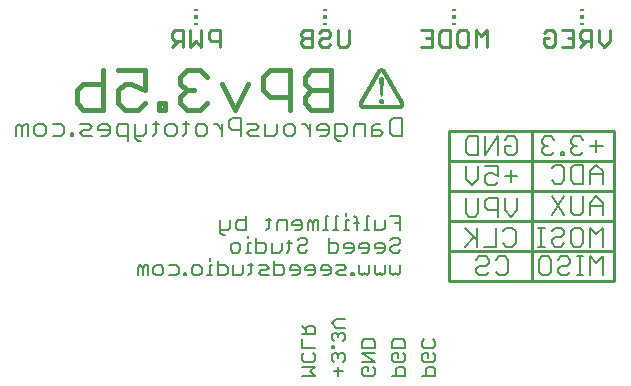
<source format=gbo>
G75*
G70*
%OFA0B0*%
%FSLAX24Y24*%
%IPPOS*%
%LPD*%
%AMOC8*
5,1,8,0,0,1.08239X$1,22.5*
%
%ADD10C,0.0080*%
%ADD11C,0.0060*%
%ADD12C,0.0180*%
%ADD13C,0.0110*%
%ADD14C,0.0070*%
%ADD15C,0.0100*%
%ADD16R,0.0118X0.0059*%
%ADD17R,0.0118X0.0118*%
%ADD18R,0.0006X0.0006*%
%ADD19R,0.0006X0.0006*%
%ADD20R,0.0006X0.0006*%
%ADD21R,0.0006X0.0006*%
D10*
X018128Y010707D02*
X018232Y010603D01*
X018439Y010603D01*
X018542Y010707D01*
X018773Y010707D02*
X018876Y010603D01*
X019083Y010603D01*
X019186Y010707D01*
X019186Y011120D01*
X019083Y011224D01*
X018876Y011224D01*
X018773Y011120D01*
X018542Y011120D02*
X018439Y011224D01*
X018232Y011224D01*
X018128Y011120D01*
X018232Y010914D02*
X018128Y010810D01*
X018128Y010707D01*
X018232Y010914D02*
X018439Y010914D01*
X018542Y011017D01*
X018542Y011120D01*
X018378Y011553D02*
X018792Y011553D01*
X018792Y012174D01*
X019023Y012070D02*
X019126Y012174D01*
X019333Y012174D01*
X019436Y012070D01*
X019436Y011657D01*
X019333Y011553D01*
X019126Y011553D01*
X019023Y011657D01*
X018147Y011760D02*
X017734Y012174D01*
X017887Y012553D02*
X017784Y012657D01*
X017784Y013174D01*
X018197Y013174D02*
X018197Y012657D01*
X018094Y012553D01*
X017887Y012553D01*
X018147Y012174D02*
X018147Y011553D01*
X018044Y011864D02*
X017734Y011553D01*
X018842Y012553D02*
X018842Y013174D01*
X018532Y013174D01*
X018428Y013070D01*
X018428Y012864D01*
X018532Y012760D01*
X018842Y012760D01*
X019073Y012760D02*
X019073Y013174D01*
X019486Y013174D02*
X019486Y012760D01*
X019280Y012553D01*
X019073Y012760D01*
X020196Y012174D02*
X020403Y012174D01*
X020299Y012174D02*
X020299Y011553D01*
X020196Y011553D02*
X020403Y011553D01*
X020634Y011657D02*
X020737Y011553D01*
X020944Y011553D01*
X021047Y011657D01*
X020944Y011864D02*
X020737Y011864D01*
X020634Y011760D01*
X020634Y011657D01*
X020944Y011864D02*
X021047Y011967D01*
X021047Y012070D01*
X020944Y012174D01*
X020737Y012174D01*
X020634Y012070D01*
X021278Y012070D02*
X021278Y011657D01*
X021382Y011553D01*
X021589Y011553D01*
X021692Y011657D01*
X021692Y012070D01*
X021589Y012174D01*
X021382Y012174D01*
X021278Y012070D01*
X021923Y012174D02*
X021923Y011553D01*
X021923Y011224D02*
X021923Y010603D01*
X021692Y010603D02*
X021485Y010603D01*
X021589Y010603D02*
X021589Y011224D01*
X021692Y011224D02*
X021485Y011224D01*
X021262Y011120D02*
X021159Y011224D01*
X020952Y011224D01*
X020849Y011120D01*
X020952Y010914D02*
X020849Y010810D01*
X020849Y010707D01*
X020952Y010603D01*
X021159Y010603D01*
X021262Y010707D01*
X021159Y010914D02*
X020952Y010914D01*
X021159Y010914D02*
X021262Y011017D01*
X021262Y011120D01*
X021923Y011224D02*
X022130Y011017D01*
X022336Y011224D01*
X022336Y010603D01*
X022336Y011553D02*
X022336Y012174D01*
X022130Y011967D01*
X021923Y012174D01*
X021923Y012603D02*
X021923Y013017D01*
X022130Y013224D01*
X022336Y013017D01*
X022336Y012603D01*
X022336Y012914D02*
X021923Y012914D01*
X021692Y012707D02*
X021589Y012603D01*
X021382Y012603D01*
X021278Y012707D01*
X021278Y013224D01*
X021047Y013224D02*
X020634Y012603D01*
X021047Y012603D02*
X020634Y013224D01*
X020737Y013653D02*
X020634Y013757D01*
X020737Y013653D02*
X020944Y013653D01*
X021047Y013757D01*
X021047Y014170D01*
X020944Y014274D01*
X020737Y014274D01*
X020634Y014170D01*
X020622Y014603D02*
X020725Y014707D01*
X020622Y014603D02*
X020415Y014603D01*
X020311Y014707D01*
X020311Y014810D01*
X020415Y014914D01*
X020518Y014914D01*
X020415Y014914D02*
X020311Y015017D01*
X020311Y015120D01*
X020415Y015224D01*
X020622Y015224D01*
X020725Y015120D01*
X021278Y015120D02*
X021278Y015017D01*
X021382Y014914D01*
X021278Y014810D01*
X021278Y014707D01*
X021382Y014603D01*
X021589Y014603D01*
X021692Y014707D01*
X021485Y014914D02*
X021382Y014914D01*
X021278Y015120D02*
X021382Y015224D01*
X021589Y015224D01*
X021692Y015120D01*
X021923Y014914D02*
X022336Y014914D01*
X022130Y015120D02*
X022130Y014707D01*
X022130Y014274D02*
X021923Y014067D01*
X021923Y013653D01*
X021692Y013653D02*
X021382Y013653D01*
X021278Y013757D01*
X021278Y014170D01*
X021382Y014274D01*
X021692Y014274D01*
X021692Y013653D01*
X022336Y013653D02*
X022336Y014067D01*
X022130Y014274D01*
X022336Y013964D02*
X021923Y013964D01*
X021047Y014603D02*
X020944Y014603D01*
X020944Y014707D01*
X021047Y014707D01*
X021047Y014603D01*
X019486Y014707D02*
X019383Y014603D01*
X019176Y014603D01*
X019073Y014707D01*
X019073Y014914D01*
X019280Y014914D01*
X019486Y015120D02*
X019486Y014707D01*
X018842Y014603D02*
X018842Y015224D01*
X018428Y014603D01*
X018428Y015224D01*
X018197Y015224D02*
X017887Y015224D01*
X017784Y015120D01*
X017784Y014707D01*
X017887Y014603D01*
X018197Y014603D01*
X018197Y015224D01*
X019073Y015120D02*
X019176Y015224D01*
X019383Y015224D01*
X019486Y015120D01*
X018842Y014224D02*
X018428Y014224D01*
X018197Y014224D02*
X018197Y013810D01*
X017991Y013603D01*
X017784Y013810D01*
X017784Y014224D01*
X018428Y013914D02*
X018428Y013707D01*
X018532Y013603D01*
X018739Y013603D01*
X018842Y013707D01*
X018842Y013914D02*
X018635Y014017D01*
X018532Y014017D01*
X018428Y013914D01*
X018842Y013914D02*
X018842Y014224D01*
X019280Y014120D02*
X019280Y013707D01*
X019486Y013914D02*
X019073Y013914D01*
X021692Y013224D02*
X021692Y012707D01*
X020514Y011224D02*
X020307Y011224D01*
X020204Y011120D01*
X020204Y010707D01*
X020307Y010603D01*
X020514Y010603D01*
X020618Y010707D01*
X020618Y011120D01*
X020514Y011224D01*
X015636Y015253D02*
X015346Y015253D01*
X015249Y015350D01*
X015249Y015737D01*
X015346Y015834D01*
X015636Y015834D01*
X015636Y015253D01*
X015029Y015350D02*
X014932Y015253D01*
X014642Y015253D01*
X014642Y015544D01*
X014739Y015640D01*
X014932Y015640D01*
X014932Y015447D02*
X014642Y015447D01*
X014932Y015447D02*
X015029Y015350D01*
X014421Y015253D02*
X014421Y015640D01*
X014131Y015640D01*
X014034Y015544D01*
X014034Y015253D01*
X013813Y015350D02*
X013717Y015253D01*
X013426Y015253D01*
X013426Y015157D02*
X013426Y015640D01*
X013717Y015640D01*
X013813Y015544D01*
X013813Y015350D01*
X013523Y015060D02*
X013426Y015157D01*
X013523Y015060D02*
X013620Y015060D01*
X013206Y015350D02*
X013109Y015253D01*
X012915Y015253D01*
X012819Y015447D02*
X013206Y015447D01*
X013206Y015350D02*
X013206Y015544D01*
X013109Y015640D01*
X012915Y015640D01*
X012819Y015544D01*
X012819Y015447D01*
X012598Y015447D02*
X012404Y015640D01*
X012308Y015640D01*
X012091Y015544D02*
X012091Y015350D01*
X011995Y015253D01*
X011801Y015253D01*
X011704Y015350D01*
X011704Y015544D01*
X011801Y015640D01*
X011995Y015640D01*
X012091Y015544D01*
X011484Y015640D02*
X011484Y015350D01*
X011387Y015253D01*
X011097Y015253D01*
X011097Y015640D01*
X010876Y015544D02*
X010779Y015447D01*
X010586Y015447D01*
X010489Y015350D01*
X010586Y015253D01*
X010876Y015253D01*
X010268Y015253D02*
X010268Y015834D01*
X009978Y015834D01*
X009881Y015737D01*
X009881Y015544D01*
X009978Y015447D01*
X010268Y015447D01*
X010489Y015640D02*
X010779Y015640D01*
X010876Y015544D01*
X009661Y015640D02*
X009661Y015253D01*
X009661Y015447D02*
X009467Y015640D01*
X009370Y015640D01*
X009154Y015544D02*
X009154Y015350D01*
X009057Y015253D01*
X008864Y015253D01*
X008767Y015350D01*
X008767Y015544D01*
X008864Y015640D01*
X009057Y015640D01*
X009154Y015544D01*
X008546Y015640D02*
X008353Y015640D01*
X008450Y015737D02*
X008450Y015350D01*
X008353Y015253D01*
X008141Y015350D02*
X008045Y015253D01*
X007851Y015253D01*
X007754Y015350D01*
X007754Y015544D01*
X007851Y015640D01*
X008045Y015640D01*
X008141Y015544D01*
X008141Y015350D01*
X007534Y015640D02*
X007340Y015640D01*
X007437Y015737D02*
X007437Y015350D01*
X007340Y015253D01*
X007129Y015350D02*
X007032Y015253D01*
X006742Y015253D01*
X006742Y015157D02*
X006838Y015060D01*
X006935Y015060D01*
X006742Y015157D02*
X006742Y015640D01*
X006521Y015640D02*
X006231Y015640D01*
X006134Y015544D01*
X006134Y015350D01*
X006231Y015253D01*
X006521Y015253D01*
X006521Y015060D02*
X006521Y015640D01*
X007129Y015640D02*
X007129Y015350D01*
X005913Y015350D02*
X005816Y015253D01*
X005623Y015253D01*
X005526Y015447D02*
X005913Y015447D01*
X005913Y015350D02*
X005913Y015544D01*
X005816Y015640D01*
X005623Y015640D01*
X005526Y015544D01*
X005526Y015447D01*
X005305Y015544D02*
X005209Y015640D01*
X004918Y015640D01*
X005015Y015447D02*
X005209Y015447D01*
X005305Y015544D01*
X005015Y015447D02*
X004918Y015350D01*
X005015Y015253D01*
X005305Y015253D01*
X004698Y015253D02*
X004601Y015253D01*
X004601Y015350D01*
X004698Y015350D01*
X004698Y015253D01*
X004394Y015350D02*
X004297Y015253D01*
X004007Y015253D01*
X003786Y015350D02*
X003689Y015253D01*
X003496Y015253D01*
X003399Y015350D01*
X003399Y015544D01*
X003496Y015640D01*
X003689Y015640D01*
X003786Y015544D01*
X003786Y015350D01*
X004007Y015640D02*
X004297Y015640D01*
X004394Y015544D01*
X004394Y015350D01*
X003178Y015253D02*
X003178Y015640D01*
X003082Y015640D01*
X002985Y015544D01*
X002888Y015640D01*
X002791Y015544D01*
X002791Y015253D01*
X002985Y015253D02*
X002985Y015544D01*
X012598Y015640D02*
X012598Y015253D01*
D11*
X012747Y007243D02*
X012306Y007243D01*
X012600Y007390D02*
X012747Y007537D01*
X012306Y007537D01*
X012380Y007704D02*
X012306Y007777D01*
X012306Y007924D01*
X012380Y007997D01*
X012306Y008164D02*
X012306Y008458D01*
X012306Y008624D02*
X012747Y008624D01*
X012747Y008845D01*
X012673Y008918D01*
X012527Y008918D01*
X012453Y008845D01*
X012453Y008624D01*
X012453Y008771D02*
X012306Y008918D01*
X013306Y009001D02*
X013453Y009148D01*
X013747Y009148D01*
X013453Y008855D02*
X013306Y009001D01*
X013453Y008855D02*
X013747Y008855D01*
X013673Y008688D02*
X013600Y008688D01*
X013527Y008614D01*
X013453Y008688D01*
X013380Y008688D01*
X013306Y008614D01*
X013306Y008468D01*
X013380Y008394D01*
X013380Y008237D02*
X013306Y008237D01*
X013306Y008164D01*
X013380Y008164D01*
X013380Y008237D01*
X013380Y007997D02*
X013306Y007924D01*
X013306Y007777D01*
X013380Y007704D01*
X013527Y007851D02*
X013527Y007924D01*
X013453Y007997D01*
X013380Y007997D01*
X013527Y007924D02*
X013600Y007997D01*
X013673Y007997D01*
X013747Y007924D01*
X013747Y007777D01*
X013673Y007704D01*
X013527Y007537D02*
X013527Y007243D01*
X013673Y007390D02*
X013380Y007390D01*
X012747Y007243D02*
X012600Y007390D01*
X012673Y007704D02*
X012380Y007704D01*
X012673Y007704D02*
X012747Y007777D01*
X012747Y007924D01*
X012673Y007997D01*
X012747Y008164D02*
X012306Y008164D01*
X013527Y008541D02*
X013527Y008614D01*
X013673Y008688D02*
X013747Y008614D01*
X013747Y008468D01*
X013673Y008394D01*
X014306Y008384D02*
X014306Y008164D01*
X014747Y008164D01*
X014747Y008384D01*
X014673Y008458D01*
X014380Y008458D01*
X014306Y008384D01*
X014306Y007997D02*
X014747Y007997D01*
X014747Y007704D02*
X014306Y007997D01*
X014306Y007704D02*
X014747Y007704D01*
X014673Y007537D02*
X014747Y007464D01*
X014747Y007317D01*
X014673Y007243D01*
X014380Y007243D01*
X014306Y007317D01*
X014306Y007464D01*
X014380Y007537D01*
X014527Y007537D01*
X014527Y007390D01*
X015306Y007243D02*
X015747Y007243D01*
X015747Y007464D01*
X015673Y007537D01*
X015527Y007537D01*
X015453Y007464D01*
X015453Y007243D01*
X015380Y007704D02*
X015306Y007777D01*
X015306Y007924D01*
X015380Y007997D01*
X015527Y007997D01*
X015527Y007851D01*
X015673Y007997D02*
X015747Y007924D01*
X015747Y007777D01*
X015673Y007704D01*
X015380Y007704D01*
X015306Y008164D02*
X015306Y008384D01*
X015380Y008458D01*
X015673Y008458D01*
X015747Y008384D01*
X015747Y008164D01*
X015306Y008164D01*
X016306Y008237D02*
X016380Y008164D01*
X016673Y008164D01*
X016747Y008237D01*
X016747Y008384D01*
X016673Y008458D01*
X016380Y008458D02*
X016306Y008384D01*
X016306Y008237D01*
X016380Y007997D02*
X016527Y007997D01*
X016527Y007851D01*
X016673Y007997D02*
X016747Y007924D01*
X016747Y007777D01*
X016673Y007704D01*
X016380Y007704D01*
X016306Y007777D01*
X016306Y007924D01*
X016380Y007997D01*
X016527Y007537D02*
X016453Y007464D01*
X016453Y007243D01*
X016306Y007243D02*
X016747Y007243D01*
X016747Y007464D01*
X016673Y007537D01*
X016527Y007537D01*
D12*
X013286Y016103D02*
X012626Y016103D01*
X012406Y016324D01*
X012406Y016544D01*
X012626Y016764D01*
X013286Y016764D01*
X012626Y016764D02*
X012406Y016984D01*
X012406Y017204D01*
X012626Y017424D01*
X013286Y017424D01*
X013286Y016103D01*
X011905Y016103D02*
X011905Y017424D01*
X011245Y017424D01*
X011025Y017204D01*
X011025Y016764D01*
X011245Y016544D01*
X011905Y016544D01*
X010524Y016984D02*
X010084Y016103D01*
X009643Y016984D01*
X009143Y017204D02*
X008923Y017424D01*
X008482Y017424D01*
X008262Y017204D01*
X008262Y016984D01*
X008482Y016764D01*
X008262Y016544D01*
X008262Y016324D01*
X008482Y016103D01*
X008923Y016103D01*
X009143Y016324D01*
X008703Y016764D02*
X008482Y016764D01*
X007762Y016324D02*
X007542Y016324D01*
X007542Y016103D01*
X007762Y016103D01*
X007762Y016324D01*
X007071Y016324D02*
X006851Y016103D01*
X006411Y016103D01*
X006191Y016324D01*
X006191Y016764D01*
X006411Y016984D01*
X006631Y016984D01*
X007071Y016764D01*
X007071Y017424D01*
X006191Y017424D01*
X005690Y017424D02*
X005690Y016103D01*
X005030Y016103D01*
X004809Y016324D01*
X004809Y016764D01*
X005030Y016984D01*
X005690Y016984D01*
D13*
X007989Y018218D02*
X008173Y018402D01*
X008081Y018402D02*
X008356Y018402D01*
X008356Y018218D02*
X008356Y018769D01*
X008081Y018769D01*
X007989Y018677D01*
X007989Y018494D01*
X008081Y018402D01*
X008597Y018218D02*
X008597Y018769D01*
X008964Y018769D02*
X008964Y018218D01*
X008780Y018402D01*
X008597Y018218D01*
X009204Y018494D02*
X009296Y018402D01*
X009571Y018402D01*
X009571Y018218D02*
X009571Y018769D01*
X009296Y018769D01*
X009204Y018677D01*
X009204Y018494D01*
X012289Y018402D02*
X012289Y018310D01*
X012381Y018218D01*
X012656Y018218D01*
X012656Y018769D01*
X012381Y018769D01*
X012289Y018677D01*
X012289Y018585D01*
X012381Y018494D01*
X012656Y018494D01*
X012897Y018402D02*
X012897Y018310D01*
X012989Y018218D01*
X013172Y018218D01*
X013264Y018310D01*
X013172Y018494D02*
X012989Y018494D01*
X012897Y018402D01*
X012897Y018677D02*
X012989Y018769D01*
X013172Y018769D01*
X013264Y018677D01*
X013264Y018585D01*
X013172Y018494D01*
X013504Y018310D02*
X013596Y018218D01*
X013780Y018218D01*
X013871Y018310D01*
X013871Y018769D01*
X013504Y018769D02*
X013504Y018310D01*
X012381Y018494D02*
X012289Y018402D01*
X016281Y018218D02*
X016648Y018218D01*
X016648Y018769D01*
X016281Y018769D01*
X016889Y018677D02*
X016981Y018769D01*
X017256Y018769D01*
X017256Y018218D01*
X016981Y018218D01*
X016889Y018310D01*
X016889Y018677D01*
X016648Y018494D02*
X016465Y018494D01*
X017497Y018310D02*
X017497Y018677D01*
X017589Y018769D01*
X017772Y018769D01*
X017864Y018677D01*
X017864Y018310D01*
X017772Y018218D01*
X017589Y018218D01*
X017497Y018310D01*
X018104Y018218D02*
X018104Y018769D01*
X018288Y018585D01*
X018471Y018769D01*
X018471Y018218D01*
X020381Y018310D02*
X020473Y018218D01*
X020657Y018218D01*
X020748Y018310D01*
X020748Y018677D01*
X020657Y018769D01*
X020473Y018769D01*
X020381Y018677D01*
X020381Y018494D02*
X020565Y018494D01*
X020381Y018494D02*
X020381Y018310D01*
X020989Y018218D02*
X021356Y018218D01*
X021356Y018769D01*
X020989Y018769D01*
X021173Y018494D02*
X021356Y018494D01*
X021597Y018494D02*
X021597Y018677D01*
X021689Y018769D01*
X021964Y018769D01*
X021964Y018218D01*
X021964Y018402D02*
X021689Y018402D01*
X021597Y018494D01*
X021780Y018402D02*
X021597Y018218D01*
X022204Y018402D02*
X022204Y018769D01*
X022571Y018769D02*
X022571Y018402D01*
X022388Y018218D01*
X022204Y018402D01*
D14*
X015591Y012589D02*
X015265Y012589D01*
X015076Y012425D02*
X015076Y012180D01*
X014994Y012098D01*
X014749Y012098D01*
X014749Y012425D01*
X014560Y012589D02*
X014478Y012589D01*
X014478Y012098D01*
X014397Y012098D02*
X014560Y012098D01*
X014135Y012098D02*
X014135Y012507D01*
X014053Y012589D01*
X013873Y012425D02*
X013791Y012425D01*
X013791Y012098D01*
X013873Y012098D02*
X013709Y012098D01*
X013529Y012098D02*
X013366Y012098D01*
X013447Y012098D02*
X013447Y012589D01*
X013529Y012589D01*
X013791Y012589D02*
X013791Y012671D01*
X014053Y012344D02*
X014216Y012344D01*
X013185Y012589D02*
X013104Y012589D01*
X013104Y012098D01*
X013185Y012098D02*
X013022Y012098D01*
X012841Y012098D02*
X012841Y012425D01*
X012760Y012425D01*
X012678Y012344D01*
X012596Y012425D01*
X012515Y012344D01*
X012515Y012098D01*
X012678Y012098D02*
X012678Y012344D01*
X012326Y012344D02*
X012326Y012180D01*
X012244Y012098D01*
X012081Y012098D01*
X011999Y012262D02*
X012326Y012262D01*
X012326Y012344D02*
X012244Y012425D01*
X012081Y012425D01*
X011999Y012344D01*
X011999Y012262D01*
X011810Y012425D02*
X011565Y012425D01*
X011483Y012344D01*
X011483Y012098D01*
X011213Y012180D02*
X011131Y012098D01*
X011213Y012180D02*
X011213Y012507D01*
X011295Y012425D02*
X011131Y012425D01*
X011810Y012425D02*
X011810Y012098D01*
X011900Y011757D02*
X011900Y011430D01*
X011819Y011348D01*
X011638Y011430D02*
X011557Y011348D01*
X011311Y011348D01*
X011311Y011675D01*
X011123Y011594D02*
X011041Y011675D01*
X010796Y011675D01*
X010796Y011839D02*
X010796Y011348D01*
X011041Y011348D01*
X011123Y011430D01*
X011123Y011594D01*
X011638Y011675D02*
X011638Y011430D01*
X011819Y011675D02*
X011982Y011675D01*
X012171Y011757D02*
X012252Y011839D01*
X012416Y011839D01*
X012498Y011757D01*
X012498Y011675D01*
X012416Y011594D01*
X012252Y011594D01*
X012171Y011512D01*
X012171Y011430D01*
X012252Y011348D01*
X012416Y011348D01*
X012498Y011430D01*
X013202Y011348D02*
X013447Y011348D01*
X013529Y011430D01*
X013529Y011594D01*
X013447Y011675D01*
X013202Y011675D01*
X013202Y011839D02*
X013202Y011348D01*
X013718Y011512D02*
X014045Y011512D01*
X014045Y011594D02*
X013963Y011675D01*
X013799Y011675D01*
X013718Y011594D01*
X013718Y011512D01*
X013799Y011348D02*
X013963Y011348D01*
X014045Y011430D01*
X014045Y011594D01*
X014233Y011594D02*
X014315Y011675D01*
X014478Y011675D01*
X014560Y011594D01*
X014560Y011430D01*
X014478Y011348D01*
X014315Y011348D01*
X014233Y011512D02*
X014560Y011512D01*
X014749Y011512D02*
X015076Y011512D01*
X015076Y011594D02*
X014994Y011675D01*
X014831Y011675D01*
X014749Y011594D01*
X014749Y011512D01*
X014831Y011348D02*
X014994Y011348D01*
X015076Y011430D01*
X015076Y011594D01*
X015265Y011512D02*
X015265Y011430D01*
X015346Y011348D01*
X015510Y011348D01*
X015591Y011430D01*
X015510Y011594D02*
X015346Y011594D01*
X015265Y011512D01*
X015265Y011757D02*
X015346Y011839D01*
X015510Y011839D01*
X015591Y011757D01*
X015591Y011675D01*
X015510Y011594D01*
X015591Y012098D02*
X015591Y012589D01*
X015591Y012344D02*
X015428Y012344D01*
X014233Y011594D02*
X014233Y011512D01*
X014233Y010925D02*
X014233Y010680D01*
X014315Y010598D01*
X014397Y010680D01*
X014478Y010598D01*
X014560Y010680D01*
X014560Y010925D01*
X014749Y010925D02*
X014749Y010680D01*
X014831Y010598D01*
X014912Y010680D01*
X014994Y010598D01*
X015076Y010680D01*
X015076Y010925D01*
X015265Y010925D02*
X015265Y010680D01*
X015346Y010598D01*
X015428Y010680D01*
X015510Y010598D01*
X015591Y010680D01*
X015591Y010925D01*
X014045Y010680D02*
X013963Y010680D01*
X013963Y010598D01*
X014045Y010598D01*
X014045Y010680D01*
X013787Y010598D02*
X013542Y010598D01*
X013460Y010680D01*
X013542Y010762D01*
X013705Y010762D01*
X013787Y010844D01*
X013705Y010925D01*
X013460Y010925D01*
X013271Y010844D02*
X013271Y010680D01*
X013189Y010598D01*
X013026Y010598D01*
X012944Y010762D02*
X013271Y010762D01*
X013271Y010844D02*
X013189Y010925D01*
X013026Y010925D01*
X012944Y010844D01*
X012944Y010762D01*
X012756Y010762D02*
X012429Y010762D01*
X012429Y010844D01*
X012510Y010925D01*
X012674Y010925D01*
X012756Y010844D01*
X012756Y010680D01*
X012674Y010598D01*
X012510Y010598D01*
X012240Y010680D02*
X012240Y010844D01*
X012158Y010925D01*
X011995Y010925D01*
X011913Y010844D01*
X011913Y010762D01*
X012240Y010762D01*
X012240Y010680D02*
X012158Y010598D01*
X011995Y010598D01*
X011724Y010680D02*
X011724Y010844D01*
X011643Y010925D01*
X011397Y010925D01*
X011397Y011089D02*
X011397Y010598D01*
X011643Y010598D01*
X011724Y010680D01*
X011209Y010598D02*
X010963Y010598D01*
X010882Y010680D01*
X010963Y010762D01*
X011127Y010762D01*
X011209Y010844D01*
X011127Y010925D01*
X010882Y010925D01*
X010693Y010925D02*
X010530Y010925D01*
X010611Y011007D02*
X010611Y010680D01*
X010530Y010598D01*
X010349Y010680D02*
X010268Y010598D01*
X010022Y010598D01*
X010022Y010925D01*
X009834Y010844D02*
X009752Y010925D01*
X009507Y010925D01*
X009507Y011089D02*
X009507Y010598D01*
X009752Y010598D01*
X009834Y010680D01*
X009834Y010844D01*
X010349Y010925D02*
X010349Y010680D01*
X010444Y011348D02*
X010607Y011348D01*
X010525Y011348D02*
X010525Y011675D01*
X010607Y011675D01*
X010525Y011839D02*
X010525Y011921D01*
X010435Y012098D02*
X010190Y012098D01*
X010108Y012180D01*
X010108Y012344D01*
X010190Y012425D01*
X010435Y012425D01*
X010435Y012589D02*
X010435Y012098D01*
X010182Y011675D02*
X010018Y011675D01*
X009936Y011594D01*
X009936Y011430D01*
X010018Y011348D01*
X010182Y011348D01*
X010263Y011430D01*
X010263Y011594D01*
X010182Y011675D01*
X009756Y011935D02*
X009674Y011935D01*
X009593Y012017D01*
X009593Y012425D01*
X009920Y012425D02*
X009920Y012180D01*
X009838Y012098D01*
X009593Y012098D01*
X009236Y011171D02*
X009236Y011089D01*
X009236Y010925D02*
X009236Y010598D01*
X009155Y010598D02*
X009318Y010598D01*
X009318Y010925D02*
X009236Y010925D01*
X008974Y010844D02*
X008974Y010680D01*
X008893Y010598D01*
X008729Y010598D01*
X008647Y010680D01*
X008647Y010844D01*
X008729Y010925D01*
X008893Y010925D01*
X008974Y010844D01*
X008459Y010680D02*
X008377Y010680D01*
X008377Y010598D01*
X008459Y010598D01*
X008459Y010680D01*
X008201Y010680D02*
X008119Y010598D01*
X007874Y010598D01*
X007685Y010680D02*
X007685Y010844D01*
X007603Y010925D01*
X007440Y010925D01*
X007358Y010844D01*
X007358Y010680D01*
X007440Y010598D01*
X007603Y010598D01*
X007685Y010680D01*
X007874Y010925D02*
X008119Y010925D01*
X008201Y010844D01*
X008201Y010680D01*
X007170Y010598D02*
X007170Y010925D01*
X007088Y010925D01*
X007006Y010844D01*
X006924Y010925D01*
X006843Y010844D01*
X006843Y010598D01*
X007006Y010598D02*
X007006Y010844D01*
D15*
X017226Y010413D02*
X019976Y010413D01*
X019976Y015413D01*
X017226Y015413D01*
X017226Y014413D01*
X022726Y014413D01*
X022726Y015413D01*
X019976Y015413D01*
X022726Y014413D02*
X022726Y013413D01*
X017226Y013413D01*
X017226Y012413D01*
X022726Y012413D01*
X022726Y013413D01*
X022726Y012413D02*
X022726Y011413D01*
X017226Y011413D01*
X017226Y010413D01*
X017226Y011413D02*
X017226Y012413D01*
X017226Y013413D02*
X017226Y014413D01*
X022726Y011413D02*
X022726Y010413D01*
X019976Y010413D01*
D16*
X021636Y018977D03*
X021636Y019450D03*
X017386Y019450D03*
X017386Y018977D03*
X013086Y018977D03*
X013086Y019450D03*
X008786Y019450D03*
X008786Y018977D03*
D17*
X008786Y019213D03*
X013086Y019213D03*
X017386Y019213D03*
X021636Y019213D03*
D18*
X015710Y016346D03*
X015710Y016334D03*
X015710Y016322D03*
X015710Y016316D03*
X015710Y016304D03*
X015710Y016292D03*
X015710Y016286D03*
X015710Y016274D03*
X015710Y016262D03*
X015710Y016256D03*
X015710Y016244D03*
X015710Y016232D03*
X015710Y016226D03*
X015710Y016214D03*
X015692Y016214D03*
X015692Y016202D03*
X015692Y016196D03*
X015680Y016196D03*
X015680Y016202D03*
X015680Y016214D03*
X015680Y016226D03*
X015680Y016232D03*
X015692Y016232D03*
X015692Y016226D03*
X015692Y016244D03*
X015680Y016244D03*
X015680Y016256D03*
X015680Y016262D03*
X015692Y016262D03*
X015692Y016256D03*
X015692Y016274D03*
X015680Y016274D03*
X015680Y016286D03*
X015680Y016292D03*
X015692Y016292D03*
X015692Y016286D03*
X015692Y016304D03*
X015680Y016304D03*
X015680Y016316D03*
X015680Y016322D03*
X015692Y016322D03*
X015692Y016316D03*
X015692Y016334D03*
X015680Y016334D03*
X015680Y016346D03*
X015680Y016352D03*
X015692Y016352D03*
X015692Y016346D03*
X015692Y016364D03*
X015680Y016364D03*
X015680Y016376D03*
X015680Y016382D03*
X015692Y016382D03*
X015692Y016376D03*
X015680Y016394D03*
X015662Y016394D03*
X015662Y016382D03*
X015662Y016376D03*
X015662Y016364D03*
X015662Y016352D03*
X015662Y016346D03*
X015662Y016334D03*
X015662Y016322D03*
X015662Y016316D03*
X015662Y016304D03*
X015662Y016292D03*
X015662Y016286D03*
X015662Y016274D03*
X015662Y016262D03*
X015662Y016256D03*
X015662Y016244D03*
X015662Y016232D03*
X015662Y016226D03*
X015662Y016214D03*
X015662Y016202D03*
X015662Y016196D03*
X015662Y016184D03*
X015662Y016172D03*
X015662Y016166D03*
X015650Y016166D03*
X015650Y016172D03*
X015650Y016184D03*
X015650Y016196D03*
X015650Y016202D03*
X015650Y016214D03*
X015650Y016226D03*
X015650Y016232D03*
X015650Y016244D03*
X015650Y016256D03*
X015650Y016262D03*
X015650Y016274D03*
X015650Y016286D03*
X015650Y016292D03*
X015650Y016304D03*
X015650Y016316D03*
X015650Y016322D03*
X015650Y016334D03*
X015650Y016346D03*
X015650Y016352D03*
X015650Y016364D03*
X015650Y016376D03*
X015650Y016382D03*
X015650Y016394D03*
X015650Y016406D03*
X015650Y016412D03*
X015662Y016412D03*
X015662Y016406D03*
X015662Y016424D03*
X015650Y016424D03*
X015650Y016436D03*
X015650Y016442D03*
X015650Y016454D03*
X015632Y016454D03*
X015632Y016442D03*
X015632Y016436D03*
X015632Y016424D03*
X015632Y016412D03*
X015632Y016406D03*
X015632Y016394D03*
X015632Y016382D03*
X015632Y016376D03*
X015632Y016364D03*
X015632Y016352D03*
X015632Y016346D03*
X015632Y016334D03*
X015632Y016322D03*
X015632Y016316D03*
X015632Y016304D03*
X015632Y016292D03*
X015632Y016286D03*
X015632Y016274D03*
X015632Y016262D03*
X015632Y016256D03*
X015632Y016244D03*
X015632Y016232D03*
X015632Y016226D03*
X015632Y016214D03*
X015632Y016202D03*
X015632Y016196D03*
X015632Y016184D03*
X015632Y016172D03*
X015632Y016166D03*
X015632Y016154D03*
X015620Y016154D03*
X015620Y016166D03*
X015620Y016172D03*
X015620Y016184D03*
X015620Y016196D03*
X015620Y016202D03*
X015620Y016214D03*
X015620Y016226D03*
X015620Y016232D03*
X015620Y016244D03*
X015620Y016256D03*
X015620Y016262D03*
X015602Y016244D03*
X015602Y016232D03*
X015602Y016226D03*
X015602Y016214D03*
X015602Y016202D03*
X015602Y016196D03*
X015602Y016184D03*
X015602Y016172D03*
X015602Y016166D03*
X015602Y016154D03*
X015590Y016154D03*
X015590Y016166D03*
X015590Y016172D03*
X015590Y016184D03*
X015590Y016196D03*
X015590Y016202D03*
X015590Y016214D03*
X015590Y016226D03*
X015590Y016232D03*
X015590Y016244D03*
X015572Y016244D03*
X015572Y016232D03*
X015572Y016226D03*
X015572Y016214D03*
X015572Y016202D03*
X015572Y016196D03*
X015572Y016184D03*
X015572Y016172D03*
X015572Y016166D03*
X015572Y016154D03*
X015560Y016154D03*
X015560Y016166D03*
X015560Y016172D03*
X015560Y016184D03*
X015560Y016196D03*
X015560Y016202D03*
X015560Y016214D03*
X015560Y016226D03*
X015560Y016232D03*
X015560Y016244D03*
X015542Y016244D03*
X015542Y016232D03*
X015542Y016226D03*
X015542Y016214D03*
X015542Y016202D03*
X015542Y016196D03*
X015542Y016184D03*
X015542Y016172D03*
X015542Y016166D03*
X015542Y016154D03*
X015542Y016142D03*
X015530Y016142D03*
X015530Y016154D03*
X015530Y016166D03*
X015530Y016172D03*
X015530Y016184D03*
X015530Y016196D03*
X015530Y016202D03*
X015530Y016214D03*
X015530Y016226D03*
X015530Y016232D03*
X015530Y016244D03*
X015512Y016244D03*
X015512Y016232D03*
X015512Y016226D03*
X015512Y016214D03*
X015512Y016202D03*
X015512Y016196D03*
X015512Y016184D03*
X015512Y016172D03*
X015512Y016166D03*
X015512Y016154D03*
X015500Y016154D03*
X015500Y016166D03*
X015500Y016172D03*
X015500Y016184D03*
X015500Y016196D03*
X015500Y016202D03*
X015500Y016214D03*
X015500Y016226D03*
X015500Y016232D03*
X015500Y016244D03*
X015482Y016244D03*
X015482Y016232D03*
X015482Y016226D03*
X015482Y016214D03*
X015482Y016202D03*
X015482Y016196D03*
X015482Y016184D03*
X015482Y016172D03*
X015482Y016166D03*
X015482Y016154D03*
X015482Y016142D03*
X015470Y016142D03*
X015470Y016154D03*
X015470Y016166D03*
X015470Y016172D03*
X015470Y016184D03*
X015470Y016196D03*
X015470Y016202D03*
X015470Y016214D03*
X015470Y016226D03*
X015470Y016232D03*
X015470Y016244D03*
X015452Y016244D03*
X015452Y016232D03*
X015452Y016226D03*
X015452Y016214D03*
X015452Y016202D03*
X015452Y016196D03*
X015452Y016184D03*
X015452Y016172D03*
X015452Y016166D03*
X015452Y016154D03*
X015440Y016154D03*
X015440Y016166D03*
X015440Y016172D03*
X015440Y016184D03*
X015440Y016196D03*
X015440Y016202D03*
X015440Y016214D03*
X015440Y016226D03*
X015440Y016232D03*
X015440Y016244D03*
X015422Y016244D03*
X015422Y016232D03*
X015422Y016226D03*
X015422Y016214D03*
X015422Y016202D03*
X015422Y016196D03*
X015422Y016184D03*
X015422Y016172D03*
X015422Y016166D03*
X015422Y016154D03*
X015422Y016142D03*
X015410Y016142D03*
X015410Y016154D03*
X015410Y016166D03*
X015410Y016172D03*
X015410Y016184D03*
X015410Y016196D03*
X015410Y016202D03*
X015410Y016214D03*
X015410Y016226D03*
X015410Y016232D03*
X015410Y016244D03*
X015392Y016244D03*
X015392Y016232D03*
X015392Y016226D03*
X015392Y016214D03*
X015392Y016202D03*
X015392Y016196D03*
X015392Y016184D03*
X015392Y016172D03*
X015392Y016166D03*
X015392Y016154D03*
X015380Y016154D03*
X015380Y016166D03*
X015380Y016172D03*
X015380Y016184D03*
X015380Y016196D03*
X015380Y016202D03*
X015380Y016214D03*
X015380Y016226D03*
X015380Y016232D03*
X015380Y016244D03*
X015362Y016244D03*
X015362Y016232D03*
X015362Y016226D03*
X015362Y016214D03*
X015362Y016202D03*
X015362Y016196D03*
X015362Y016184D03*
X015362Y016172D03*
X015362Y016166D03*
X015362Y016154D03*
X015362Y016142D03*
X015350Y016142D03*
X015350Y016154D03*
X015350Y016166D03*
X015350Y016172D03*
X015350Y016184D03*
X015350Y016196D03*
X015350Y016202D03*
X015350Y016214D03*
X015350Y016226D03*
X015350Y016232D03*
X015350Y016244D03*
X015332Y016244D03*
X015332Y016232D03*
X015332Y016226D03*
X015332Y016214D03*
X015332Y016202D03*
X015332Y016196D03*
X015332Y016184D03*
X015332Y016172D03*
X015332Y016166D03*
X015332Y016154D03*
X015320Y016154D03*
X015320Y016166D03*
X015320Y016172D03*
X015320Y016184D03*
X015320Y016196D03*
X015320Y016202D03*
X015320Y016214D03*
X015320Y016226D03*
X015320Y016232D03*
X015320Y016244D03*
X015302Y016244D03*
X015302Y016232D03*
X015302Y016226D03*
X015302Y016214D03*
X015302Y016202D03*
X015302Y016196D03*
X015302Y016184D03*
X015302Y016172D03*
X015302Y016166D03*
X015302Y016154D03*
X015302Y016142D03*
X015290Y016142D03*
X015290Y016154D03*
X015290Y016166D03*
X015290Y016172D03*
X015290Y016184D03*
X015290Y016196D03*
X015290Y016202D03*
X015290Y016214D03*
X015290Y016226D03*
X015290Y016232D03*
X015290Y016244D03*
X015272Y016244D03*
X015272Y016232D03*
X015272Y016226D03*
X015272Y016214D03*
X015272Y016202D03*
X015272Y016196D03*
X015272Y016184D03*
X015272Y016172D03*
X015272Y016166D03*
X015272Y016154D03*
X015260Y016154D03*
X015260Y016166D03*
X015260Y016172D03*
X015260Y016184D03*
X015260Y016196D03*
X015260Y016202D03*
X015260Y016214D03*
X015260Y016226D03*
X015260Y016232D03*
X015260Y016244D03*
X015242Y016244D03*
X015242Y016232D03*
X015242Y016226D03*
X015242Y016214D03*
X015242Y016202D03*
X015242Y016196D03*
X015242Y016184D03*
X015242Y016172D03*
X015242Y016166D03*
X015242Y016154D03*
X015242Y016142D03*
X015230Y016142D03*
X015230Y016154D03*
X015230Y016166D03*
X015230Y016172D03*
X015230Y016184D03*
X015230Y016196D03*
X015230Y016202D03*
X015230Y016214D03*
X015230Y016226D03*
X015230Y016232D03*
X015230Y016244D03*
X015212Y016244D03*
X015212Y016232D03*
X015212Y016226D03*
X015212Y016214D03*
X015212Y016202D03*
X015212Y016196D03*
X015212Y016184D03*
X015212Y016172D03*
X015212Y016166D03*
X015212Y016154D03*
X015200Y016154D03*
X015200Y016166D03*
X015200Y016172D03*
X015200Y016184D03*
X015200Y016196D03*
X015200Y016202D03*
X015200Y016214D03*
X015200Y016226D03*
X015200Y016232D03*
X015200Y016244D03*
X015182Y016244D03*
X015182Y016232D03*
X015182Y016226D03*
X015182Y016214D03*
X015182Y016202D03*
X015182Y016196D03*
X015182Y016184D03*
X015182Y016172D03*
X015182Y016166D03*
X015182Y016154D03*
X015182Y016142D03*
X015170Y016142D03*
X015170Y016154D03*
X015170Y016166D03*
X015170Y016172D03*
X015170Y016184D03*
X015170Y016196D03*
X015170Y016202D03*
X015170Y016214D03*
X015170Y016226D03*
X015170Y016232D03*
X015170Y016244D03*
X015152Y016244D03*
X015152Y016232D03*
X015152Y016226D03*
X015152Y016214D03*
X015152Y016202D03*
X015152Y016196D03*
X015152Y016184D03*
X015152Y016172D03*
X015152Y016166D03*
X015152Y016154D03*
X015140Y016154D03*
X015140Y016166D03*
X015140Y016172D03*
X015140Y016184D03*
X015140Y016196D03*
X015140Y016202D03*
X015140Y016214D03*
X015140Y016226D03*
X015140Y016232D03*
X015140Y016244D03*
X015122Y016244D03*
X015122Y016232D03*
X015122Y016226D03*
X015122Y016214D03*
X015122Y016202D03*
X015122Y016196D03*
X015122Y016184D03*
X015122Y016172D03*
X015122Y016166D03*
X015122Y016154D03*
X015122Y016142D03*
X015110Y016142D03*
X015110Y016154D03*
X015110Y016166D03*
X015110Y016172D03*
X015110Y016184D03*
X015110Y016196D03*
X015110Y016202D03*
X015110Y016214D03*
X015110Y016226D03*
X015110Y016232D03*
X015110Y016244D03*
X015092Y016244D03*
X015092Y016232D03*
X015092Y016226D03*
X015092Y016214D03*
X015092Y016202D03*
X015092Y016196D03*
X015092Y016184D03*
X015092Y016172D03*
X015092Y016166D03*
X015092Y016154D03*
X015080Y016154D03*
X015080Y016166D03*
X015080Y016172D03*
X015080Y016184D03*
X015080Y016196D03*
X015080Y016202D03*
X015080Y016214D03*
X015080Y016226D03*
X015080Y016232D03*
X015080Y016244D03*
X015062Y016244D03*
X015062Y016232D03*
X015062Y016226D03*
X015062Y016214D03*
X015062Y016202D03*
X015062Y016196D03*
X015062Y016184D03*
X015062Y016172D03*
X015062Y016166D03*
X015062Y016154D03*
X015062Y016142D03*
X015050Y016142D03*
X015050Y016154D03*
X015050Y016166D03*
X015050Y016172D03*
X015050Y016184D03*
X015050Y016196D03*
X015050Y016202D03*
X015050Y016214D03*
X015050Y016226D03*
X015050Y016232D03*
X015050Y016244D03*
X015032Y016244D03*
X015032Y016232D03*
X015032Y016226D03*
X015032Y016214D03*
X015032Y016202D03*
X015032Y016196D03*
X015032Y016184D03*
X015032Y016172D03*
X015032Y016166D03*
X015032Y016154D03*
X015020Y016154D03*
X015020Y016166D03*
X015020Y016172D03*
X015020Y016184D03*
X015020Y016196D03*
X015020Y016202D03*
X015020Y016214D03*
X015020Y016226D03*
X015020Y016232D03*
X015020Y016244D03*
X015002Y016244D03*
X015002Y016232D03*
X015002Y016226D03*
X015002Y016214D03*
X015002Y016202D03*
X015002Y016196D03*
X015002Y016184D03*
X015002Y016172D03*
X015002Y016166D03*
X015002Y016154D03*
X015002Y016142D03*
X014990Y016142D03*
X014990Y016154D03*
X014990Y016166D03*
X014990Y016172D03*
X014990Y016184D03*
X014990Y016196D03*
X014990Y016202D03*
X014990Y016214D03*
X014990Y016226D03*
X014990Y016232D03*
X014990Y016244D03*
X014972Y016244D03*
X014972Y016232D03*
X014972Y016226D03*
X014972Y016214D03*
X014972Y016202D03*
X014972Y016196D03*
X014972Y016184D03*
X014972Y016172D03*
X014972Y016166D03*
X014972Y016154D03*
X014960Y016154D03*
X014960Y016166D03*
X014960Y016172D03*
X014960Y016184D03*
X014960Y016196D03*
X014960Y016202D03*
X014960Y016214D03*
X014960Y016226D03*
X014960Y016232D03*
X014960Y016244D03*
X014942Y016244D03*
X014942Y016232D03*
X014942Y016226D03*
X014942Y016214D03*
X014942Y016202D03*
X014942Y016196D03*
X014942Y016184D03*
X014942Y016172D03*
X014942Y016166D03*
X014942Y016154D03*
X014942Y016142D03*
X014930Y016142D03*
X014930Y016154D03*
X014930Y016166D03*
X014930Y016172D03*
X014930Y016184D03*
X014930Y016196D03*
X014930Y016202D03*
X014930Y016214D03*
X014930Y016226D03*
X014930Y016232D03*
X014930Y016244D03*
X014912Y016244D03*
X014912Y016232D03*
X014912Y016226D03*
X014912Y016214D03*
X014912Y016202D03*
X014912Y016196D03*
X014912Y016184D03*
X014912Y016172D03*
X014912Y016166D03*
X014912Y016154D03*
X014900Y016154D03*
X014900Y016166D03*
X014900Y016172D03*
X014900Y016184D03*
X014900Y016196D03*
X014900Y016202D03*
X014900Y016214D03*
X014900Y016226D03*
X014900Y016232D03*
X014900Y016244D03*
X014882Y016244D03*
X014882Y016232D03*
X014882Y016226D03*
X014882Y016214D03*
X014882Y016202D03*
X014882Y016196D03*
X014882Y016184D03*
X014882Y016172D03*
X014882Y016166D03*
X014882Y016154D03*
X014882Y016142D03*
X014870Y016142D03*
X014870Y016154D03*
X014870Y016166D03*
X014870Y016172D03*
X014870Y016184D03*
X014870Y016196D03*
X014870Y016202D03*
X014870Y016214D03*
X014870Y016226D03*
X014870Y016232D03*
X014870Y016244D03*
X014852Y016244D03*
X014852Y016232D03*
X014852Y016226D03*
X014852Y016214D03*
X014852Y016202D03*
X014852Y016196D03*
X014852Y016184D03*
X014852Y016172D03*
X014852Y016166D03*
X014852Y016154D03*
X014840Y016154D03*
X014840Y016166D03*
X014840Y016172D03*
X014840Y016184D03*
X014840Y016196D03*
X014840Y016202D03*
X014840Y016214D03*
X014840Y016226D03*
X014840Y016232D03*
X014840Y016244D03*
X014822Y016244D03*
X014822Y016232D03*
X014822Y016226D03*
X014822Y016214D03*
X014822Y016202D03*
X014822Y016196D03*
X014822Y016184D03*
X014822Y016172D03*
X014822Y016166D03*
X014822Y016154D03*
X014822Y016142D03*
X014810Y016142D03*
X014810Y016154D03*
X014810Y016166D03*
X014810Y016172D03*
X014810Y016184D03*
X014810Y016196D03*
X014810Y016202D03*
X014810Y016214D03*
X014810Y016226D03*
X014810Y016232D03*
X014810Y016244D03*
X014792Y016244D03*
X014792Y016232D03*
X014792Y016226D03*
X014792Y016214D03*
X014792Y016202D03*
X014792Y016196D03*
X014792Y016184D03*
X014792Y016172D03*
X014792Y016166D03*
X014792Y016154D03*
X014780Y016154D03*
X014780Y016166D03*
X014780Y016172D03*
X014780Y016184D03*
X014780Y016196D03*
X014780Y016202D03*
X014780Y016214D03*
X014780Y016226D03*
X014780Y016232D03*
X014780Y016244D03*
X014762Y016244D03*
X014762Y016232D03*
X014762Y016226D03*
X014762Y016214D03*
X014762Y016202D03*
X014762Y016196D03*
X014762Y016184D03*
X014762Y016172D03*
X014762Y016166D03*
X014762Y016154D03*
X014762Y016142D03*
X014750Y016142D03*
X014750Y016154D03*
X014750Y016166D03*
X014750Y016172D03*
X014750Y016184D03*
X014750Y016196D03*
X014750Y016202D03*
X014750Y016214D03*
X014750Y016226D03*
X014750Y016232D03*
X014750Y016244D03*
X014732Y016244D03*
X014732Y016232D03*
X014732Y016226D03*
X014732Y016214D03*
X014732Y016202D03*
X014732Y016196D03*
X014732Y016184D03*
X014732Y016172D03*
X014732Y016166D03*
X014732Y016154D03*
X014720Y016154D03*
X014720Y016166D03*
X014720Y016172D03*
X014720Y016184D03*
X014720Y016196D03*
X014720Y016202D03*
X014720Y016214D03*
X014720Y016226D03*
X014720Y016232D03*
X014720Y016244D03*
X014702Y016244D03*
X014702Y016232D03*
X014702Y016226D03*
X014702Y016214D03*
X014702Y016202D03*
X014702Y016196D03*
X014702Y016184D03*
X014702Y016172D03*
X014702Y016166D03*
X014702Y016154D03*
X014702Y016142D03*
X014690Y016142D03*
X014690Y016154D03*
X014690Y016166D03*
X014690Y016172D03*
X014690Y016184D03*
X014690Y016196D03*
X014690Y016202D03*
X014690Y016214D03*
X014690Y016226D03*
X014690Y016232D03*
X014690Y016244D03*
X014672Y016244D03*
X014672Y016232D03*
X014672Y016226D03*
X014672Y016214D03*
X014672Y016202D03*
X014672Y016196D03*
X014672Y016184D03*
X014672Y016172D03*
X014672Y016166D03*
X014672Y016154D03*
X014660Y016154D03*
X014660Y016166D03*
X014660Y016172D03*
X014660Y016184D03*
X014660Y016196D03*
X014660Y016202D03*
X014660Y016214D03*
X014660Y016226D03*
X014660Y016232D03*
X014660Y016244D03*
X014642Y016244D03*
X014642Y016232D03*
X014642Y016226D03*
X014642Y016214D03*
X014642Y016202D03*
X014642Y016196D03*
X014642Y016184D03*
X014642Y016172D03*
X014642Y016166D03*
X014642Y016154D03*
X014642Y016142D03*
X014630Y016142D03*
X014630Y016154D03*
X014630Y016166D03*
X014630Y016172D03*
X014630Y016184D03*
X014630Y016196D03*
X014630Y016202D03*
X014630Y016214D03*
X014630Y016226D03*
X014630Y016232D03*
X014630Y016244D03*
X014612Y016244D03*
X014612Y016232D03*
X014612Y016226D03*
X014612Y016214D03*
X014612Y016202D03*
X014612Y016196D03*
X014612Y016184D03*
X014612Y016172D03*
X014612Y016166D03*
X014612Y016154D03*
X014600Y016154D03*
X014600Y016166D03*
X014600Y016172D03*
X014600Y016184D03*
X014600Y016196D03*
X014600Y016202D03*
X014600Y016214D03*
X014600Y016226D03*
X014600Y016232D03*
X014600Y016244D03*
X014582Y016244D03*
X014582Y016232D03*
X014582Y016226D03*
X014582Y016214D03*
X014582Y016202D03*
X014582Y016196D03*
X014582Y016184D03*
X014582Y016172D03*
X014582Y016166D03*
X014582Y016154D03*
X014582Y016142D03*
X014570Y016142D03*
X014570Y016154D03*
X014570Y016166D03*
X014570Y016172D03*
X014570Y016184D03*
X014570Y016196D03*
X014570Y016202D03*
X014570Y016214D03*
X014570Y016226D03*
X014570Y016232D03*
X014570Y016244D03*
X014552Y016244D03*
X014552Y016232D03*
X014552Y016226D03*
X014552Y016214D03*
X014552Y016202D03*
X014552Y016196D03*
X014552Y016184D03*
X014552Y016172D03*
X014552Y016166D03*
X014552Y016154D03*
X014540Y016154D03*
X014540Y016166D03*
X014540Y016172D03*
X014540Y016184D03*
X014540Y016196D03*
X014540Y016202D03*
X014540Y016214D03*
X014540Y016226D03*
X014540Y016232D03*
X014540Y016244D03*
X014522Y016244D03*
X014522Y016232D03*
X014522Y016226D03*
X014522Y016214D03*
X014522Y016202D03*
X014522Y016196D03*
X014522Y016184D03*
X014522Y016172D03*
X014522Y016166D03*
X014522Y016154D03*
X014522Y016142D03*
X014510Y016142D03*
X014510Y016154D03*
X014510Y016166D03*
X014510Y016172D03*
X014510Y016184D03*
X014510Y016196D03*
X014510Y016202D03*
X014510Y016214D03*
X014510Y016226D03*
X014510Y016232D03*
X014510Y016244D03*
X014492Y016244D03*
X014492Y016232D03*
X014492Y016226D03*
X014492Y016214D03*
X014492Y016202D03*
X014492Y016196D03*
X014492Y016184D03*
X014492Y016172D03*
X014492Y016166D03*
X014492Y016154D03*
X014480Y016154D03*
X014480Y016166D03*
X014480Y016172D03*
X014480Y016184D03*
X014480Y016196D03*
X014480Y016202D03*
X014480Y016214D03*
X014480Y016226D03*
X014480Y016232D03*
X014480Y016244D03*
X014462Y016244D03*
X014462Y016232D03*
X014462Y016226D03*
X014462Y016214D03*
X014462Y016202D03*
X014462Y016196D03*
X014462Y016184D03*
X014462Y016172D03*
X014462Y016166D03*
X014462Y016154D03*
X014462Y016142D03*
X014450Y016142D03*
X014450Y016154D03*
X014450Y016166D03*
X014450Y016172D03*
X014450Y016184D03*
X014450Y016196D03*
X014450Y016202D03*
X014450Y016214D03*
X014450Y016226D03*
X014450Y016232D03*
X014450Y016244D03*
X014432Y016244D03*
X014432Y016232D03*
X014432Y016226D03*
X014432Y016214D03*
X014432Y016202D03*
X014432Y016196D03*
X014432Y016184D03*
X014432Y016172D03*
X014432Y016166D03*
X014432Y016154D03*
X014420Y016154D03*
X014420Y016166D03*
X014420Y016172D03*
X014420Y016184D03*
X014420Y016196D03*
X014420Y016202D03*
X014420Y016214D03*
X014420Y016226D03*
X014420Y016232D03*
X014420Y016244D03*
X014402Y016244D03*
X014402Y016232D03*
X014402Y016226D03*
X014402Y016214D03*
X014402Y016202D03*
X014402Y016196D03*
X014402Y016184D03*
X014402Y016172D03*
X014402Y016166D03*
X014402Y016154D03*
X014402Y016142D03*
X014390Y016142D03*
X014390Y016154D03*
X014390Y016166D03*
X014390Y016172D03*
X014390Y016184D03*
X014390Y016196D03*
X014390Y016202D03*
X014390Y016214D03*
X014390Y016226D03*
X014390Y016232D03*
X014390Y016244D03*
X014372Y016244D03*
X014372Y016232D03*
X014372Y016226D03*
X014372Y016214D03*
X014372Y016202D03*
X014372Y016196D03*
X014372Y016184D03*
X014372Y016172D03*
X014372Y016166D03*
X014372Y016154D03*
X014360Y016154D03*
X014360Y016166D03*
X014360Y016172D03*
X014360Y016184D03*
X014360Y016196D03*
X014360Y016202D03*
X014360Y016214D03*
X014360Y016226D03*
X014360Y016232D03*
X014360Y016244D03*
X014342Y016244D03*
X014342Y016232D03*
X014342Y016226D03*
X014342Y016214D03*
X014342Y016202D03*
X014342Y016196D03*
X014342Y016184D03*
X014342Y016172D03*
X014342Y016166D03*
X014342Y016154D03*
X014330Y016154D03*
X014330Y016166D03*
X014330Y016172D03*
X014330Y016184D03*
X014330Y016196D03*
X014330Y016202D03*
X014330Y016214D03*
X014330Y016226D03*
X014330Y016232D03*
X014330Y016244D03*
X014330Y016256D03*
X014330Y016262D03*
X014342Y016262D03*
X014342Y016256D03*
X014330Y016274D03*
X014330Y016286D03*
X014330Y016292D03*
X014342Y016292D03*
X014342Y016286D03*
X014342Y016304D03*
X014330Y016304D03*
X014330Y016316D03*
X014330Y016322D03*
X014342Y016322D03*
X014342Y016316D03*
X014342Y016334D03*
X014330Y016334D03*
X014330Y016346D03*
X014330Y016352D03*
X014342Y016352D03*
X014342Y016346D03*
X014360Y016346D03*
X014360Y016352D03*
X014372Y016352D03*
X014372Y016364D03*
X014360Y016364D03*
X014360Y016376D03*
X014360Y016382D03*
X014372Y016382D03*
X014372Y016376D03*
X014372Y016394D03*
X014360Y016394D03*
X014360Y016406D03*
X014360Y016412D03*
X014372Y016412D03*
X014372Y016406D03*
X014390Y016406D03*
X014390Y016412D03*
X014402Y016412D03*
X014402Y016406D03*
X014390Y016394D03*
X014390Y016382D03*
X014390Y016424D03*
X014402Y016424D03*
X014402Y016436D03*
X014402Y016442D03*
X014390Y016442D03*
X014390Y016436D03*
X014372Y016436D03*
X014372Y016442D03*
X014360Y016442D03*
X014360Y016436D03*
X014360Y016424D03*
X014372Y016424D03*
X014342Y016424D03*
X014342Y016412D03*
X014342Y016406D03*
X014342Y016394D03*
X014342Y016382D03*
X014342Y016376D03*
X014342Y016364D03*
X014330Y016364D03*
X014330Y016376D03*
X014330Y016382D03*
X014330Y016394D03*
X014330Y016406D03*
X014330Y016412D03*
X014330Y016424D03*
X014330Y016436D03*
X014330Y016442D03*
X014342Y016442D03*
X014342Y016436D03*
X014342Y016454D03*
X014330Y016454D03*
X014330Y016466D03*
X014330Y016472D03*
X014342Y016472D03*
X014342Y016466D03*
X014360Y016466D03*
X014360Y016472D03*
X014372Y016472D03*
X014372Y016466D03*
X014372Y016454D03*
X014360Y016454D03*
X014390Y016454D03*
X014402Y016454D03*
X014402Y016466D03*
X014402Y016472D03*
X014390Y016472D03*
X014390Y016466D03*
X014390Y016484D03*
X014402Y016484D03*
X014402Y016496D03*
X014402Y016502D03*
X014390Y016502D03*
X014390Y016496D03*
X014372Y016496D03*
X014372Y016502D03*
X014360Y016502D03*
X014360Y016496D03*
X014360Y016484D03*
X014372Y016484D03*
X014342Y016484D03*
X014330Y016484D03*
X014342Y016496D03*
X014342Y016502D03*
X014360Y016514D03*
X014372Y016514D03*
X014372Y016526D03*
X014372Y016532D03*
X014360Y016532D03*
X014360Y016526D03*
X014372Y016544D03*
X014372Y016556D03*
X014390Y016556D03*
X014390Y016562D03*
X014402Y016562D03*
X014402Y016556D03*
X014402Y016544D03*
X014402Y016532D03*
X014402Y016526D03*
X014402Y016514D03*
X014390Y016514D03*
X014390Y016526D03*
X014390Y016532D03*
X014390Y016544D03*
X014420Y016544D03*
X014420Y016532D03*
X014420Y016526D03*
X014420Y016514D03*
X014420Y016502D03*
X014420Y016496D03*
X014420Y016484D03*
X014420Y016472D03*
X014420Y016466D03*
X014420Y016454D03*
X014420Y016442D03*
X014420Y016436D03*
X014432Y016454D03*
X014432Y016466D03*
X014432Y016472D03*
X014432Y016484D03*
X014432Y016496D03*
X014432Y016502D03*
X014432Y016514D03*
X014432Y016526D03*
X014432Y016532D03*
X014432Y016544D03*
X014432Y016556D03*
X014432Y016562D03*
X014420Y016562D03*
X014420Y016556D03*
X014420Y016574D03*
X014432Y016574D03*
X014432Y016586D03*
X014432Y016592D03*
X014420Y016592D03*
X014420Y016586D03*
X014402Y016586D03*
X014402Y016592D03*
X014402Y016604D03*
X014420Y016604D03*
X014432Y016604D03*
X014432Y016616D03*
X014432Y016622D03*
X014420Y016622D03*
X014420Y016616D03*
X014420Y016634D03*
X014432Y016634D03*
X014432Y016646D03*
X014432Y016652D03*
X014432Y016664D03*
X014450Y016664D03*
X014450Y016652D03*
X014450Y016646D03*
X014450Y016634D03*
X014450Y016622D03*
X014450Y016616D03*
X014450Y016604D03*
X014450Y016592D03*
X014450Y016586D03*
X014450Y016574D03*
X014450Y016562D03*
X014450Y016556D03*
X014450Y016544D03*
X014450Y016532D03*
X014450Y016526D03*
X014450Y016514D03*
X014450Y016502D03*
X014450Y016496D03*
X014462Y016514D03*
X014462Y016526D03*
X014462Y016532D03*
X014462Y016544D03*
X014462Y016556D03*
X014462Y016562D03*
X014462Y016574D03*
X014462Y016586D03*
X014462Y016592D03*
X014462Y016604D03*
X014462Y016616D03*
X014462Y016622D03*
X014462Y016634D03*
X014462Y016646D03*
X014462Y016652D03*
X014462Y016664D03*
X014462Y016676D03*
X014462Y016682D03*
X014450Y016682D03*
X014450Y016676D03*
X014450Y016694D03*
X014462Y016694D03*
X014462Y016706D03*
X014462Y016712D03*
X014480Y016712D03*
X014480Y016706D03*
X014480Y016694D03*
X014480Y016682D03*
X014480Y016676D03*
X014480Y016664D03*
X014480Y016652D03*
X014480Y016646D03*
X014480Y016634D03*
X014480Y016622D03*
X014480Y016616D03*
X014480Y016604D03*
X014480Y016592D03*
X014480Y016586D03*
X014480Y016574D03*
X014480Y016562D03*
X014480Y016556D03*
X014480Y016544D03*
X014492Y016562D03*
X014492Y016574D03*
X014492Y016586D03*
X014492Y016592D03*
X014492Y016604D03*
X014492Y016616D03*
X014492Y016622D03*
X014492Y016634D03*
X014492Y016646D03*
X014492Y016652D03*
X014492Y016664D03*
X014492Y016676D03*
X014492Y016682D03*
X014492Y016694D03*
X014492Y016706D03*
X014492Y016712D03*
X014492Y016724D03*
X014480Y016724D03*
X014480Y016736D03*
X014480Y016742D03*
X014492Y016742D03*
X014492Y016736D03*
X014510Y016736D03*
X014510Y016742D03*
X014522Y016742D03*
X014522Y016736D03*
X014522Y016724D03*
X014522Y016712D03*
X014522Y016706D03*
X014522Y016694D03*
X014522Y016682D03*
X014522Y016676D03*
X014522Y016664D03*
X014522Y016652D03*
X014522Y016646D03*
X014522Y016634D03*
X014522Y016622D03*
X014522Y016616D03*
X014510Y016616D03*
X014510Y016622D03*
X014510Y016634D03*
X014510Y016646D03*
X014510Y016652D03*
X014510Y016664D03*
X014510Y016676D03*
X014510Y016682D03*
X014510Y016694D03*
X014510Y016706D03*
X014510Y016712D03*
X014510Y016724D03*
X014540Y016724D03*
X014540Y016712D03*
X014540Y016706D03*
X014540Y016694D03*
X014540Y016682D03*
X014540Y016676D03*
X014540Y016664D03*
X014540Y016652D03*
X014540Y016646D03*
X014552Y016664D03*
X014552Y016676D03*
X014552Y016682D03*
X014552Y016694D03*
X014552Y016706D03*
X014552Y016712D03*
X014552Y016724D03*
X014552Y016736D03*
X014552Y016742D03*
X014540Y016742D03*
X014540Y016736D03*
X014540Y016754D03*
X014552Y016754D03*
X014552Y016766D03*
X014552Y016772D03*
X014540Y016772D03*
X014540Y016766D03*
X014522Y016766D03*
X014522Y016772D03*
X014510Y016772D03*
X014510Y016766D03*
X014510Y016754D03*
X014522Y016754D03*
X014492Y016754D03*
X014492Y016766D03*
X014510Y016784D03*
X014522Y016784D03*
X014522Y016796D03*
X014522Y016802D03*
X014522Y016814D03*
X014540Y016814D03*
X014540Y016802D03*
X014540Y016796D03*
X014540Y016784D03*
X014552Y016784D03*
X014552Y016796D03*
X014552Y016802D03*
X014552Y016814D03*
X014552Y016826D03*
X014552Y016832D03*
X014540Y016832D03*
X014540Y016826D03*
X014540Y016844D03*
X014552Y016844D03*
X014552Y016856D03*
X014552Y016862D03*
X014570Y016862D03*
X014570Y016856D03*
X014570Y016844D03*
X014570Y016832D03*
X014570Y016826D03*
X014570Y016814D03*
X014570Y016802D03*
X014570Y016796D03*
X014570Y016784D03*
X014570Y016772D03*
X014570Y016766D03*
X014570Y016754D03*
X014570Y016742D03*
X014570Y016736D03*
X014570Y016724D03*
X014570Y016712D03*
X014570Y016706D03*
X014570Y016694D03*
X014582Y016712D03*
X014582Y016724D03*
X014582Y016736D03*
X014582Y016742D03*
X014582Y016754D03*
X014582Y016766D03*
X014582Y016772D03*
X014582Y016784D03*
X014582Y016796D03*
X014582Y016802D03*
X014582Y016814D03*
X014582Y016826D03*
X014582Y016832D03*
X014582Y016844D03*
X014582Y016856D03*
X014582Y016862D03*
X014582Y016874D03*
X014570Y016874D03*
X014570Y016886D03*
X014570Y016892D03*
X014582Y016892D03*
X014582Y016886D03*
X014600Y016886D03*
X014600Y016892D03*
X014612Y016892D03*
X014612Y016886D03*
X014612Y016874D03*
X014612Y016862D03*
X014612Y016856D03*
X014612Y016844D03*
X014612Y016832D03*
X014612Y016826D03*
X014612Y016814D03*
X014612Y016802D03*
X014612Y016796D03*
X014612Y016784D03*
X014612Y016772D03*
X014612Y016766D03*
X014600Y016766D03*
X014600Y016772D03*
X014600Y016784D03*
X014600Y016796D03*
X014600Y016802D03*
X014600Y016814D03*
X014600Y016826D03*
X014600Y016832D03*
X014600Y016844D03*
X014600Y016856D03*
X014600Y016862D03*
X014600Y016874D03*
X014630Y016874D03*
X014630Y016862D03*
X014630Y016856D03*
X014630Y016844D03*
X014630Y016832D03*
X014630Y016826D03*
X014630Y016814D03*
X014630Y016802D03*
X014630Y016796D03*
X014642Y016826D03*
X014642Y016832D03*
X014642Y016844D03*
X014642Y016856D03*
X014642Y016862D03*
X014642Y016874D03*
X014642Y016886D03*
X014642Y016892D03*
X014630Y016892D03*
X014630Y016886D03*
X014630Y016904D03*
X014642Y016904D03*
X014642Y016916D03*
X014642Y016922D03*
X014630Y016922D03*
X014630Y016916D03*
X014612Y016916D03*
X014612Y016922D03*
X014600Y016922D03*
X014600Y016916D03*
X014600Y016904D03*
X014612Y016904D03*
X014582Y016904D03*
X014582Y016916D03*
X014600Y016934D03*
X014612Y016934D03*
X014612Y016946D03*
X014612Y016952D03*
X014600Y016952D03*
X014600Y016946D03*
X014612Y016964D03*
X014630Y016964D03*
X014630Y016952D03*
X014630Y016946D03*
X014630Y016934D03*
X014642Y016934D03*
X014642Y016946D03*
X014642Y016952D03*
X014642Y016964D03*
X014642Y016976D03*
X014642Y016982D03*
X014630Y016982D03*
X014630Y016976D03*
X014630Y016994D03*
X014642Y016994D03*
X014642Y017006D03*
X014642Y017012D03*
X014642Y017024D03*
X014660Y017024D03*
X014660Y017012D03*
X014660Y017006D03*
X014660Y016994D03*
X014660Y016982D03*
X014660Y016976D03*
X014660Y016964D03*
X014660Y016952D03*
X014660Y016946D03*
X014660Y016934D03*
X014660Y016922D03*
X014660Y016916D03*
X014660Y016904D03*
X014660Y016892D03*
X014660Y016886D03*
X014660Y016874D03*
X014660Y016862D03*
X014660Y016856D03*
X014672Y016874D03*
X014672Y016886D03*
X014672Y016892D03*
X014672Y016904D03*
X014672Y016916D03*
X014672Y016922D03*
X014672Y016934D03*
X014672Y016946D03*
X014672Y016952D03*
X014672Y016964D03*
X014672Y016976D03*
X014672Y016982D03*
X014672Y016994D03*
X014672Y017006D03*
X014672Y017012D03*
X014672Y017024D03*
X014672Y017036D03*
X014672Y017042D03*
X014660Y017042D03*
X014660Y017036D03*
X014660Y017054D03*
X014672Y017054D03*
X014672Y017066D03*
X014672Y017072D03*
X014690Y017072D03*
X014690Y017066D03*
X014690Y017054D03*
X014690Y017042D03*
X014690Y017036D03*
X014690Y017024D03*
X014690Y017012D03*
X014690Y017006D03*
X014690Y016994D03*
X014690Y016982D03*
X014690Y016976D03*
X014690Y016964D03*
X014690Y016952D03*
X014690Y016946D03*
X014690Y016934D03*
X014690Y016922D03*
X014690Y016916D03*
X014690Y016904D03*
X014702Y016922D03*
X014702Y016934D03*
X014702Y016946D03*
X014702Y016952D03*
X014702Y016964D03*
X014702Y016976D03*
X014702Y016982D03*
X014702Y016994D03*
X014702Y017006D03*
X014702Y017012D03*
X014702Y017024D03*
X014702Y017036D03*
X014702Y017042D03*
X014702Y017054D03*
X014702Y017066D03*
X014702Y017072D03*
X014702Y017084D03*
X014690Y017084D03*
X014690Y017096D03*
X014690Y017102D03*
X014702Y017102D03*
X014702Y017096D03*
X014720Y017096D03*
X014720Y017102D03*
X014732Y017102D03*
X014732Y017096D03*
X014732Y017084D03*
X014732Y017072D03*
X014732Y017066D03*
X014732Y017054D03*
X014732Y017042D03*
X014732Y017036D03*
X014732Y017024D03*
X014732Y017012D03*
X014732Y017006D03*
X014732Y016994D03*
X014732Y016982D03*
X014732Y016976D03*
X014720Y016976D03*
X014720Y016982D03*
X014720Y016994D03*
X014720Y017006D03*
X014720Y017012D03*
X014720Y017024D03*
X014720Y017036D03*
X014720Y017042D03*
X014720Y017054D03*
X014720Y017066D03*
X014720Y017072D03*
X014720Y017084D03*
X014750Y017084D03*
X014750Y017072D03*
X014750Y017066D03*
X014750Y017054D03*
X014750Y017042D03*
X014750Y017036D03*
X014750Y017024D03*
X014750Y017012D03*
X014750Y017006D03*
X014762Y017036D03*
X014762Y017042D03*
X014762Y017054D03*
X014762Y017066D03*
X014762Y017072D03*
X014762Y017084D03*
X014762Y017096D03*
X014762Y017102D03*
X014750Y017102D03*
X014750Y017096D03*
X014750Y017114D03*
X014762Y017114D03*
X014762Y017126D03*
X014762Y017132D03*
X014750Y017132D03*
X014750Y017126D03*
X014732Y017126D03*
X014732Y017132D03*
X014720Y017132D03*
X014720Y017126D03*
X014720Y017114D03*
X014732Y017114D03*
X014702Y017114D03*
X014702Y017126D03*
X014720Y017144D03*
X014732Y017144D03*
X014732Y017156D03*
X014732Y017162D03*
X014720Y017162D03*
X014720Y017156D03*
X014732Y017174D03*
X014750Y017174D03*
X014750Y017162D03*
X014750Y017156D03*
X014750Y017144D03*
X014762Y017144D03*
X014762Y017156D03*
X014762Y017162D03*
X014762Y017174D03*
X014762Y017186D03*
X014762Y017192D03*
X014750Y017192D03*
X014750Y017186D03*
X014750Y017204D03*
X014762Y017204D03*
X014762Y017216D03*
X014762Y017222D03*
X014762Y017234D03*
X014780Y017234D03*
X014780Y017222D03*
X014780Y017216D03*
X014780Y017204D03*
X014780Y017192D03*
X014780Y017186D03*
X014780Y017174D03*
X014780Y017162D03*
X014780Y017156D03*
X014780Y017144D03*
X014780Y017132D03*
X014780Y017126D03*
X014780Y017114D03*
X014780Y017102D03*
X014780Y017096D03*
X014780Y017084D03*
X014780Y017072D03*
X014780Y017066D03*
X014792Y017084D03*
X014792Y017096D03*
X014792Y017102D03*
X014792Y017114D03*
X014792Y017126D03*
X014792Y017132D03*
X014792Y017144D03*
X014792Y017156D03*
X014792Y017162D03*
X014792Y017174D03*
X014792Y017186D03*
X014792Y017192D03*
X014792Y017204D03*
X014792Y017216D03*
X014792Y017222D03*
X014792Y017234D03*
X014792Y017246D03*
X014792Y017252D03*
X014780Y017252D03*
X014780Y017246D03*
X014780Y017264D03*
X014792Y017264D03*
X014792Y017276D03*
X014792Y017282D03*
X014810Y017282D03*
X014810Y017276D03*
X014810Y017264D03*
X014810Y017252D03*
X014810Y017246D03*
X014810Y017234D03*
X014810Y017222D03*
X014810Y017216D03*
X014810Y017204D03*
X014810Y017192D03*
X014810Y017186D03*
X014810Y017174D03*
X014810Y017162D03*
X014810Y017156D03*
X014810Y017144D03*
X014810Y017132D03*
X014810Y017126D03*
X014810Y017114D03*
X014822Y017132D03*
X014822Y017144D03*
X014822Y017156D03*
X014822Y017162D03*
X014822Y017174D03*
X014822Y017186D03*
X014822Y017192D03*
X014822Y017204D03*
X014822Y017216D03*
X014822Y017222D03*
X014822Y017234D03*
X014822Y017246D03*
X014822Y017252D03*
X014822Y017264D03*
X014822Y017276D03*
X014822Y017282D03*
X014822Y017294D03*
X014810Y017294D03*
X014810Y017306D03*
X014810Y017312D03*
X014822Y017312D03*
X014822Y017306D03*
X014840Y017306D03*
X014840Y017312D03*
X014852Y017312D03*
X014852Y017306D03*
X014852Y017294D03*
X014852Y017282D03*
X014852Y017276D03*
X014852Y017264D03*
X014852Y017252D03*
X014852Y017246D03*
X014852Y017234D03*
X014852Y017222D03*
X014852Y017216D03*
X014852Y017204D03*
X014852Y017192D03*
X014852Y017186D03*
X014840Y017186D03*
X014840Y017192D03*
X014840Y017204D03*
X014840Y017216D03*
X014840Y017222D03*
X014840Y017234D03*
X014840Y017246D03*
X014840Y017252D03*
X014840Y017264D03*
X014840Y017276D03*
X014840Y017282D03*
X014840Y017294D03*
X014870Y017294D03*
X014870Y017282D03*
X014870Y017276D03*
X014870Y017264D03*
X014870Y017252D03*
X014870Y017246D03*
X014870Y017234D03*
X014870Y017222D03*
X014870Y017216D03*
X014882Y017234D03*
X014882Y017246D03*
X014882Y017252D03*
X014882Y017264D03*
X014882Y017276D03*
X014882Y017282D03*
X014882Y017294D03*
X014882Y017306D03*
X014882Y017312D03*
X014870Y017312D03*
X014870Y017306D03*
X014870Y017324D03*
X014882Y017324D03*
X014882Y017336D03*
X014882Y017342D03*
X014870Y017342D03*
X014870Y017336D03*
X014852Y017336D03*
X014852Y017342D03*
X014840Y017342D03*
X014840Y017336D03*
X014840Y017324D03*
X014852Y017324D03*
X014822Y017324D03*
X014822Y017336D03*
X014840Y017354D03*
X014852Y017354D03*
X014852Y017366D03*
X014852Y017372D03*
X014852Y017384D03*
X014870Y017384D03*
X014870Y017372D03*
X014870Y017366D03*
X014870Y017354D03*
X014882Y017354D03*
X014882Y017366D03*
X014882Y017372D03*
X014882Y017384D03*
X014882Y017396D03*
X014882Y017402D03*
X014870Y017402D03*
X014870Y017396D03*
X014882Y017414D03*
X014900Y017414D03*
X014900Y017402D03*
X014900Y017396D03*
X014900Y017384D03*
X014900Y017372D03*
X014900Y017366D03*
X014900Y017354D03*
X014900Y017342D03*
X014900Y017336D03*
X014900Y017324D03*
X014900Y017312D03*
X014900Y017306D03*
X014900Y017294D03*
X014900Y017282D03*
X014900Y017276D03*
X014900Y017264D03*
X014912Y017294D03*
X014912Y017306D03*
X014912Y017312D03*
X014912Y017324D03*
X014912Y017336D03*
X014912Y017342D03*
X014912Y017354D03*
X014912Y017366D03*
X014912Y017372D03*
X014912Y017384D03*
X014912Y017396D03*
X014912Y017402D03*
X014912Y017414D03*
X014912Y017426D03*
X014912Y017432D03*
X014900Y017432D03*
X014900Y017426D03*
X014912Y017444D03*
X014930Y017444D03*
X014930Y017432D03*
X014930Y017426D03*
X014930Y017414D03*
X014930Y017402D03*
X014930Y017396D03*
X014930Y017384D03*
X014930Y017372D03*
X014930Y017366D03*
X014930Y017354D03*
X014930Y017342D03*
X014930Y017336D03*
X014930Y017324D03*
X014942Y017336D03*
X014942Y017342D03*
X014942Y017354D03*
X014942Y017366D03*
X014942Y017372D03*
X014942Y017384D03*
X014942Y017396D03*
X014942Y017402D03*
X014942Y017414D03*
X014942Y017426D03*
X014942Y017432D03*
X014942Y017444D03*
X014942Y017456D03*
X014942Y017462D03*
X014930Y017456D03*
X014960Y017456D03*
X014960Y017462D03*
X014972Y017462D03*
X014972Y017456D03*
X014972Y017444D03*
X014972Y017432D03*
X014972Y017426D03*
X014972Y017414D03*
X014972Y017402D03*
X014972Y017396D03*
X014972Y017384D03*
X014972Y017372D03*
X014972Y017366D03*
X014960Y017366D03*
X014960Y017372D03*
X014960Y017384D03*
X014960Y017396D03*
X014960Y017402D03*
X014960Y017414D03*
X014960Y017426D03*
X014960Y017432D03*
X014960Y017444D03*
X014990Y017444D03*
X014990Y017432D03*
X014990Y017426D03*
X014990Y017414D03*
X014990Y017402D03*
X014990Y017396D03*
X014990Y017384D03*
X014990Y017372D03*
X014990Y017366D03*
X015002Y017366D03*
X015002Y017372D03*
X015002Y017384D03*
X015002Y017396D03*
X015002Y017402D03*
X015002Y017414D03*
X015002Y017426D03*
X015002Y017432D03*
X015002Y017444D03*
X015002Y017456D03*
X015002Y017462D03*
X014990Y017462D03*
X014990Y017456D03*
X015020Y017456D03*
X015020Y017462D03*
X015032Y017456D03*
X015032Y017444D03*
X015032Y017432D03*
X015032Y017426D03*
X015032Y017414D03*
X015032Y017402D03*
X015032Y017396D03*
X015032Y017384D03*
X015032Y017372D03*
X015032Y017366D03*
X015032Y017354D03*
X015032Y017342D03*
X015032Y017336D03*
X015032Y017324D03*
X015050Y017324D03*
X015050Y017312D03*
X015050Y017306D03*
X015050Y017294D03*
X015062Y017294D03*
X015062Y017282D03*
X015062Y017276D03*
X015080Y017276D03*
X015080Y017282D03*
X015092Y017282D03*
X015092Y017276D03*
X015092Y017264D03*
X015092Y017252D03*
X015092Y017246D03*
X015092Y017234D03*
X015092Y017222D03*
X015092Y017216D03*
X015110Y017216D03*
X015110Y017222D03*
X015122Y017222D03*
X015122Y017216D03*
X015122Y017204D03*
X015122Y017192D03*
X015122Y017186D03*
X015122Y017174D03*
X015122Y017162D03*
X015140Y017162D03*
X015140Y017156D03*
X015140Y017144D03*
X015140Y017132D03*
X015152Y017132D03*
X015152Y017126D03*
X015152Y017114D03*
X015170Y017114D03*
X015170Y017102D03*
X015170Y017096D03*
X015170Y017084D03*
X015182Y017084D03*
X015182Y017072D03*
X015182Y017066D03*
X015200Y017066D03*
X015200Y017072D03*
X015212Y017072D03*
X015212Y017066D03*
X015212Y017054D03*
X015212Y017042D03*
X015212Y017036D03*
X015212Y017024D03*
X015212Y017012D03*
X015230Y017012D03*
X015230Y017006D03*
X015230Y016994D03*
X015230Y016982D03*
X015230Y016976D03*
X015242Y016976D03*
X015242Y016982D03*
X015242Y016994D03*
X015242Y017006D03*
X015242Y017012D03*
X015242Y017024D03*
X015230Y017024D03*
X015230Y017036D03*
X015230Y017042D03*
X015242Y017042D03*
X015242Y017036D03*
X015260Y017036D03*
X015260Y017042D03*
X015272Y017042D03*
X015272Y017036D03*
X015272Y017024D03*
X015272Y017012D03*
X015272Y017006D03*
X015272Y016994D03*
X015272Y016982D03*
X015272Y016976D03*
X015272Y016964D03*
X015272Y016952D03*
X015272Y016946D03*
X015272Y016934D03*
X015272Y016922D03*
X015272Y016916D03*
X015272Y016904D03*
X015290Y016904D03*
X015290Y016892D03*
X015290Y016886D03*
X015290Y016874D03*
X015302Y016874D03*
X015302Y016862D03*
X015302Y016856D03*
X015320Y016856D03*
X015320Y016862D03*
X015332Y016862D03*
X015332Y016856D03*
X015332Y016844D03*
X015332Y016832D03*
X015332Y016826D03*
X015332Y016814D03*
X015332Y016802D03*
X015332Y016796D03*
X015350Y016796D03*
X015350Y016802D03*
X015362Y016802D03*
X015362Y016796D03*
X015362Y016784D03*
X015362Y016772D03*
X015362Y016766D03*
X015362Y016754D03*
X015350Y016766D03*
X015350Y016772D03*
X015350Y016784D03*
X015380Y016784D03*
X015380Y016772D03*
X015380Y016766D03*
X015380Y016754D03*
X015380Y016742D03*
X015380Y016736D03*
X015380Y016724D03*
X015392Y016724D03*
X015392Y016712D03*
X015392Y016706D03*
X015392Y016694D03*
X015410Y016694D03*
X015410Y016682D03*
X015410Y016676D03*
X015410Y016664D03*
X015422Y016664D03*
X015422Y016652D03*
X015422Y016646D03*
X015440Y016646D03*
X015440Y016652D03*
X015452Y016652D03*
X015452Y016646D03*
X015452Y016634D03*
X015452Y016622D03*
X015452Y016616D03*
X015452Y016604D03*
X015440Y016616D03*
X015440Y016622D03*
X015440Y016634D03*
X015470Y016634D03*
X015470Y016622D03*
X015470Y016616D03*
X015470Y016604D03*
X015470Y016592D03*
X015470Y016586D03*
X015470Y016574D03*
X015482Y016574D03*
X015482Y016562D03*
X015482Y016556D03*
X015482Y016544D03*
X015500Y016544D03*
X015500Y016532D03*
X015500Y016526D03*
X015500Y016514D03*
X015512Y016514D03*
X015512Y016502D03*
X015512Y016496D03*
X015530Y016496D03*
X015530Y016502D03*
X015542Y016502D03*
X015542Y016496D03*
X015542Y016484D03*
X015542Y016472D03*
X015542Y016466D03*
X015542Y016454D03*
X015542Y016442D03*
X015542Y016436D03*
X015560Y016436D03*
X015560Y016442D03*
X015572Y016442D03*
X015572Y016436D03*
X015572Y016424D03*
X015572Y016412D03*
X015572Y016406D03*
X015572Y016394D03*
X015560Y016406D03*
X015560Y016412D03*
X015560Y016424D03*
X015590Y016424D03*
X015590Y016412D03*
X015590Y016406D03*
X015590Y016394D03*
X015590Y016382D03*
X015590Y016376D03*
X015590Y016364D03*
X015590Y016352D03*
X015602Y016352D03*
X015602Y016346D03*
X015602Y016334D03*
X015620Y016334D03*
X015620Y016322D03*
X015620Y016316D03*
X015620Y016304D03*
X015620Y016346D03*
X015620Y016352D03*
X015620Y016364D03*
X015620Y016376D03*
X015620Y016382D03*
X015620Y016394D03*
X015620Y016406D03*
X015620Y016412D03*
X015620Y016424D03*
X015620Y016436D03*
X015620Y016442D03*
X015620Y016454D03*
X015620Y016466D03*
X015620Y016472D03*
X015632Y016472D03*
X015632Y016466D03*
X015632Y016484D03*
X015620Y016484D03*
X015620Y016496D03*
X015620Y016502D03*
X015602Y016502D03*
X015602Y016496D03*
X015602Y016484D03*
X015602Y016472D03*
X015602Y016466D03*
X015602Y016454D03*
X015602Y016442D03*
X015602Y016436D03*
X015602Y016424D03*
X015602Y016412D03*
X015602Y016406D03*
X015602Y016394D03*
X015602Y016382D03*
X015602Y016376D03*
X015602Y016364D03*
X015590Y016436D03*
X015590Y016442D03*
X015590Y016454D03*
X015590Y016466D03*
X015590Y016472D03*
X015590Y016484D03*
X015590Y016496D03*
X015590Y016502D03*
X015590Y016514D03*
X015602Y016514D03*
X015602Y016526D03*
X015602Y016532D03*
X015590Y016532D03*
X015590Y016526D03*
X015572Y016526D03*
X015572Y016532D03*
X015560Y016532D03*
X015560Y016526D03*
X015560Y016514D03*
X015560Y016502D03*
X015560Y016496D03*
X015560Y016484D03*
X015560Y016472D03*
X015560Y016466D03*
X015560Y016454D03*
X015572Y016454D03*
X015572Y016466D03*
X015572Y016472D03*
X015572Y016484D03*
X015572Y016496D03*
X015572Y016502D03*
X015572Y016514D03*
X015542Y016514D03*
X015530Y016514D03*
X015530Y016526D03*
X015530Y016532D03*
X015542Y016532D03*
X015542Y016526D03*
X015542Y016544D03*
X015530Y016544D03*
X015530Y016556D03*
X015530Y016562D03*
X015542Y016562D03*
X015542Y016556D03*
X015560Y016556D03*
X015560Y016562D03*
X015572Y016562D03*
X015572Y016556D03*
X015572Y016544D03*
X015560Y016544D03*
X015590Y016544D03*
X015590Y016556D03*
X015590Y016562D03*
X015572Y016574D03*
X015560Y016574D03*
X015560Y016586D03*
X015560Y016592D03*
X015572Y016592D03*
X015572Y016586D03*
X015560Y016604D03*
X015542Y016604D03*
X015542Y016592D03*
X015542Y016586D03*
X015542Y016574D03*
X015530Y016574D03*
X015530Y016586D03*
X015530Y016592D03*
X015530Y016604D03*
X015530Y016616D03*
X015530Y016622D03*
X015542Y016622D03*
X015542Y016616D03*
X015542Y016634D03*
X015530Y016634D03*
X015530Y016646D03*
X015530Y016652D03*
X015530Y016664D03*
X015512Y016664D03*
X015512Y016652D03*
X015512Y016646D03*
X015512Y016634D03*
X015512Y016622D03*
X015512Y016616D03*
X015512Y016604D03*
X015512Y016592D03*
X015512Y016586D03*
X015512Y016574D03*
X015512Y016562D03*
X015512Y016556D03*
X015512Y016544D03*
X015512Y016532D03*
X015512Y016526D03*
X015500Y016556D03*
X015500Y016562D03*
X015500Y016574D03*
X015500Y016586D03*
X015500Y016592D03*
X015500Y016604D03*
X015500Y016616D03*
X015500Y016622D03*
X015500Y016634D03*
X015500Y016646D03*
X015500Y016652D03*
X015500Y016664D03*
X015500Y016676D03*
X015500Y016682D03*
X015512Y016682D03*
X015512Y016676D03*
X015512Y016694D03*
X015500Y016694D03*
X015500Y016706D03*
X015500Y016712D03*
X015482Y016712D03*
X015482Y016706D03*
X015482Y016694D03*
X015482Y016682D03*
X015482Y016676D03*
X015482Y016664D03*
X015482Y016652D03*
X015482Y016646D03*
X015482Y016634D03*
X015482Y016622D03*
X015482Y016616D03*
X015482Y016604D03*
X015482Y016592D03*
X015482Y016586D03*
X015470Y016646D03*
X015470Y016652D03*
X015470Y016664D03*
X015470Y016676D03*
X015470Y016682D03*
X015470Y016694D03*
X015470Y016706D03*
X015470Y016712D03*
X015470Y016724D03*
X015482Y016724D03*
X015482Y016736D03*
X015482Y016742D03*
X015470Y016742D03*
X015470Y016736D03*
X015452Y016736D03*
X015452Y016742D03*
X015440Y016742D03*
X015440Y016736D03*
X015440Y016724D03*
X015440Y016712D03*
X015440Y016706D03*
X015440Y016694D03*
X015440Y016682D03*
X015440Y016676D03*
X015440Y016664D03*
X015452Y016664D03*
X015452Y016676D03*
X015452Y016682D03*
X015452Y016694D03*
X015452Y016706D03*
X015452Y016712D03*
X015452Y016724D03*
X015422Y016724D03*
X015422Y016712D03*
X015422Y016706D03*
X015422Y016694D03*
X015422Y016682D03*
X015422Y016676D03*
X015410Y016706D03*
X015410Y016712D03*
X015410Y016724D03*
X015410Y016736D03*
X015410Y016742D03*
X015422Y016742D03*
X015422Y016736D03*
X015422Y016754D03*
X015410Y016754D03*
X015410Y016766D03*
X015410Y016772D03*
X015422Y016772D03*
X015422Y016766D03*
X015440Y016766D03*
X015440Y016772D03*
X015452Y016772D03*
X015452Y016766D03*
X015452Y016754D03*
X015440Y016754D03*
X015470Y016754D03*
X015470Y016766D03*
X015452Y016784D03*
X015440Y016784D03*
X015440Y016796D03*
X015440Y016802D03*
X015452Y016802D03*
X015452Y016796D03*
X015440Y016814D03*
X015440Y016826D03*
X015422Y016826D03*
X015422Y016832D03*
X015410Y016832D03*
X015410Y016826D03*
X015410Y016814D03*
X015410Y016802D03*
X015410Y016796D03*
X015410Y016784D03*
X015422Y016784D03*
X015422Y016796D03*
X015422Y016802D03*
X015422Y016814D03*
X015392Y016814D03*
X015392Y016802D03*
X015392Y016796D03*
X015392Y016784D03*
X015392Y016772D03*
X015392Y016766D03*
X015392Y016754D03*
X015392Y016742D03*
X015392Y016736D03*
X015380Y016796D03*
X015380Y016802D03*
X015380Y016814D03*
X015380Y016826D03*
X015380Y016832D03*
X015392Y016832D03*
X015392Y016826D03*
X015392Y016844D03*
X015380Y016844D03*
X015380Y016856D03*
X015380Y016862D03*
X015392Y016862D03*
X015392Y016856D03*
X015410Y016856D03*
X015410Y016862D03*
X015410Y016844D03*
X015422Y016844D03*
X015392Y016874D03*
X015380Y016874D03*
X015380Y016886D03*
X015380Y016892D03*
X015392Y016892D03*
X015392Y016886D03*
X015392Y016904D03*
X015380Y016904D03*
X015380Y016916D03*
X015380Y016922D03*
X015362Y016922D03*
X015362Y016916D03*
X015362Y016904D03*
X015362Y016892D03*
X015362Y016886D03*
X015362Y016874D03*
X015362Y016862D03*
X015362Y016856D03*
X015362Y016844D03*
X015362Y016832D03*
X015362Y016826D03*
X015362Y016814D03*
X015350Y016814D03*
X015350Y016826D03*
X015350Y016832D03*
X015350Y016844D03*
X015350Y016856D03*
X015350Y016862D03*
X015350Y016874D03*
X015350Y016886D03*
X015350Y016892D03*
X015350Y016904D03*
X015350Y016916D03*
X015350Y016922D03*
X015350Y016934D03*
X015362Y016934D03*
X015362Y016946D03*
X015362Y016952D03*
X015350Y016952D03*
X015350Y016946D03*
X015332Y016946D03*
X015332Y016952D03*
X015320Y016952D03*
X015320Y016946D03*
X015320Y016934D03*
X015320Y016922D03*
X015320Y016916D03*
X015320Y016904D03*
X015320Y016892D03*
X015320Y016886D03*
X015320Y016874D03*
X015332Y016874D03*
X015332Y016886D03*
X015332Y016892D03*
X015332Y016904D03*
X015332Y016916D03*
X015332Y016922D03*
X015332Y016934D03*
X015302Y016934D03*
X015302Y016922D03*
X015302Y016916D03*
X015302Y016904D03*
X015302Y016892D03*
X015302Y016886D03*
X015290Y016916D03*
X015290Y016922D03*
X015290Y016934D03*
X015290Y016946D03*
X015290Y016952D03*
X015302Y016952D03*
X015302Y016946D03*
X015302Y016964D03*
X015290Y016964D03*
X015290Y016976D03*
X015290Y016982D03*
X015302Y016982D03*
X015302Y016976D03*
X015320Y016976D03*
X015320Y016982D03*
X015332Y016982D03*
X015332Y016976D03*
X015332Y016964D03*
X015320Y016964D03*
X015350Y016964D03*
X015350Y016976D03*
X015332Y016994D03*
X015320Y016994D03*
X015320Y017006D03*
X015320Y017012D03*
X015320Y017024D03*
X015302Y017024D03*
X015302Y017012D03*
X015302Y017006D03*
X015302Y016994D03*
X015290Y016994D03*
X015290Y017006D03*
X015290Y017012D03*
X015290Y017024D03*
X015290Y017036D03*
X015290Y017042D03*
X015302Y017042D03*
X015302Y017036D03*
X015302Y017054D03*
X015290Y017054D03*
X015290Y017066D03*
X015290Y017072D03*
X015272Y017072D03*
X015272Y017066D03*
X015272Y017054D03*
X015260Y017054D03*
X015260Y017066D03*
X015260Y017072D03*
X015260Y017084D03*
X015272Y017084D03*
X015272Y017096D03*
X015272Y017102D03*
X015260Y017102D03*
X015260Y017096D03*
X015242Y017096D03*
X015242Y017102D03*
X015230Y017102D03*
X015230Y017096D03*
X015230Y017084D03*
X015230Y017072D03*
X015230Y017066D03*
X015230Y017054D03*
X015242Y017054D03*
X015242Y017066D03*
X015242Y017072D03*
X015242Y017084D03*
X015212Y017084D03*
X015200Y017084D03*
X015200Y017096D03*
X015200Y017102D03*
X015212Y017102D03*
X015212Y017096D03*
X015212Y017114D03*
X015200Y017114D03*
X015200Y017126D03*
X015200Y017132D03*
X015212Y017132D03*
X015212Y017126D03*
X015230Y017126D03*
X015230Y017132D03*
X015242Y017132D03*
X015242Y017126D03*
X015242Y017114D03*
X015230Y017114D03*
X015260Y017114D03*
X015260Y017126D03*
X015260Y017132D03*
X015242Y017144D03*
X015230Y017144D03*
X015230Y017156D03*
X015230Y017162D03*
X015242Y017162D03*
X015242Y017156D03*
X015230Y017174D03*
X015230Y017186D03*
X015212Y017186D03*
X015212Y017192D03*
X015200Y017192D03*
X015200Y017186D03*
X015200Y017174D03*
X015200Y017162D03*
X015200Y017156D03*
X015200Y017144D03*
X015212Y017144D03*
X015212Y017156D03*
X015212Y017162D03*
X015212Y017174D03*
X015182Y017174D03*
X015182Y017162D03*
X015182Y017156D03*
X015182Y017144D03*
X015182Y017132D03*
X015182Y017126D03*
X015182Y017114D03*
X015182Y017102D03*
X015182Y017096D03*
X015170Y017126D03*
X015170Y017132D03*
X015170Y017144D03*
X015170Y017156D03*
X015170Y017162D03*
X015170Y017174D03*
X015170Y017186D03*
X015170Y017192D03*
X015182Y017192D03*
X015182Y017186D03*
X015182Y017204D03*
X015170Y017204D03*
X015170Y017216D03*
X015170Y017222D03*
X015182Y017222D03*
X015182Y017216D03*
X015200Y017216D03*
X015200Y017222D03*
X015200Y017234D03*
X015182Y017234D03*
X015170Y017234D03*
X015170Y017246D03*
X015170Y017252D03*
X015182Y017252D03*
X015182Y017246D03*
X015182Y017264D03*
X015170Y017264D03*
X015170Y017276D03*
X015170Y017282D03*
X015152Y017282D03*
X015152Y017276D03*
X015152Y017264D03*
X015152Y017252D03*
X015152Y017246D03*
X015152Y017234D03*
X015152Y017222D03*
X015152Y017216D03*
X015152Y017204D03*
X015152Y017192D03*
X015152Y017186D03*
X015152Y017174D03*
X015152Y017162D03*
X015152Y017156D03*
X015152Y017144D03*
X015140Y017174D03*
X015140Y017186D03*
X015140Y017192D03*
X015140Y017204D03*
X015140Y017216D03*
X015140Y017222D03*
X015140Y017234D03*
X015140Y017246D03*
X015140Y017252D03*
X015140Y017264D03*
X015140Y017276D03*
X015140Y017282D03*
X015140Y017294D03*
X015152Y017294D03*
X015152Y017306D03*
X015152Y017312D03*
X015140Y017312D03*
X015140Y017306D03*
X015122Y017306D03*
X015122Y017312D03*
X015110Y017312D03*
X015110Y017306D03*
X015110Y017294D03*
X015110Y017282D03*
X015110Y017276D03*
X015110Y017264D03*
X015110Y017252D03*
X015110Y017246D03*
X015110Y017234D03*
X015122Y017234D03*
X015122Y017246D03*
X015122Y017252D03*
X015122Y017264D03*
X015122Y017276D03*
X015122Y017282D03*
X015122Y017294D03*
X015092Y017294D03*
X015080Y017294D03*
X015080Y017306D03*
X015080Y017312D03*
X015092Y017312D03*
X015092Y017306D03*
X015092Y017324D03*
X015080Y017324D03*
X015080Y017336D03*
X015080Y017342D03*
X015092Y017342D03*
X015092Y017336D03*
X015110Y017336D03*
X015110Y017342D03*
X015122Y017342D03*
X015122Y017336D03*
X015122Y017324D03*
X015110Y017324D03*
X015140Y017324D03*
X015140Y017336D03*
X015140Y017342D03*
X015122Y017354D03*
X015110Y017354D03*
X015110Y017366D03*
X015110Y017372D03*
X015110Y017384D03*
X015092Y017384D03*
X015092Y017372D03*
X015092Y017366D03*
X015092Y017354D03*
X015080Y017354D03*
X015080Y017366D03*
X015080Y017372D03*
X015080Y017384D03*
X015080Y017396D03*
X015080Y017402D03*
X015092Y017402D03*
X015092Y017396D03*
X015092Y017414D03*
X015080Y017414D03*
X015080Y017426D03*
X015062Y017426D03*
X015062Y017432D03*
X015050Y017432D03*
X015050Y017426D03*
X015050Y017414D03*
X015050Y017402D03*
X015050Y017396D03*
X015050Y017384D03*
X015050Y017372D03*
X015050Y017366D03*
X015050Y017354D03*
X015050Y017342D03*
X015050Y017336D03*
X015062Y017336D03*
X015062Y017342D03*
X015062Y017354D03*
X015062Y017366D03*
X015062Y017372D03*
X015062Y017384D03*
X015062Y017396D03*
X015062Y017402D03*
X015062Y017414D03*
X015050Y017444D03*
X015020Y017444D03*
X015020Y017432D03*
X015020Y017426D03*
X015020Y017414D03*
X015020Y017402D03*
X015020Y017396D03*
X015020Y017384D03*
X015020Y017372D03*
X015020Y017366D03*
X015020Y017354D03*
X015020Y017342D03*
X015062Y017324D03*
X015062Y017312D03*
X015062Y017306D03*
X015080Y017264D03*
X015080Y017252D03*
X015080Y017246D03*
X015080Y017234D03*
X015110Y017204D03*
X015110Y017192D03*
X015110Y017186D03*
X015032Y017144D03*
X015032Y017132D03*
X015032Y017126D03*
X015032Y017114D03*
X015032Y017102D03*
X015032Y017096D03*
X015032Y017084D03*
X015032Y017072D03*
X015032Y017066D03*
X015032Y017054D03*
X015032Y017042D03*
X015032Y017036D03*
X015032Y017024D03*
X015032Y017012D03*
X015032Y017006D03*
X015032Y016994D03*
X015032Y016982D03*
X015032Y016976D03*
X015032Y016964D03*
X015032Y016952D03*
X015032Y016946D03*
X015032Y016934D03*
X015032Y016922D03*
X015032Y016916D03*
X015032Y016904D03*
X015032Y016892D03*
X015032Y016886D03*
X015032Y016874D03*
X015032Y016862D03*
X015032Y016856D03*
X015020Y016856D03*
X015020Y016862D03*
X015020Y016874D03*
X015020Y016886D03*
X015020Y016892D03*
X015020Y016904D03*
X015020Y016916D03*
X015020Y016922D03*
X015020Y016934D03*
X015020Y016946D03*
X015020Y016952D03*
X015020Y016964D03*
X015020Y016976D03*
X015020Y016982D03*
X015020Y016994D03*
X015020Y017006D03*
X015020Y017012D03*
X015020Y017024D03*
X015020Y017036D03*
X015020Y017042D03*
X015020Y017054D03*
X015020Y017066D03*
X015020Y017072D03*
X015020Y017084D03*
X015020Y017096D03*
X015020Y017102D03*
X015020Y017114D03*
X015020Y017126D03*
X015020Y017132D03*
X015020Y017144D03*
X015020Y017156D03*
X015020Y017162D03*
X015002Y017162D03*
X015002Y017156D03*
X015002Y017144D03*
X015002Y017132D03*
X015002Y017126D03*
X015002Y017114D03*
X015002Y017102D03*
X015002Y017096D03*
X015002Y017084D03*
X015002Y017072D03*
X015002Y017066D03*
X015002Y017054D03*
X015002Y017042D03*
X015002Y017036D03*
X015002Y017024D03*
X015002Y017012D03*
X015002Y017006D03*
X015002Y016994D03*
X015002Y016982D03*
X015002Y016976D03*
X015002Y016964D03*
X015002Y016952D03*
X015002Y016946D03*
X015002Y016934D03*
X015002Y016922D03*
X015002Y016916D03*
X015002Y016904D03*
X015002Y016892D03*
X015002Y016886D03*
X015002Y016874D03*
X015002Y016862D03*
X015002Y016856D03*
X015002Y016844D03*
X015002Y016832D03*
X015002Y016826D03*
X015002Y016814D03*
X015002Y016802D03*
X015002Y016796D03*
X015002Y016784D03*
X015002Y016772D03*
X015002Y016766D03*
X015002Y016754D03*
X015002Y016742D03*
X015002Y016736D03*
X015002Y016724D03*
X015002Y016712D03*
X015002Y016706D03*
X015002Y016694D03*
X015002Y016682D03*
X015002Y016676D03*
X015002Y016664D03*
X015002Y016652D03*
X015002Y016646D03*
X015002Y016634D03*
X015002Y016622D03*
X015002Y016616D03*
X015002Y016604D03*
X015002Y016592D03*
X015002Y016586D03*
X015002Y016574D03*
X014990Y016574D03*
X014990Y016562D03*
X014990Y016556D03*
X014990Y016544D03*
X014972Y016562D03*
X014972Y016574D03*
X014972Y016586D03*
X014972Y016592D03*
X014972Y016604D03*
X014972Y016616D03*
X014972Y016622D03*
X014972Y016634D03*
X014972Y016646D03*
X014972Y016652D03*
X014972Y016664D03*
X014972Y016676D03*
X014972Y016682D03*
X014960Y016682D03*
X014960Y016676D03*
X014960Y016694D03*
X014972Y016694D03*
X014972Y016706D03*
X014972Y016712D03*
X014960Y016712D03*
X014960Y016706D03*
X014960Y016724D03*
X014972Y016724D03*
X014972Y016736D03*
X014972Y016742D03*
X014960Y016742D03*
X014960Y016736D03*
X014960Y016754D03*
X014972Y016754D03*
X014972Y016766D03*
X014972Y016772D03*
X014960Y016772D03*
X014960Y016766D03*
X014960Y016784D03*
X014972Y016784D03*
X014972Y016796D03*
X014972Y016802D03*
X014960Y016802D03*
X014960Y016796D03*
X014960Y016814D03*
X014972Y016814D03*
X014972Y016826D03*
X014972Y016832D03*
X014960Y016832D03*
X014960Y016826D03*
X014960Y016844D03*
X014972Y016844D03*
X014972Y016856D03*
X014972Y016862D03*
X014960Y016862D03*
X014960Y016856D03*
X014942Y016856D03*
X014942Y016862D03*
X014942Y016874D03*
X014942Y016886D03*
X014942Y016892D03*
X014942Y016904D03*
X014942Y016916D03*
X014942Y016922D03*
X014942Y016934D03*
X014942Y016946D03*
X014942Y016952D03*
X014942Y016964D03*
X014930Y016964D03*
X014930Y016976D03*
X014930Y016982D03*
X014942Y016982D03*
X014942Y016976D03*
X014960Y016976D03*
X014960Y016982D03*
X014972Y016982D03*
X014972Y016976D03*
X014972Y016964D03*
X014972Y016952D03*
X014972Y016946D03*
X014972Y016934D03*
X014972Y016922D03*
X014972Y016916D03*
X014972Y016904D03*
X014972Y016892D03*
X014972Y016886D03*
X014972Y016874D03*
X014960Y016874D03*
X014960Y016886D03*
X014960Y016892D03*
X014960Y016904D03*
X014960Y016916D03*
X014960Y016922D03*
X014960Y016934D03*
X014960Y016946D03*
X014960Y016952D03*
X014960Y016964D03*
X014990Y016964D03*
X014990Y016952D03*
X014990Y016946D03*
X014990Y016934D03*
X014990Y016922D03*
X014990Y016916D03*
X014990Y016904D03*
X014990Y016892D03*
X014990Y016886D03*
X014990Y016874D03*
X014990Y016862D03*
X014990Y016856D03*
X014990Y016844D03*
X014990Y016832D03*
X014990Y016826D03*
X014990Y016814D03*
X014990Y016802D03*
X014990Y016796D03*
X014990Y016784D03*
X014990Y016772D03*
X014990Y016766D03*
X014990Y016754D03*
X014990Y016742D03*
X014990Y016736D03*
X014990Y016724D03*
X014990Y016712D03*
X014990Y016706D03*
X014990Y016694D03*
X014990Y016682D03*
X014990Y016676D03*
X014990Y016664D03*
X014990Y016652D03*
X014990Y016646D03*
X014990Y016634D03*
X014990Y016622D03*
X014990Y016616D03*
X014990Y016604D03*
X014990Y016592D03*
X014990Y016586D03*
X015020Y016736D03*
X015020Y016742D03*
X015020Y016754D03*
X015020Y016766D03*
X015020Y016772D03*
X015020Y016784D03*
X015020Y016796D03*
X015020Y016802D03*
X015020Y016814D03*
X015020Y016826D03*
X015020Y016832D03*
X015020Y016844D03*
X014942Y016844D03*
X014990Y016976D03*
X014990Y016982D03*
X014990Y016994D03*
X014990Y017006D03*
X014990Y017012D03*
X014990Y017024D03*
X014990Y017036D03*
X014990Y017042D03*
X014990Y017054D03*
X014990Y017066D03*
X014990Y017072D03*
X014990Y017084D03*
X014990Y017096D03*
X014990Y017102D03*
X014990Y017114D03*
X014990Y017126D03*
X014990Y017132D03*
X014990Y017144D03*
X014990Y017156D03*
X014990Y017162D03*
X014972Y017162D03*
X014972Y017156D03*
X014972Y017144D03*
X014972Y017132D03*
X014972Y017126D03*
X014972Y017114D03*
X014972Y017102D03*
X014972Y017096D03*
X014972Y017084D03*
X014972Y017072D03*
X014972Y017066D03*
X014972Y017054D03*
X014972Y017042D03*
X014972Y017036D03*
X014972Y017024D03*
X014972Y017012D03*
X014972Y017006D03*
X014972Y016994D03*
X014960Y016994D03*
X014960Y017006D03*
X014960Y017012D03*
X014960Y017024D03*
X014960Y017036D03*
X014960Y017042D03*
X014960Y017054D03*
X014960Y017066D03*
X014960Y017072D03*
X014960Y017084D03*
X014960Y017096D03*
X014960Y017102D03*
X014960Y017114D03*
X014960Y017126D03*
X014960Y017132D03*
X014960Y017144D03*
X014960Y017156D03*
X014960Y017162D03*
X014942Y017144D03*
X014942Y017132D03*
X014942Y017126D03*
X014942Y017114D03*
X014942Y017102D03*
X014942Y017096D03*
X014942Y017084D03*
X014942Y017072D03*
X014942Y017066D03*
X014942Y017054D03*
X014942Y017042D03*
X014942Y017036D03*
X014942Y017024D03*
X014942Y017012D03*
X014942Y017006D03*
X014942Y016994D03*
X014930Y016994D03*
X014930Y017006D03*
X014930Y017012D03*
X014930Y017024D03*
X014930Y017036D03*
X014930Y017042D03*
X014930Y017054D03*
X014930Y017066D03*
X014930Y017072D03*
X014930Y017084D03*
X014930Y017096D03*
X014930Y017102D03*
X014930Y017114D03*
X014930Y017126D03*
X014930Y017132D03*
X014840Y017162D03*
X014840Y017174D03*
X014840Y017366D03*
X015122Y017366D03*
X015212Y017216D03*
X015212Y017204D03*
X015200Y017204D03*
X015200Y017054D03*
X015200Y017042D03*
X015200Y017036D03*
X015260Y017024D03*
X015260Y017012D03*
X015260Y017006D03*
X015260Y016994D03*
X015260Y016982D03*
X015260Y016976D03*
X015260Y016964D03*
X015260Y016952D03*
X015260Y016946D03*
X015260Y016934D03*
X015242Y016964D03*
X015332Y017006D03*
X015320Y016844D03*
X015320Y016832D03*
X015320Y016826D03*
X015542Y016646D03*
X015530Y016484D03*
X015530Y016472D03*
X015530Y016466D03*
X015722Y016304D03*
X015722Y016292D03*
X015722Y016286D03*
X015722Y016274D03*
X015722Y016262D03*
X015722Y016256D03*
X015722Y016244D03*
X015680Y016184D03*
X015050Y016346D03*
X015050Y016352D03*
X015050Y016364D03*
X015050Y016376D03*
X015050Y016382D03*
X015050Y016394D03*
X015032Y016394D03*
X015032Y016382D03*
X015032Y016376D03*
X015032Y016364D03*
X015032Y016352D03*
X015032Y016346D03*
X015032Y016334D03*
X015032Y016322D03*
X015032Y016316D03*
X015020Y016316D03*
X015020Y016322D03*
X015020Y016334D03*
X015020Y016346D03*
X015020Y016352D03*
X015020Y016364D03*
X015020Y016376D03*
X015020Y016382D03*
X015020Y016394D03*
X015020Y016406D03*
X015020Y016412D03*
X015032Y016412D03*
X015032Y016406D03*
X015020Y016424D03*
X015002Y016424D03*
X015002Y016412D03*
X015002Y016406D03*
X015002Y016394D03*
X015002Y016382D03*
X015002Y016376D03*
X015002Y016364D03*
X015002Y016352D03*
X015002Y016346D03*
X015002Y016334D03*
X015002Y016322D03*
X015002Y016316D03*
X015002Y016304D03*
X014990Y016304D03*
X014990Y016316D03*
X014990Y016322D03*
X014990Y016334D03*
X014990Y016346D03*
X014990Y016352D03*
X014990Y016364D03*
X014990Y016376D03*
X014990Y016382D03*
X014990Y016394D03*
X014990Y016406D03*
X014990Y016412D03*
X014990Y016424D03*
X014972Y016424D03*
X014972Y016412D03*
X014972Y016406D03*
X014972Y016394D03*
X014972Y016382D03*
X014972Y016376D03*
X014972Y016364D03*
X014972Y016352D03*
X014972Y016346D03*
X014972Y016334D03*
X014972Y016322D03*
X014972Y016316D03*
X014972Y016304D03*
X014960Y016304D03*
X014960Y016316D03*
X014960Y016322D03*
X014960Y016334D03*
X014960Y016346D03*
X014960Y016352D03*
X014960Y016364D03*
X014960Y016376D03*
X014960Y016382D03*
X014960Y016394D03*
X014960Y016406D03*
X014960Y016412D03*
X014960Y016424D03*
X014942Y016412D03*
X014942Y016406D03*
X014942Y016394D03*
X014942Y016382D03*
X014942Y016376D03*
X014942Y016364D03*
X014942Y016352D03*
X014942Y016346D03*
X014942Y016334D03*
X014942Y016322D03*
X014942Y016316D03*
X014930Y016334D03*
X014930Y016346D03*
X014930Y016352D03*
X014930Y016364D03*
X014930Y016376D03*
X014930Y016382D03*
X014930Y016394D03*
X014510Y016592D03*
X014510Y016604D03*
X014402Y016574D03*
X014390Y016574D03*
X014390Y016586D03*
X014312Y016442D03*
X014312Y016436D03*
X014312Y016424D03*
X014312Y016412D03*
X014312Y016406D03*
X014312Y016394D03*
X014312Y016382D03*
X014312Y016376D03*
X014312Y016364D03*
X014312Y016352D03*
X014312Y016346D03*
X014312Y016334D03*
X014312Y016322D03*
X014312Y016316D03*
X014312Y016304D03*
X014312Y016292D03*
X014312Y016286D03*
X014312Y016274D03*
X014312Y016262D03*
X014312Y016256D03*
X014312Y016244D03*
X014312Y016232D03*
X014312Y016226D03*
X014312Y016214D03*
X014312Y016202D03*
X014312Y016196D03*
X014312Y016184D03*
X014312Y016172D03*
X014312Y016166D03*
X014300Y016166D03*
X014300Y016172D03*
X014300Y016184D03*
X014300Y016196D03*
X014300Y016202D03*
X014300Y016214D03*
X014300Y016226D03*
X014300Y016232D03*
X014300Y016244D03*
X014300Y016256D03*
X014300Y016262D03*
X014300Y016274D03*
X014300Y016286D03*
X014300Y016292D03*
X014300Y016304D03*
X014300Y016316D03*
X014300Y016322D03*
X014300Y016334D03*
X014300Y016346D03*
X014300Y016352D03*
X014300Y016364D03*
X014300Y016376D03*
X014300Y016382D03*
X014300Y016394D03*
X014300Y016406D03*
X014300Y016412D03*
X014300Y016424D03*
X014282Y016394D03*
X014282Y016382D03*
X014282Y016376D03*
X014282Y016364D03*
X014282Y016352D03*
X014282Y016346D03*
X014282Y016334D03*
X014282Y016322D03*
X014282Y016316D03*
X014282Y016304D03*
X014282Y016292D03*
X014282Y016286D03*
X014282Y016274D03*
X014282Y016262D03*
X014282Y016256D03*
X014282Y016244D03*
X014282Y016232D03*
X014282Y016226D03*
X014282Y016214D03*
X014282Y016202D03*
X014282Y016196D03*
X014282Y016184D03*
X014270Y016196D03*
X014270Y016202D03*
X014270Y016214D03*
X014270Y016226D03*
X014270Y016232D03*
X014270Y016244D03*
X014270Y016256D03*
X014270Y016262D03*
X014270Y016274D03*
X014270Y016286D03*
X014270Y016292D03*
X014270Y016304D03*
X014270Y016316D03*
X014270Y016322D03*
X014270Y016334D03*
X014270Y016346D03*
X014270Y016352D03*
X014270Y016364D03*
X014270Y016376D03*
X014252Y016334D03*
X014252Y016322D03*
X014252Y016316D03*
X014252Y016304D03*
X014252Y016292D03*
X014252Y016286D03*
X014252Y016274D03*
X014252Y016262D03*
X014252Y016256D03*
X014252Y016244D03*
X014252Y016232D03*
X014252Y016226D03*
X014240Y016256D03*
X014240Y016262D03*
X014240Y016274D03*
X014240Y016286D03*
X014240Y016292D03*
X014240Y016304D03*
X014360Y016334D03*
X014600Y016742D03*
X014600Y016754D03*
X014510Y016796D03*
X014720Y016952D03*
X014720Y016964D03*
X015050Y017006D03*
X015050Y017012D03*
X015050Y017024D03*
X015050Y017036D03*
X015050Y017042D03*
X015050Y017054D03*
X015050Y017066D03*
X015050Y017072D03*
X015050Y017084D03*
X015050Y017096D03*
X015050Y017102D03*
X015050Y017114D03*
D19*
X015044Y017114D03*
X015038Y017114D03*
X015038Y017102D03*
X015038Y017096D03*
X015044Y017096D03*
X015044Y017102D03*
X015044Y017084D03*
X015038Y017084D03*
X015038Y017072D03*
X015038Y017066D03*
X015044Y017066D03*
X015044Y017072D03*
X015056Y017072D03*
X015056Y017084D03*
X015026Y017084D03*
X015026Y017072D03*
X015026Y017066D03*
X015026Y017054D03*
X015026Y017042D03*
X015026Y017036D03*
X015026Y017024D03*
X015026Y017012D03*
X015026Y017006D03*
X015026Y016994D03*
X015026Y016982D03*
X015026Y016976D03*
X015026Y016964D03*
X015026Y016952D03*
X015026Y016946D03*
X015026Y016934D03*
X015026Y016922D03*
X015026Y016916D03*
X015026Y016904D03*
X015026Y016892D03*
X015026Y016886D03*
X015026Y016874D03*
X015026Y016862D03*
X015026Y016856D03*
X015026Y016844D03*
X015026Y016832D03*
X015026Y016826D03*
X015026Y016814D03*
X015026Y016802D03*
X015026Y016796D03*
X015014Y016796D03*
X015008Y016796D03*
X015008Y016802D03*
X015014Y016802D03*
X015014Y016814D03*
X015008Y016814D03*
X014996Y016814D03*
X014996Y016802D03*
X014996Y016796D03*
X014996Y016784D03*
X014996Y016772D03*
X014996Y016766D03*
X014996Y016754D03*
X014996Y016742D03*
X014996Y016736D03*
X014996Y016724D03*
X014996Y016712D03*
X014996Y016706D03*
X014996Y016694D03*
X014996Y016682D03*
X014996Y016676D03*
X014996Y016664D03*
X014996Y016652D03*
X014996Y016646D03*
X014996Y016634D03*
X014996Y016622D03*
X014996Y016616D03*
X014996Y016604D03*
X014996Y016592D03*
X014996Y016586D03*
X014996Y016574D03*
X014996Y016562D03*
X014996Y016556D03*
X014996Y016544D03*
X014984Y016544D03*
X014978Y016544D03*
X014978Y016556D03*
X014984Y016556D03*
X014984Y016562D03*
X014978Y016562D03*
X014978Y016574D03*
X014984Y016574D03*
X014984Y016586D03*
X014978Y016586D03*
X014978Y016592D03*
X014984Y016592D03*
X014984Y016604D03*
X014978Y016604D03*
X014978Y016616D03*
X014984Y016616D03*
X014984Y016622D03*
X014978Y016622D03*
X014966Y016622D03*
X014966Y016634D03*
X014978Y016634D03*
X014984Y016634D03*
X014984Y016646D03*
X014978Y016646D03*
X014978Y016652D03*
X014984Y016652D03*
X014984Y016664D03*
X014978Y016664D03*
X014966Y016664D03*
X014966Y016652D03*
X014966Y016646D03*
X014966Y016676D03*
X014966Y016682D03*
X014978Y016682D03*
X014978Y016676D03*
X014984Y016676D03*
X014984Y016682D03*
X014984Y016694D03*
X014978Y016694D03*
X014966Y016694D03*
X014966Y016706D03*
X014966Y016712D03*
X014978Y016712D03*
X014978Y016706D03*
X014984Y016706D03*
X014984Y016712D03*
X014984Y016724D03*
X014978Y016724D03*
X014966Y016724D03*
X014966Y016736D03*
X014966Y016742D03*
X014954Y016742D03*
X014954Y016736D03*
X014954Y016754D03*
X014966Y016754D03*
X014978Y016754D03*
X014984Y016754D03*
X014984Y016742D03*
X014984Y016736D03*
X014978Y016736D03*
X014978Y016742D03*
X014978Y016766D03*
X014984Y016766D03*
X014984Y016772D03*
X014978Y016772D03*
X014966Y016772D03*
X014966Y016766D03*
X014954Y016766D03*
X014954Y016772D03*
X014954Y016784D03*
X014948Y016784D03*
X014948Y016796D03*
X014954Y016796D03*
X014954Y016802D03*
X014948Y016802D03*
X014948Y016814D03*
X014954Y016814D03*
X014966Y016814D03*
X014966Y016802D03*
X014966Y016796D03*
X014966Y016784D03*
X014978Y016784D03*
X014984Y016784D03*
X014984Y016796D03*
X014978Y016796D03*
X014978Y016802D03*
X014984Y016802D03*
X014984Y016814D03*
X014978Y016814D03*
X014978Y016826D03*
X014984Y016826D03*
X014984Y016832D03*
X014978Y016832D03*
X014966Y016832D03*
X014966Y016826D03*
X014954Y016826D03*
X014948Y016826D03*
X014948Y016832D03*
X014954Y016832D03*
X014954Y016844D03*
X014948Y016844D03*
X014948Y016856D03*
X014954Y016856D03*
X014954Y016862D03*
X014948Y016862D03*
X014948Y016874D03*
X014954Y016874D03*
X014966Y016874D03*
X014966Y016862D03*
X014966Y016856D03*
X014966Y016844D03*
X014978Y016844D03*
X014984Y016844D03*
X014996Y016844D03*
X014996Y016832D03*
X014996Y016826D03*
X015008Y016826D03*
X015014Y016826D03*
X015014Y016832D03*
X015008Y016832D03*
X015008Y016844D03*
X015014Y016844D03*
X015014Y016856D03*
X015008Y016856D03*
X015008Y016862D03*
X015014Y016862D03*
X015014Y016874D03*
X015008Y016874D03*
X014996Y016874D03*
X014996Y016862D03*
X014996Y016856D03*
X014984Y016856D03*
X014978Y016856D03*
X014978Y016862D03*
X014984Y016862D03*
X014984Y016874D03*
X014978Y016874D03*
X014978Y016886D03*
X014984Y016886D03*
X014984Y016892D03*
X014978Y016892D03*
X014966Y016892D03*
X014966Y016886D03*
X014954Y016886D03*
X014948Y016886D03*
X014948Y016892D03*
X014954Y016892D03*
X014954Y016904D03*
X014948Y016904D03*
X014936Y016904D03*
X014936Y016916D03*
X014936Y016922D03*
X014948Y016922D03*
X014948Y016916D03*
X014954Y016916D03*
X014954Y016922D03*
X014966Y016922D03*
X014966Y016916D03*
X014966Y016904D03*
X014978Y016904D03*
X014984Y016904D03*
X014996Y016904D03*
X014996Y016892D03*
X014996Y016886D03*
X015008Y016886D03*
X015014Y016886D03*
X015014Y016892D03*
X015008Y016892D03*
X015008Y016904D03*
X015014Y016904D03*
X015014Y016916D03*
X015008Y016916D03*
X015008Y016922D03*
X015014Y016922D03*
X015014Y016934D03*
X015008Y016934D03*
X014996Y016934D03*
X014996Y016922D03*
X014996Y016916D03*
X014984Y016916D03*
X014978Y016916D03*
X014978Y016922D03*
X014984Y016922D03*
X014984Y016934D03*
X014978Y016934D03*
X014966Y016934D03*
X014954Y016934D03*
X014948Y016934D03*
X014936Y016934D03*
X014936Y016946D03*
X014936Y016952D03*
X014948Y016952D03*
X014948Y016946D03*
X014954Y016946D03*
X014954Y016952D03*
X014966Y016952D03*
X014966Y016946D03*
X014978Y016946D03*
X014984Y016946D03*
X014984Y016952D03*
X014978Y016952D03*
X014978Y016964D03*
X014984Y016964D03*
X014996Y016964D03*
X014996Y016952D03*
X014996Y016946D03*
X015008Y016946D03*
X015014Y016946D03*
X015014Y016952D03*
X015008Y016952D03*
X015008Y016964D03*
X015014Y016964D03*
X015014Y016976D03*
X015008Y016976D03*
X015008Y016982D03*
X015014Y016982D03*
X015014Y016994D03*
X015008Y016994D03*
X014996Y016994D03*
X014996Y016982D03*
X014996Y016976D03*
X014984Y016976D03*
X014978Y016976D03*
X014978Y016982D03*
X014984Y016982D03*
X014984Y016994D03*
X014978Y016994D03*
X014966Y016994D03*
X014966Y016982D03*
X014966Y016976D03*
X014966Y016964D03*
X014954Y016964D03*
X014948Y016964D03*
X014936Y016964D03*
X014936Y016976D03*
X014936Y016982D03*
X014948Y016982D03*
X014948Y016976D03*
X014954Y016976D03*
X014954Y016982D03*
X014954Y016994D03*
X014948Y016994D03*
X014936Y016994D03*
X014936Y017006D03*
X014936Y017012D03*
X014924Y017012D03*
X014924Y017024D03*
X014936Y017024D03*
X014948Y017024D03*
X014954Y017024D03*
X014954Y017012D03*
X014954Y017006D03*
X014948Y017006D03*
X014948Y017012D03*
X014966Y017012D03*
X014966Y017006D03*
X014978Y017006D03*
X014984Y017006D03*
X014984Y017012D03*
X014978Y017012D03*
X014978Y017024D03*
X014984Y017024D03*
X014996Y017024D03*
X014996Y017012D03*
X014996Y017006D03*
X015008Y017006D03*
X015014Y017006D03*
X015014Y017012D03*
X015008Y017012D03*
X015008Y017024D03*
X015014Y017024D03*
X015014Y017036D03*
X015008Y017036D03*
X015008Y017042D03*
X015014Y017042D03*
X015014Y017054D03*
X015008Y017054D03*
X014996Y017054D03*
X014996Y017042D03*
X014996Y017036D03*
X014984Y017036D03*
X014978Y017036D03*
X014978Y017042D03*
X014984Y017042D03*
X014984Y017054D03*
X014978Y017054D03*
X014966Y017054D03*
X014966Y017042D03*
X014966Y017036D03*
X014966Y017024D03*
X014954Y017036D03*
X014948Y017036D03*
X014948Y017042D03*
X014954Y017042D03*
X014954Y017054D03*
X014948Y017054D03*
X014936Y017054D03*
X014936Y017042D03*
X014936Y017036D03*
X014924Y017036D03*
X014924Y017042D03*
X014924Y017054D03*
X014924Y017066D03*
X014924Y017072D03*
X014918Y017072D03*
X014918Y017084D03*
X014924Y017084D03*
X014936Y017084D03*
X014936Y017072D03*
X014936Y017066D03*
X014948Y017066D03*
X014954Y017066D03*
X014954Y017072D03*
X014948Y017072D03*
X014948Y017084D03*
X014954Y017084D03*
X014966Y017084D03*
X014966Y017072D03*
X014966Y017066D03*
X014978Y017066D03*
X014984Y017066D03*
X014984Y017072D03*
X014978Y017072D03*
X014978Y017084D03*
X014984Y017084D03*
X014996Y017084D03*
X014996Y017072D03*
X014996Y017066D03*
X015008Y017066D03*
X015014Y017066D03*
X015014Y017072D03*
X015008Y017072D03*
X015008Y017084D03*
X015014Y017084D03*
X015014Y017096D03*
X015008Y017096D03*
X015008Y017102D03*
X015014Y017102D03*
X015026Y017102D03*
X015026Y017096D03*
X015026Y017114D03*
X015014Y017114D03*
X015008Y017114D03*
X014996Y017114D03*
X014996Y017102D03*
X014996Y017096D03*
X014984Y017096D03*
X014978Y017096D03*
X014978Y017102D03*
X014984Y017102D03*
X014984Y017114D03*
X014978Y017114D03*
X014966Y017114D03*
X014966Y017102D03*
X014966Y017096D03*
X014954Y017096D03*
X014948Y017096D03*
X014948Y017102D03*
X014954Y017102D03*
X014954Y017114D03*
X014948Y017114D03*
X014936Y017114D03*
X014936Y017102D03*
X014936Y017096D03*
X014924Y017096D03*
X014918Y017096D03*
X014924Y017102D03*
X014924Y017114D03*
X014936Y017126D03*
X014936Y017132D03*
X014948Y017132D03*
X014948Y017126D03*
X014954Y017126D03*
X014954Y017132D03*
X014966Y017132D03*
X014966Y017126D03*
X014978Y017126D03*
X014984Y017126D03*
X014984Y017132D03*
X014978Y017132D03*
X014978Y017144D03*
X014984Y017144D03*
X014996Y017144D03*
X014996Y017132D03*
X014996Y017126D03*
X015008Y017126D03*
X015014Y017126D03*
X015014Y017132D03*
X015008Y017132D03*
X015008Y017144D03*
X015014Y017144D03*
X015026Y017144D03*
X015026Y017132D03*
X015026Y017126D03*
X015038Y017126D03*
X015044Y017126D03*
X015044Y017132D03*
X015038Y017132D03*
X015038Y017144D03*
X015026Y017156D03*
X015014Y017156D03*
X015008Y017156D03*
X015008Y017162D03*
X015014Y017162D03*
X014996Y017162D03*
X014996Y017156D03*
X014984Y017156D03*
X014978Y017156D03*
X014978Y017162D03*
X014984Y017162D03*
X014966Y017162D03*
X014966Y017156D03*
X014966Y017144D03*
X014954Y017144D03*
X014948Y017144D03*
X014936Y017144D03*
X014948Y017156D03*
X014954Y017156D03*
X014954Y017162D03*
X014876Y017222D03*
X014864Y017222D03*
X014864Y017216D03*
X014858Y017216D03*
X014858Y017222D03*
X014846Y017222D03*
X014846Y017216D03*
X014846Y017204D03*
X014846Y017192D03*
X014846Y017186D03*
X014846Y017174D03*
X014834Y017174D03*
X014828Y017174D03*
X014828Y017162D03*
X014828Y017156D03*
X014834Y017156D03*
X014834Y017162D03*
X014816Y017162D03*
X014816Y017156D03*
X014816Y017144D03*
X014816Y017132D03*
X014816Y017126D03*
X014804Y017126D03*
X014798Y017126D03*
X014798Y017132D03*
X014804Y017132D03*
X014804Y017144D03*
X014798Y017144D03*
X014786Y017144D03*
X014786Y017132D03*
X014786Y017126D03*
X014786Y017114D03*
X014786Y017102D03*
X014786Y017096D03*
X014786Y017084D03*
X014786Y017072D03*
X014774Y017072D03*
X014774Y017066D03*
X014768Y017066D03*
X014768Y017072D03*
X014756Y017072D03*
X014756Y017066D03*
X014756Y017054D03*
X014756Y017042D03*
X014756Y017036D03*
X014756Y017024D03*
X014744Y017024D03*
X014738Y017024D03*
X014738Y017012D03*
X014738Y017006D03*
X014744Y017006D03*
X014744Y017012D03*
X014744Y016994D03*
X014738Y016994D03*
X014726Y016994D03*
X014726Y016982D03*
X014726Y016976D03*
X014726Y016964D03*
X014714Y016964D03*
X014708Y016964D03*
X014708Y016952D03*
X014708Y016946D03*
X014714Y016946D03*
X014714Y016952D03*
X014696Y016952D03*
X014696Y016946D03*
X014696Y016934D03*
X014696Y016922D03*
X014696Y016916D03*
X014684Y016916D03*
X014678Y016916D03*
X014678Y016922D03*
X014684Y016922D03*
X014684Y016934D03*
X014678Y016934D03*
X014666Y016934D03*
X014666Y016922D03*
X014666Y016916D03*
X014666Y016904D03*
X014666Y016892D03*
X014666Y016886D03*
X014666Y016874D03*
X014666Y016862D03*
X014654Y016862D03*
X014654Y016856D03*
X014648Y016856D03*
X014648Y016862D03*
X014636Y016862D03*
X014636Y016856D03*
X014636Y016844D03*
X014636Y016832D03*
X014636Y016826D03*
X014636Y016814D03*
X014624Y016814D03*
X014618Y016814D03*
X014618Y016802D03*
X014618Y016796D03*
X014624Y016796D03*
X014624Y016802D03*
X014624Y016784D03*
X014618Y016784D03*
X014606Y016784D03*
X014606Y016772D03*
X014606Y016766D03*
X014606Y016754D03*
X014594Y016754D03*
X014588Y016754D03*
X014588Y016742D03*
X014588Y016736D03*
X014594Y016736D03*
X014594Y016742D03*
X014576Y016742D03*
X014576Y016736D03*
X014576Y016724D03*
X014576Y016712D03*
X014576Y016706D03*
X014564Y016706D03*
X014558Y016706D03*
X014558Y016712D03*
X014564Y016712D03*
X014564Y016724D03*
X014558Y016724D03*
X014546Y016724D03*
X014546Y016712D03*
X014546Y016706D03*
X014546Y016694D03*
X014546Y016682D03*
X014546Y016676D03*
X014546Y016664D03*
X014546Y016652D03*
X014534Y016652D03*
X014534Y016646D03*
X014528Y016646D03*
X014528Y016652D03*
X014516Y016652D03*
X014516Y016646D03*
X014516Y016634D03*
X014516Y016622D03*
X014516Y016616D03*
X014516Y016604D03*
X014504Y016604D03*
X014498Y016604D03*
X014498Y016592D03*
X014498Y016586D03*
X014504Y016586D03*
X014504Y016592D03*
X014486Y016592D03*
X014486Y016586D03*
X014486Y016574D03*
X014486Y016562D03*
X014486Y016556D03*
X014474Y016556D03*
X014468Y016556D03*
X014468Y016562D03*
X014474Y016562D03*
X014474Y016574D03*
X014468Y016574D03*
X014456Y016574D03*
X014456Y016562D03*
X014456Y016556D03*
X014456Y016544D03*
X014456Y016532D03*
X014456Y016526D03*
X014456Y016514D03*
X014456Y016502D03*
X014444Y016502D03*
X014444Y016496D03*
X014438Y016496D03*
X014438Y016502D03*
X014426Y016502D03*
X014426Y016496D03*
X014426Y016484D03*
X014426Y016472D03*
X014426Y016466D03*
X014426Y016454D03*
X014426Y016442D03*
X014414Y016442D03*
X014414Y016436D03*
X014408Y016436D03*
X014408Y016442D03*
X014396Y016442D03*
X014396Y016436D03*
X014396Y016424D03*
X014396Y016412D03*
X014396Y016406D03*
X014396Y016394D03*
X014384Y016394D03*
X014378Y016394D03*
X014378Y016382D03*
X014378Y016376D03*
X014384Y016376D03*
X014384Y016382D03*
X014366Y016382D03*
X014366Y016376D03*
X014366Y016364D03*
X014366Y016352D03*
X014366Y016346D03*
X014354Y016346D03*
X014348Y016346D03*
X014348Y016352D03*
X014354Y016352D03*
X014354Y016364D03*
X014348Y016364D03*
X014336Y016364D03*
X014336Y016352D03*
X014336Y016346D03*
X014336Y016334D03*
X014336Y016322D03*
X014336Y016316D03*
X014336Y016304D03*
X014336Y016292D03*
X014336Y016286D03*
X014336Y016274D03*
X014336Y016262D03*
X014336Y016256D03*
X014336Y016244D03*
X014336Y016232D03*
X014336Y016226D03*
X014336Y016214D03*
X014336Y016202D03*
X014336Y016196D03*
X014336Y016184D03*
X014336Y016172D03*
X014336Y016166D03*
X014336Y016154D03*
X014348Y016154D03*
X014354Y016154D03*
X014366Y016154D03*
X014378Y016154D03*
X014384Y016154D03*
X014396Y016154D03*
X014408Y016154D03*
X014414Y016154D03*
X014414Y016142D03*
X014426Y016142D03*
X014438Y016142D03*
X014438Y016154D03*
X014444Y016154D03*
X014456Y016154D03*
X014468Y016154D03*
X014474Y016154D03*
X014474Y016142D03*
X014486Y016142D03*
X014498Y016142D03*
X014498Y016154D03*
X014504Y016154D03*
X014516Y016154D03*
X014528Y016154D03*
X014534Y016154D03*
X014534Y016142D03*
X014546Y016142D03*
X014558Y016142D03*
X014558Y016154D03*
X014564Y016154D03*
X014576Y016154D03*
X014588Y016154D03*
X014594Y016154D03*
X014594Y016142D03*
X014606Y016142D03*
X014618Y016142D03*
X014618Y016154D03*
X014624Y016154D03*
X014636Y016154D03*
X014648Y016154D03*
X014654Y016154D03*
X014654Y016142D03*
X014666Y016142D03*
X014678Y016142D03*
X014678Y016154D03*
X014684Y016154D03*
X014696Y016154D03*
X014708Y016154D03*
X014714Y016154D03*
X014714Y016142D03*
X014726Y016142D03*
X014738Y016142D03*
X014738Y016154D03*
X014744Y016154D03*
X014756Y016154D03*
X014768Y016154D03*
X014774Y016154D03*
X014774Y016142D03*
X014786Y016142D03*
X014798Y016142D03*
X014798Y016154D03*
X014804Y016154D03*
X014816Y016154D03*
X014828Y016154D03*
X014834Y016154D03*
X014834Y016142D03*
X014846Y016142D03*
X014858Y016142D03*
X014858Y016154D03*
X014864Y016154D03*
X014876Y016154D03*
X014888Y016154D03*
X014894Y016154D03*
X014894Y016142D03*
X014906Y016142D03*
X014918Y016142D03*
X014918Y016154D03*
X014924Y016154D03*
X014936Y016154D03*
X014948Y016154D03*
X014954Y016154D03*
X014954Y016142D03*
X014966Y016142D03*
X014978Y016142D03*
X014978Y016154D03*
X014984Y016154D03*
X014996Y016154D03*
X015008Y016154D03*
X015014Y016154D03*
X015014Y016142D03*
X015026Y016142D03*
X015038Y016142D03*
X015038Y016154D03*
X015044Y016154D03*
X015056Y016154D03*
X015068Y016154D03*
X015074Y016154D03*
X015074Y016142D03*
X015086Y016142D03*
X015098Y016142D03*
X015098Y016154D03*
X015104Y016154D03*
X015116Y016154D03*
X015128Y016154D03*
X015134Y016154D03*
X015134Y016142D03*
X015146Y016142D03*
X015158Y016142D03*
X015158Y016154D03*
X015164Y016154D03*
X015176Y016154D03*
X015188Y016154D03*
X015194Y016154D03*
X015194Y016142D03*
X015206Y016142D03*
X015218Y016142D03*
X015218Y016154D03*
X015224Y016154D03*
X015236Y016154D03*
X015248Y016154D03*
X015254Y016154D03*
X015254Y016142D03*
X015266Y016142D03*
X015278Y016142D03*
X015278Y016154D03*
X015284Y016154D03*
X015296Y016154D03*
X015308Y016154D03*
X015314Y016154D03*
X015314Y016142D03*
X015326Y016142D03*
X015338Y016142D03*
X015338Y016154D03*
X015344Y016154D03*
X015356Y016154D03*
X015368Y016154D03*
X015374Y016154D03*
X015374Y016142D03*
X015386Y016142D03*
X015398Y016142D03*
X015398Y016154D03*
X015404Y016154D03*
X015416Y016154D03*
X015428Y016154D03*
X015434Y016154D03*
X015434Y016142D03*
X015446Y016142D03*
X015458Y016142D03*
X015458Y016154D03*
X015464Y016154D03*
X015476Y016154D03*
X015488Y016154D03*
X015494Y016154D03*
X015494Y016142D03*
X015506Y016142D03*
X015518Y016142D03*
X015518Y016154D03*
X015524Y016154D03*
X015536Y016154D03*
X015548Y016154D03*
X015554Y016154D03*
X015554Y016142D03*
X015566Y016142D03*
X015578Y016142D03*
X015578Y016154D03*
X015584Y016154D03*
X015596Y016154D03*
X015608Y016154D03*
X015614Y016154D03*
X015626Y016154D03*
X015638Y016154D03*
X015638Y016166D03*
X015644Y016166D03*
X015644Y016172D03*
X015638Y016172D03*
X015626Y016172D03*
X015626Y016166D03*
X015614Y016166D03*
X015608Y016166D03*
X015608Y016172D03*
X015614Y016172D03*
X015614Y016184D03*
X015608Y016184D03*
X015596Y016184D03*
X015596Y016172D03*
X015596Y016166D03*
X015584Y016166D03*
X015578Y016166D03*
X015578Y016172D03*
X015584Y016172D03*
X015584Y016184D03*
X015578Y016184D03*
X015566Y016184D03*
X015566Y016172D03*
X015566Y016166D03*
X015566Y016154D03*
X015554Y016166D03*
X015548Y016166D03*
X015548Y016172D03*
X015554Y016172D03*
X015554Y016184D03*
X015548Y016184D03*
X015536Y016184D03*
X015536Y016172D03*
X015536Y016166D03*
X015524Y016166D03*
X015518Y016166D03*
X015518Y016172D03*
X015524Y016172D03*
X015524Y016184D03*
X015518Y016184D03*
X015506Y016184D03*
X015506Y016172D03*
X015506Y016166D03*
X015506Y016154D03*
X015494Y016166D03*
X015488Y016166D03*
X015488Y016172D03*
X015494Y016172D03*
X015494Y016184D03*
X015488Y016184D03*
X015476Y016184D03*
X015476Y016172D03*
X015476Y016166D03*
X015464Y016166D03*
X015458Y016166D03*
X015458Y016172D03*
X015464Y016172D03*
X015464Y016184D03*
X015458Y016184D03*
X015446Y016184D03*
X015446Y016172D03*
X015446Y016166D03*
X015446Y016154D03*
X015434Y016166D03*
X015428Y016166D03*
X015428Y016172D03*
X015434Y016172D03*
X015434Y016184D03*
X015428Y016184D03*
X015416Y016184D03*
X015416Y016172D03*
X015416Y016166D03*
X015404Y016166D03*
X015398Y016166D03*
X015398Y016172D03*
X015404Y016172D03*
X015404Y016184D03*
X015398Y016184D03*
X015386Y016184D03*
X015386Y016172D03*
X015386Y016166D03*
X015386Y016154D03*
X015374Y016166D03*
X015368Y016166D03*
X015368Y016172D03*
X015374Y016172D03*
X015374Y016184D03*
X015368Y016184D03*
X015356Y016184D03*
X015356Y016172D03*
X015356Y016166D03*
X015344Y016166D03*
X015338Y016166D03*
X015338Y016172D03*
X015344Y016172D03*
X015344Y016184D03*
X015338Y016184D03*
X015326Y016184D03*
X015326Y016172D03*
X015326Y016166D03*
X015326Y016154D03*
X015314Y016166D03*
X015308Y016166D03*
X015308Y016172D03*
X015314Y016172D03*
X015314Y016184D03*
X015308Y016184D03*
X015296Y016184D03*
X015296Y016172D03*
X015296Y016166D03*
X015284Y016166D03*
X015278Y016166D03*
X015278Y016172D03*
X015284Y016172D03*
X015284Y016184D03*
X015278Y016184D03*
X015266Y016184D03*
X015266Y016172D03*
X015266Y016166D03*
X015266Y016154D03*
X015254Y016166D03*
X015248Y016166D03*
X015248Y016172D03*
X015254Y016172D03*
X015254Y016184D03*
X015248Y016184D03*
X015236Y016184D03*
X015236Y016172D03*
X015236Y016166D03*
X015224Y016166D03*
X015218Y016166D03*
X015218Y016172D03*
X015224Y016172D03*
X015224Y016184D03*
X015218Y016184D03*
X015206Y016184D03*
X015206Y016172D03*
X015206Y016166D03*
X015206Y016154D03*
X015194Y016166D03*
X015188Y016166D03*
X015188Y016172D03*
X015194Y016172D03*
X015194Y016184D03*
X015188Y016184D03*
X015176Y016184D03*
X015176Y016172D03*
X015176Y016166D03*
X015164Y016166D03*
X015158Y016166D03*
X015158Y016172D03*
X015164Y016172D03*
X015164Y016184D03*
X015158Y016184D03*
X015146Y016184D03*
X015146Y016172D03*
X015146Y016166D03*
X015146Y016154D03*
X015134Y016166D03*
X015128Y016166D03*
X015128Y016172D03*
X015134Y016172D03*
X015134Y016184D03*
X015128Y016184D03*
X015116Y016184D03*
X015116Y016172D03*
X015116Y016166D03*
X015104Y016166D03*
X015098Y016166D03*
X015098Y016172D03*
X015104Y016172D03*
X015104Y016184D03*
X015098Y016184D03*
X015086Y016184D03*
X015086Y016172D03*
X015086Y016166D03*
X015086Y016154D03*
X015074Y016166D03*
X015068Y016166D03*
X015068Y016172D03*
X015074Y016172D03*
X015074Y016184D03*
X015068Y016184D03*
X015056Y016184D03*
X015056Y016172D03*
X015056Y016166D03*
X015044Y016166D03*
X015038Y016166D03*
X015038Y016172D03*
X015044Y016172D03*
X015044Y016184D03*
X015038Y016184D03*
X015026Y016184D03*
X015026Y016172D03*
X015026Y016166D03*
X015026Y016154D03*
X015014Y016166D03*
X015008Y016166D03*
X015008Y016172D03*
X015014Y016172D03*
X015014Y016184D03*
X015008Y016184D03*
X014996Y016184D03*
X014996Y016172D03*
X014996Y016166D03*
X014984Y016166D03*
X014978Y016166D03*
X014978Y016172D03*
X014984Y016172D03*
X014984Y016184D03*
X014978Y016184D03*
X014966Y016184D03*
X014966Y016172D03*
X014966Y016166D03*
X014966Y016154D03*
X014954Y016166D03*
X014948Y016166D03*
X014948Y016172D03*
X014954Y016172D03*
X014954Y016184D03*
X014948Y016184D03*
X014936Y016184D03*
X014936Y016172D03*
X014936Y016166D03*
X014924Y016166D03*
X014918Y016166D03*
X014918Y016172D03*
X014924Y016172D03*
X014924Y016184D03*
X014918Y016184D03*
X014906Y016184D03*
X014906Y016172D03*
X014906Y016166D03*
X014906Y016154D03*
X014894Y016166D03*
X014888Y016166D03*
X014888Y016172D03*
X014894Y016172D03*
X014894Y016184D03*
X014888Y016184D03*
X014876Y016184D03*
X014876Y016172D03*
X014876Y016166D03*
X014864Y016166D03*
X014858Y016166D03*
X014858Y016172D03*
X014864Y016172D03*
X014864Y016184D03*
X014858Y016184D03*
X014846Y016184D03*
X014846Y016172D03*
X014846Y016166D03*
X014846Y016154D03*
X014834Y016166D03*
X014828Y016166D03*
X014828Y016172D03*
X014834Y016172D03*
X014834Y016184D03*
X014828Y016184D03*
X014816Y016184D03*
X014816Y016172D03*
X014816Y016166D03*
X014804Y016166D03*
X014798Y016166D03*
X014798Y016172D03*
X014804Y016172D03*
X014804Y016184D03*
X014798Y016184D03*
X014786Y016184D03*
X014786Y016172D03*
X014786Y016166D03*
X014786Y016154D03*
X014774Y016166D03*
X014768Y016166D03*
X014768Y016172D03*
X014774Y016172D03*
X014774Y016184D03*
X014768Y016184D03*
X014756Y016184D03*
X014756Y016172D03*
X014756Y016166D03*
X014744Y016166D03*
X014738Y016166D03*
X014738Y016172D03*
X014744Y016172D03*
X014744Y016184D03*
X014738Y016184D03*
X014726Y016184D03*
X014726Y016172D03*
X014726Y016166D03*
X014726Y016154D03*
X014714Y016166D03*
X014708Y016166D03*
X014708Y016172D03*
X014714Y016172D03*
X014714Y016184D03*
X014708Y016184D03*
X014696Y016184D03*
X014696Y016172D03*
X014696Y016166D03*
X014684Y016166D03*
X014678Y016166D03*
X014678Y016172D03*
X014684Y016172D03*
X014684Y016184D03*
X014678Y016184D03*
X014666Y016184D03*
X014666Y016172D03*
X014666Y016166D03*
X014666Y016154D03*
X014654Y016166D03*
X014648Y016166D03*
X014648Y016172D03*
X014654Y016172D03*
X014654Y016184D03*
X014648Y016184D03*
X014636Y016184D03*
X014636Y016172D03*
X014636Y016166D03*
X014624Y016166D03*
X014618Y016166D03*
X014618Y016172D03*
X014624Y016172D03*
X014624Y016184D03*
X014618Y016184D03*
X014606Y016184D03*
X014606Y016172D03*
X014606Y016166D03*
X014606Y016154D03*
X014594Y016166D03*
X014588Y016166D03*
X014588Y016172D03*
X014594Y016172D03*
X014594Y016184D03*
X014588Y016184D03*
X014576Y016184D03*
X014576Y016172D03*
X014576Y016166D03*
X014564Y016166D03*
X014558Y016166D03*
X014558Y016172D03*
X014564Y016172D03*
X014564Y016184D03*
X014558Y016184D03*
X014546Y016184D03*
X014546Y016172D03*
X014546Y016166D03*
X014546Y016154D03*
X014534Y016166D03*
X014528Y016166D03*
X014528Y016172D03*
X014534Y016172D03*
X014534Y016184D03*
X014528Y016184D03*
X014516Y016184D03*
X014516Y016172D03*
X014516Y016166D03*
X014504Y016166D03*
X014498Y016166D03*
X014498Y016172D03*
X014504Y016172D03*
X014504Y016184D03*
X014498Y016184D03*
X014486Y016184D03*
X014486Y016172D03*
X014486Y016166D03*
X014486Y016154D03*
X014474Y016166D03*
X014468Y016166D03*
X014468Y016172D03*
X014474Y016172D03*
X014474Y016184D03*
X014468Y016184D03*
X014456Y016184D03*
X014456Y016172D03*
X014456Y016166D03*
X014444Y016166D03*
X014438Y016166D03*
X014438Y016172D03*
X014444Y016172D03*
X014444Y016184D03*
X014438Y016184D03*
X014426Y016184D03*
X014426Y016172D03*
X014426Y016166D03*
X014426Y016154D03*
X014414Y016166D03*
X014408Y016166D03*
X014408Y016172D03*
X014414Y016172D03*
X014414Y016184D03*
X014408Y016184D03*
X014396Y016184D03*
X014396Y016172D03*
X014396Y016166D03*
X014384Y016166D03*
X014378Y016166D03*
X014378Y016172D03*
X014384Y016172D03*
X014384Y016184D03*
X014378Y016184D03*
X014366Y016184D03*
X014366Y016172D03*
X014366Y016166D03*
X014354Y016166D03*
X014348Y016166D03*
X014348Y016172D03*
X014354Y016172D03*
X014354Y016184D03*
X014348Y016184D03*
X014348Y016196D03*
X014354Y016196D03*
X014354Y016202D03*
X014348Y016202D03*
X014348Y016214D03*
X014354Y016214D03*
X014366Y016214D03*
X014366Y016202D03*
X014366Y016196D03*
X014378Y016196D03*
X014384Y016196D03*
X014384Y016202D03*
X014378Y016202D03*
X014378Y016214D03*
X014384Y016214D03*
X014396Y016214D03*
X014396Y016202D03*
X014396Y016196D03*
X014408Y016196D03*
X014414Y016196D03*
X014414Y016202D03*
X014408Y016202D03*
X014408Y016214D03*
X014414Y016214D03*
X014426Y016214D03*
X014426Y016202D03*
X014426Y016196D03*
X014438Y016196D03*
X014444Y016196D03*
X014444Y016202D03*
X014438Y016202D03*
X014438Y016214D03*
X014444Y016214D03*
X014456Y016214D03*
X014456Y016202D03*
X014456Y016196D03*
X014468Y016196D03*
X014474Y016196D03*
X014474Y016202D03*
X014468Y016202D03*
X014468Y016214D03*
X014474Y016214D03*
X014486Y016214D03*
X014486Y016202D03*
X014486Y016196D03*
X014498Y016196D03*
X014504Y016196D03*
X014504Y016202D03*
X014498Y016202D03*
X014498Y016214D03*
X014504Y016214D03*
X014516Y016214D03*
X014516Y016202D03*
X014516Y016196D03*
X014528Y016196D03*
X014534Y016196D03*
X014534Y016202D03*
X014528Y016202D03*
X014528Y016214D03*
X014534Y016214D03*
X014546Y016214D03*
X014546Y016202D03*
X014546Y016196D03*
X014558Y016196D03*
X014564Y016196D03*
X014564Y016202D03*
X014558Y016202D03*
X014558Y016214D03*
X014564Y016214D03*
X014576Y016214D03*
X014576Y016202D03*
X014576Y016196D03*
X014588Y016196D03*
X014594Y016196D03*
X014594Y016202D03*
X014588Y016202D03*
X014588Y016214D03*
X014594Y016214D03*
X014606Y016214D03*
X014606Y016202D03*
X014606Y016196D03*
X014618Y016196D03*
X014624Y016196D03*
X014624Y016202D03*
X014618Y016202D03*
X014618Y016214D03*
X014624Y016214D03*
X014636Y016214D03*
X014636Y016202D03*
X014636Y016196D03*
X014648Y016196D03*
X014654Y016196D03*
X014654Y016202D03*
X014648Y016202D03*
X014648Y016214D03*
X014654Y016214D03*
X014666Y016214D03*
X014666Y016202D03*
X014666Y016196D03*
X014678Y016196D03*
X014684Y016196D03*
X014684Y016202D03*
X014678Y016202D03*
X014678Y016214D03*
X014684Y016214D03*
X014696Y016214D03*
X014696Y016202D03*
X014696Y016196D03*
X014708Y016196D03*
X014714Y016196D03*
X014714Y016202D03*
X014708Y016202D03*
X014708Y016214D03*
X014714Y016214D03*
X014726Y016214D03*
X014726Y016202D03*
X014726Y016196D03*
X014738Y016196D03*
X014744Y016196D03*
X014744Y016202D03*
X014738Y016202D03*
X014738Y016214D03*
X014744Y016214D03*
X014756Y016214D03*
X014756Y016202D03*
X014756Y016196D03*
X014768Y016196D03*
X014774Y016196D03*
X014774Y016202D03*
X014768Y016202D03*
X014768Y016214D03*
X014774Y016214D03*
X014786Y016214D03*
X014786Y016202D03*
X014786Y016196D03*
X014798Y016196D03*
X014804Y016196D03*
X014804Y016202D03*
X014798Y016202D03*
X014798Y016214D03*
X014804Y016214D03*
X014816Y016214D03*
X014816Y016202D03*
X014816Y016196D03*
X014828Y016196D03*
X014834Y016196D03*
X014834Y016202D03*
X014828Y016202D03*
X014828Y016214D03*
X014834Y016214D03*
X014846Y016214D03*
X014846Y016202D03*
X014846Y016196D03*
X014858Y016196D03*
X014864Y016196D03*
X014864Y016202D03*
X014858Y016202D03*
X014858Y016214D03*
X014864Y016214D03*
X014876Y016214D03*
X014876Y016202D03*
X014876Y016196D03*
X014888Y016196D03*
X014894Y016196D03*
X014894Y016202D03*
X014888Y016202D03*
X014888Y016214D03*
X014894Y016214D03*
X014906Y016214D03*
X014906Y016202D03*
X014906Y016196D03*
X014918Y016196D03*
X014924Y016196D03*
X014924Y016202D03*
X014918Y016202D03*
X014918Y016214D03*
X014924Y016214D03*
X014936Y016214D03*
X014936Y016202D03*
X014936Y016196D03*
X014948Y016196D03*
X014954Y016196D03*
X014954Y016202D03*
X014948Y016202D03*
X014948Y016214D03*
X014954Y016214D03*
X014966Y016214D03*
X014966Y016202D03*
X014966Y016196D03*
X014978Y016196D03*
X014984Y016196D03*
X014984Y016202D03*
X014978Y016202D03*
X014978Y016214D03*
X014984Y016214D03*
X014996Y016214D03*
X014996Y016202D03*
X014996Y016196D03*
X015008Y016196D03*
X015014Y016196D03*
X015014Y016202D03*
X015008Y016202D03*
X015008Y016214D03*
X015014Y016214D03*
X015026Y016214D03*
X015026Y016202D03*
X015026Y016196D03*
X015038Y016196D03*
X015044Y016196D03*
X015044Y016202D03*
X015038Y016202D03*
X015038Y016214D03*
X015044Y016214D03*
X015056Y016214D03*
X015056Y016202D03*
X015056Y016196D03*
X015068Y016196D03*
X015074Y016196D03*
X015074Y016202D03*
X015068Y016202D03*
X015068Y016214D03*
X015074Y016214D03*
X015086Y016214D03*
X015086Y016202D03*
X015086Y016196D03*
X015098Y016196D03*
X015104Y016196D03*
X015104Y016202D03*
X015098Y016202D03*
X015098Y016214D03*
X015104Y016214D03*
X015116Y016214D03*
X015116Y016202D03*
X015116Y016196D03*
X015128Y016196D03*
X015134Y016196D03*
X015134Y016202D03*
X015128Y016202D03*
X015128Y016214D03*
X015134Y016214D03*
X015146Y016214D03*
X015146Y016202D03*
X015146Y016196D03*
X015158Y016196D03*
X015164Y016196D03*
X015164Y016202D03*
X015158Y016202D03*
X015158Y016214D03*
X015164Y016214D03*
X015176Y016214D03*
X015176Y016202D03*
X015176Y016196D03*
X015188Y016196D03*
X015194Y016196D03*
X015194Y016202D03*
X015188Y016202D03*
X015188Y016214D03*
X015194Y016214D03*
X015206Y016214D03*
X015206Y016202D03*
X015206Y016196D03*
X015218Y016196D03*
X015224Y016196D03*
X015224Y016202D03*
X015218Y016202D03*
X015218Y016214D03*
X015224Y016214D03*
X015236Y016214D03*
X015236Y016202D03*
X015236Y016196D03*
X015248Y016196D03*
X015254Y016196D03*
X015254Y016202D03*
X015248Y016202D03*
X015248Y016214D03*
X015254Y016214D03*
X015266Y016214D03*
X015266Y016202D03*
X015266Y016196D03*
X015278Y016196D03*
X015284Y016196D03*
X015284Y016202D03*
X015278Y016202D03*
X015278Y016214D03*
X015284Y016214D03*
X015296Y016214D03*
X015296Y016202D03*
X015296Y016196D03*
X015308Y016196D03*
X015314Y016196D03*
X015314Y016202D03*
X015308Y016202D03*
X015308Y016214D03*
X015314Y016214D03*
X015326Y016214D03*
X015326Y016202D03*
X015326Y016196D03*
X015338Y016196D03*
X015344Y016196D03*
X015344Y016202D03*
X015338Y016202D03*
X015338Y016214D03*
X015344Y016214D03*
X015356Y016214D03*
X015356Y016202D03*
X015356Y016196D03*
X015368Y016196D03*
X015374Y016196D03*
X015374Y016202D03*
X015368Y016202D03*
X015368Y016214D03*
X015374Y016214D03*
X015386Y016214D03*
X015386Y016202D03*
X015386Y016196D03*
X015398Y016196D03*
X015404Y016196D03*
X015404Y016202D03*
X015398Y016202D03*
X015398Y016214D03*
X015404Y016214D03*
X015416Y016214D03*
X015416Y016202D03*
X015416Y016196D03*
X015428Y016196D03*
X015434Y016196D03*
X015434Y016202D03*
X015428Y016202D03*
X015428Y016214D03*
X015434Y016214D03*
X015446Y016214D03*
X015446Y016202D03*
X015446Y016196D03*
X015458Y016196D03*
X015464Y016196D03*
X015464Y016202D03*
X015458Y016202D03*
X015458Y016214D03*
X015464Y016214D03*
X015476Y016214D03*
X015476Y016202D03*
X015476Y016196D03*
X015488Y016196D03*
X015494Y016196D03*
X015494Y016202D03*
X015488Y016202D03*
X015488Y016214D03*
X015494Y016214D03*
X015506Y016214D03*
X015506Y016202D03*
X015506Y016196D03*
X015518Y016196D03*
X015524Y016196D03*
X015524Y016202D03*
X015518Y016202D03*
X015518Y016214D03*
X015524Y016214D03*
X015536Y016214D03*
X015536Y016202D03*
X015536Y016196D03*
X015548Y016196D03*
X015554Y016196D03*
X015554Y016202D03*
X015548Y016202D03*
X015548Y016214D03*
X015554Y016214D03*
X015566Y016214D03*
X015566Y016202D03*
X015566Y016196D03*
X015578Y016196D03*
X015584Y016196D03*
X015584Y016202D03*
X015578Y016202D03*
X015578Y016214D03*
X015584Y016214D03*
X015596Y016214D03*
X015596Y016202D03*
X015596Y016196D03*
X015608Y016196D03*
X015614Y016196D03*
X015614Y016202D03*
X015608Y016202D03*
X015608Y016214D03*
X015614Y016214D03*
X015626Y016214D03*
X015626Y016202D03*
X015626Y016196D03*
X015626Y016184D03*
X015638Y016184D03*
X015644Y016184D03*
X015656Y016184D03*
X015656Y016172D03*
X015656Y016166D03*
X015668Y016172D03*
X015668Y016184D03*
X015674Y016184D03*
X015686Y016184D03*
X015686Y016196D03*
X015686Y016202D03*
X015674Y016202D03*
X015674Y016196D03*
X015668Y016196D03*
X015668Y016202D03*
X015656Y016202D03*
X015656Y016196D03*
X015644Y016196D03*
X015638Y016196D03*
X015638Y016202D03*
X015644Y016202D03*
X015644Y016214D03*
X015638Y016214D03*
X015638Y016226D03*
X015644Y016226D03*
X015644Y016232D03*
X015638Y016232D03*
X015626Y016232D03*
X015626Y016226D03*
X015614Y016226D03*
X015608Y016226D03*
X015608Y016232D03*
X015614Y016232D03*
X015614Y016244D03*
X015608Y016244D03*
X015596Y016244D03*
X015596Y016232D03*
X015596Y016226D03*
X015584Y016226D03*
X015578Y016226D03*
X015578Y016232D03*
X015584Y016232D03*
X015584Y016244D03*
X015578Y016244D03*
X015566Y016244D03*
X015566Y016232D03*
X015566Y016226D03*
X015554Y016226D03*
X015548Y016226D03*
X015548Y016232D03*
X015554Y016232D03*
X015554Y016244D03*
X015548Y016244D03*
X015536Y016244D03*
X015536Y016232D03*
X015536Y016226D03*
X015524Y016226D03*
X015518Y016226D03*
X015518Y016232D03*
X015524Y016232D03*
X015524Y016244D03*
X015518Y016244D03*
X015506Y016244D03*
X015506Y016232D03*
X015506Y016226D03*
X015494Y016226D03*
X015488Y016226D03*
X015488Y016232D03*
X015494Y016232D03*
X015494Y016244D03*
X015488Y016244D03*
X015476Y016244D03*
X015476Y016232D03*
X015476Y016226D03*
X015464Y016226D03*
X015458Y016226D03*
X015458Y016232D03*
X015464Y016232D03*
X015464Y016244D03*
X015458Y016244D03*
X015446Y016244D03*
X015446Y016232D03*
X015446Y016226D03*
X015434Y016226D03*
X015428Y016226D03*
X015428Y016232D03*
X015434Y016232D03*
X015434Y016244D03*
X015428Y016244D03*
X015416Y016244D03*
X015416Y016232D03*
X015416Y016226D03*
X015404Y016226D03*
X015398Y016226D03*
X015398Y016232D03*
X015404Y016232D03*
X015404Y016244D03*
X015398Y016244D03*
X015386Y016244D03*
X015386Y016232D03*
X015386Y016226D03*
X015374Y016226D03*
X015368Y016226D03*
X015368Y016232D03*
X015374Y016232D03*
X015374Y016244D03*
X015368Y016244D03*
X015356Y016244D03*
X015356Y016232D03*
X015356Y016226D03*
X015344Y016226D03*
X015338Y016226D03*
X015338Y016232D03*
X015344Y016232D03*
X015344Y016244D03*
X015338Y016244D03*
X015326Y016244D03*
X015326Y016232D03*
X015326Y016226D03*
X015314Y016226D03*
X015308Y016226D03*
X015308Y016232D03*
X015314Y016232D03*
X015314Y016244D03*
X015308Y016244D03*
X015296Y016244D03*
X015296Y016232D03*
X015296Y016226D03*
X015284Y016226D03*
X015278Y016226D03*
X015278Y016232D03*
X015284Y016232D03*
X015284Y016244D03*
X015278Y016244D03*
X015266Y016244D03*
X015266Y016232D03*
X015266Y016226D03*
X015254Y016226D03*
X015248Y016226D03*
X015248Y016232D03*
X015254Y016232D03*
X015254Y016244D03*
X015248Y016244D03*
X015236Y016244D03*
X015236Y016232D03*
X015236Y016226D03*
X015224Y016226D03*
X015218Y016226D03*
X015218Y016232D03*
X015224Y016232D03*
X015224Y016244D03*
X015218Y016244D03*
X015206Y016244D03*
X015206Y016232D03*
X015206Y016226D03*
X015194Y016226D03*
X015188Y016226D03*
X015188Y016232D03*
X015194Y016232D03*
X015194Y016244D03*
X015188Y016244D03*
X015176Y016244D03*
X015176Y016232D03*
X015176Y016226D03*
X015164Y016226D03*
X015158Y016226D03*
X015158Y016232D03*
X015164Y016232D03*
X015164Y016244D03*
X015158Y016244D03*
X015146Y016244D03*
X015146Y016232D03*
X015146Y016226D03*
X015134Y016226D03*
X015128Y016226D03*
X015128Y016232D03*
X015134Y016232D03*
X015134Y016244D03*
X015128Y016244D03*
X015116Y016244D03*
X015116Y016232D03*
X015116Y016226D03*
X015104Y016226D03*
X015098Y016226D03*
X015098Y016232D03*
X015104Y016232D03*
X015104Y016244D03*
X015098Y016244D03*
X015086Y016244D03*
X015086Y016232D03*
X015086Y016226D03*
X015074Y016226D03*
X015068Y016226D03*
X015068Y016232D03*
X015074Y016232D03*
X015074Y016244D03*
X015068Y016244D03*
X015056Y016244D03*
X015056Y016232D03*
X015056Y016226D03*
X015044Y016226D03*
X015038Y016226D03*
X015038Y016232D03*
X015044Y016232D03*
X015044Y016244D03*
X015038Y016244D03*
X015026Y016244D03*
X015026Y016232D03*
X015026Y016226D03*
X015014Y016226D03*
X015008Y016226D03*
X015008Y016232D03*
X015014Y016232D03*
X015014Y016244D03*
X015008Y016244D03*
X014996Y016244D03*
X014996Y016232D03*
X014996Y016226D03*
X014984Y016226D03*
X014978Y016226D03*
X014978Y016232D03*
X014984Y016232D03*
X014984Y016244D03*
X014978Y016244D03*
X014966Y016244D03*
X014966Y016232D03*
X014966Y016226D03*
X014954Y016226D03*
X014948Y016226D03*
X014948Y016232D03*
X014954Y016232D03*
X014954Y016244D03*
X014948Y016244D03*
X014936Y016244D03*
X014936Y016232D03*
X014936Y016226D03*
X014924Y016226D03*
X014918Y016226D03*
X014918Y016232D03*
X014924Y016232D03*
X014924Y016244D03*
X014918Y016244D03*
X014906Y016244D03*
X014906Y016232D03*
X014906Y016226D03*
X014894Y016226D03*
X014888Y016226D03*
X014888Y016232D03*
X014894Y016232D03*
X014894Y016244D03*
X014888Y016244D03*
X014876Y016244D03*
X014876Y016232D03*
X014876Y016226D03*
X014864Y016226D03*
X014858Y016226D03*
X014858Y016232D03*
X014864Y016232D03*
X014864Y016244D03*
X014858Y016244D03*
X014846Y016244D03*
X014846Y016232D03*
X014846Y016226D03*
X014834Y016226D03*
X014828Y016226D03*
X014828Y016232D03*
X014834Y016232D03*
X014834Y016244D03*
X014828Y016244D03*
X014816Y016244D03*
X014816Y016232D03*
X014816Y016226D03*
X014804Y016226D03*
X014798Y016226D03*
X014798Y016232D03*
X014804Y016232D03*
X014804Y016244D03*
X014798Y016244D03*
X014786Y016244D03*
X014786Y016232D03*
X014786Y016226D03*
X014774Y016226D03*
X014768Y016226D03*
X014768Y016232D03*
X014774Y016232D03*
X014774Y016244D03*
X014768Y016244D03*
X014756Y016244D03*
X014756Y016232D03*
X014756Y016226D03*
X014744Y016226D03*
X014738Y016226D03*
X014738Y016232D03*
X014744Y016232D03*
X014744Y016244D03*
X014738Y016244D03*
X014726Y016244D03*
X014726Y016232D03*
X014726Y016226D03*
X014714Y016226D03*
X014708Y016226D03*
X014708Y016232D03*
X014714Y016232D03*
X014714Y016244D03*
X014708Y016244D03*
X014696Y016244D03*
X014696Y016232D03*
X014696Y016226D03*
X014684Y016226D03*
X014678Y016226D03*
X014678Y016232D03*
X014684Y016232D03*
X014684Y016244D03*
X014678Y016244D03*
X014666Y016244D03*
X014666Y016232D03*
X014666Y016226D03*
X014654Y016226D03*
X014648Y016226D03*
X014648Y016232D03*
X014654Y016232D03*
X014654Y016244D03*
X014648Y016244D03*
X014636Y016244D03*
X014636Y016232D03*
X014636Y016226D03*
X014624Y016226D03*
X014618Y016226D03*
X014618Y016232D03*
X014624Y016232D03*
X014624Y016244D03*
X014618Y016244D03*
X014606Y016244D03*
X014606Y016232D03*
X014606Y016226D03*
X014594Y016226D03*
X014588Y016226D03*
X014588Y016232D03*
X014594Y016232D03*
X014594Y016244D03*
X014588Y016244D03*
X014576Y016244D03*
X014576Y016232D03*
X014576Y016226D03*
X014564Y016226D03*
X014558Y016226D03*
X014558Y016232D03*
X014564Y016232D03*
X014564Y016244D03*
X014558Y016244D03*
X014546Y016244D03*
X014546Y016232D03*
X014546Y016226D03*
X014534Y016226D03*
X014528Y016226D03*
X014528Y016232D03*
X014534Y016232D03*
X014534Y016244D03*
X014528Y016244D03*
X014516Y016244D03*
X014516Y016232D03*
X014516Y016226D03*
X014504Y016226D03*
X014498Y016226D03*
X014498Y016232D03*
X014504Y016232D03*
X014504Y016244D03*
X014498Y016244D03*
X014486Y016244D03*
X014486Y016232D03*
X014486Y016226D03*
X014474Y016226D03*
X014468Y016226D03*
X014468Y016232D03*
X014474Y016232D03*
X014474Y016244D03*
X014468Y016244D03*
X014456Y016244D03*
X014456Y016232D03*
X014456Y016226D03*
X014444Y016226D03*
X014438Y016226D03*
X014438Y016232D03*
X014444Y016232D03*
X014444Y016244D03*
X014438Y016244D03*
X014426Y016244D03*
X014426Y016232D03*
X014426Y016226D03*
X014414Y016226D03*
X014408Y016226D03*
X014408Y016232D03*
X014414Y016232D03*
X014414Y016244D03*
X014408Y016244D03*
X014396Y016244D03*
X014396Y016232D03*
X014396Y016226D03*
X014384Y016226D03*
X014378Y016226D03*
X014378Y016232D03*
X014384Y016232D03*
X014384Y016244D03*
X014378Y016244D03*
X014366Y016244D03*
X014366Y016232D03*
X014366Y016226D03*
X014354Y016226D03*
X014348Y016226D03*
X014348Y016232D03*
X014354Y016232D03*
X014354Y016244D03*
X014348Y016244D03*
X014348Y016256D03*
X014324Y016256D03*
X014318Y016256D03*
X014318Y016262D03*
X014324Y016262D03*
X014324Y016274D03*
X014318Y016274D03*
X014306Y016274D03*
X014306Y016262D03*
X014306Y016256D03*
X014306Y016244D03*
X014306Y016232D03*
X014306Y016226D03*
X014306Y016214D03*
X014306Y016202D03*
X014306Y016196D03*
X014306Y016184D03*
X014306Y016172D03*
X014306Y016166D03*
X014318Y016166D03*
X014324Y016166D03*
X014324Y016172D03*
X014318Y016172D03*
X014318Y016184D03*
X014324Y016184D03*
X014324Y016196D03*
X014318Y016196D03*
X014318Y016202D03*
X014324Y016202D03*
X014324Y016214D03*
X014318Y016214D03*
X014318Y016226D03*
X014324Y016226D03*
X014324Y016232D03*
X014318Y016232D03*
X014318Y016244D03*
X014324Y016244D03*
X014294Y016244D03*
X014288Y016244D03*
X014288Y016232D03*
X014288Y016226D03*
X014294Y016226D03*
X014294Y016232D03*
X014294Y016214D03*
X014288Y016214D03*
X014288Y016202D03*
X014288Y016196D03*
X014294Y016196D03*
X014294Y016202D03*
X014294Y016184D03*
X014288Y016184D03*
X014294Y016172D03*
X014276Y016196D03*
X014276Y016202D03*
X014264Y016202D03*
X014264Y016214D03*
X014258Y016214D03*
X014258Y016226D03*
X014264Y016226D03*
X014264Y016232D03*
X014258Y016232D03*
X014246Y016232D03*
X014246Y016244D03*
X014258Y016244D03*
X014264Y016244D03*
X014276Y016244D03*
X014276Y016232D03*
X014276Y016226D03*
X014276Y016214D03*
X014276Y016256D03*
X014276Y016262D03*
X014264Y016262D03*
X014264Y016256D03*
X014258Y016256D03*
X014258Y016262D03*
X014246Y016262D03*
X014246Y016256D03*
X014246Y016274D03*
X014258Y016274D03*
X014264Y016274D03*
X014276Y016274D03*
X014288Y016274D03*
X014294Y016274D03*
X014294Y016262D03*
X014294Y016256D03*
X014288Y016256D03*
X014288Y016262D03*
X014288Y016286D03*
X014294Y016286D03*
X014294Y016292D03*
X014288Y016292D03*
X014276Y016292D03*
X014276Y016286D03*
X014264Y016286D03*
X014258Y016286D03*
X014258Y016292D03*
X014264Y016292D03*
X014264Y016304D03*
X014258Y016304D03*
X014246Y016304D03*
X014246Y016292D03*
X014246Y016286D03*
X014246Y016316D03*
X014246Y016322D03*
X014258Y016322D03*
X014258Y016316D03*
X014264Y016316D03*
X014264Y016322D03*
X014276Y016322D03*
X014276Y016316D03*
X014276Y016304D03*
X014288Y016304D03*
X014294Y016304D03*
X014306Y016304D03*
X014306Y016292D03*
X014306Y016286D03*
X014318Y016286D03*
X014324Y016286D03*
X014324Y016292D03*
X014318Y016292D03*
X014318Y016304D03*
X014324Y016304D03*
X014324Y016316D03*
X014318Y016316D03*
X014318Y016322D03*
X014324Y016322D03*
X014324Y016334D03*
X014318Y016334D03*
X014306Y016334D03*
X014306Y016322D03*
X014306Y016316D03*
X014294Y016316D03*
X014288Y016316D03*
X014288Y016322D03*
X014294Y016322D03*
X014294Y016334D03*
X014288Y016334D03*
X014276Y016334D03*
X014264Y016334D03*
X014258Y016334D03*
X014258Y016346D03*
X014264Y016346D03*
X014264Y016352D03*
X014258Y016352D03*
X014264Y016364D03*
X014276Y016364D03*
X014276Y016352D03*
X014276Y016346D03*
X014288Y016346D03*
X014294Y016346D03*
X014294Y016352D03*
X014288Y016352D03*
X014288Y016364D03*
X014294Y016364D03*
X014306Y016364D03*
X014306Y016352D03*
X014306Y016346D03*
X014318Y016346D03*
X014324Y016346D03*
X014324Y016352D03*
X014318Y016352D03*
X014318Y016364D03*
X014324Y016364D03*
X014324Y016376D03*
X014318Y016376D03*
X014318Y016382D03*
X014324Y016382D03*
X014336Y016382D03*
X014336Y016376D03*
X014348Y016376D03*
X014354Y016376D03*
X014354Y016382D03*
X014348Y016382D03*
X014348Y016394D03*
X014354Y016394D03*
X014366Y016394D03*
X014366Y016406D03*
X014366Y016412D03*
X014354Y016412D03*
X014354Y016406D03*
X014348Y016406D03*
X014348Y016412D03*
X014336Y016412D03*
X014336Y016406D03*
X014336Y016394D03*
X014324Y016394D03*
X014318Y016394D03*
X014306Y016394D03*
X014306Y016382D03*
X014306Y016376D03*
X014294Y016376D03*
X014288Y016376D03*
X014288Y016382D03*
X014294Y016382D03*
X014294Y016394D03*
X014288Y016394D03*
X014288Y016406D03*
X014294Y016406D03*
X014294Y016412D03*
X014306Y016412D03*
X014306Y016406D03*
X014318Y016406D03*
X014324Y016406D03*
X014324Y016412D03*
X014318Y016412D03*
X014318Y016424D03*
X014324Y016424D03*
X014336Y016424D03*
X014348Y016424D03*
X014354Y016424D03*
X014366Y016424D03*
X014378Y016424D03*
X014384Y016424D03*
X014384Y016412D03*
X014384Y016406D03*
X014378Y016406D03*
X014378Y016412D03*
X014378Y016436D03*
X014384Y016436D03*
X014384Y016442D03*
X014378Y016442D03*
X014366Y016442D03*
X014366Y016436D03*
X014354Y016436D03*
X014348Y016436D03*
X014348Y016442D03*
X014354Y016442D03*
X014354Y016454D03*
X014348Y016454D03*
X014336Y016454D03*
X014336Y016442D03*
X014336Y016436D03*
X014324Y016436D03*
X014318Y016436D03*
X014318Y016442D03*
X014324Y016442D03*
X014324Y016454D03*
X014318Y016454D03*
X014324Y016466D03*
X014324Y016472D03*
X014336Y016472D03*
X014336Y016466D03*
X014348Y016466D03*
X014354Y016466D03*
X014354Y016472D03*
X014348Y016472D03*
X014348Y016484D03*
X014354Y016484D03*
X014366Y016484D03*
X014366Y016472D03*
X014366Y016466D03*
X014366Y016454D03*
X014378Y016454D03*
X014384Y016454D03*
X014396Y016454D03*
X014408Y016454D03*
X014414Y016454D03*
X014414Y016466D03*
X014408Y016466D03*
X014408Y016472D03*
X014414Y016472D03*
X014414Y016484D03*
X014408Y016484D03*
X014396Y016484D03*
X014396Y016472D03*
X014396Y016466D03*
X014384Y016466D03*
X014378Y016466D03*
X014378Y016472D03*
X014384Y016472D03*
X014384Y016484D03*
X014378Y016484D03*
X014378Y016496D03*
X014384Y016496D03*
X014384Y016502D03*
X014378Y016502D03*
X014366Y016502D03*
X014366Y016496D03*
X014354Y016496D03*
X014348Y016496D03*
X014348Y016502D03*
X014354Y016502D03*
X014354Y016514D03*
X014348Y016514D03*
X014354Y016526D03*
X014366Y016526D03*
X014366Y016532D03*
X014378Y016532D03*
X014378Y016526D03*
X014384Y016526D03*
X014384Y016532D03*
X014396Y016532D03*
X014396Y016526D03*
X014396Y016514D03*
X014396Y016502D03*
X014396Y016496D03*
X014408Y016496D03*
X014414Y016496D03*
X014414Y016502D03*
X014408Y016502D03*
X014408Y016514D03*
X014414Y016514D03*
X014426Y016514D03*
X014438Y016514D03*
X014444Y016514D03*
X014444Y016526D03*
X014438Y016526D03*
X014438Y016532D03*
X014444Y016532D03*
X014444Y016544D03*
X014438Y016544D03*
X014426Y016544D03*
X014426Y016532D03*
X014426Y016526D03*
X014414Y016526D03*
X014408Y016526D03*
X014408Y016532D03*
X014414Y016532D03*
X014414Y016544D03*
X014408Y016544D03*
X014396Y016544D03*
X014384Y016544D03*
X014378Y016544D03*
X014366Y016544D03*
X014378Y016556D03*
X014384Y016556D03*
X014384Y016562D03*
X014378Y016562D03*
X014384Y016574D03*
X014396Y016574D03*
X014396Y016562D03*
X014396Y016556D03*
X014408Y016556D03*
X014414Y016556D03*
X014414Y016562D03*
X014408Y016562D03*
X014408Y016574D03*
X014414Y016574D03*
X014426Y016574D03*
X014426Y016562D03*
X014426Y016556D03*
X014438Y016556D03*
X014444Y016556D03*
X014444Y016562D03*
X014438Y016562D03*
X014438Y016574D03*
X014444Y016574D03*
X014444Y016586D03*
X014438Y016586D03*
X014438Y016592D03*
X014444Y016592D03*
X014456Y016592D03*
X014456Y016586D03*
X014468Y016586D03*
X014474Y016586D03*
X014474Y016592D03*
X014468Y016592D03*
X014468Y016604D03*
X014474Y016604D03*
X014486Y016604D03*
X014486Y016616D03*
X014486Y016622D03*
X014474Y016622D03*
X014474Y016616D03*
X014468Y016616D03*
X014468Y016622D03*
X014456Y016622D03*
X014456Y016616D03*
X014456Y016604D03*
X014444Y016604D03*
X014438Y016604D03*
X014426Y016604D03*
X014426Y016592D03*
X014426Y016586D03*
X014414Y016586D03*
X014408Y016586D03*
X014408Y016592D03*
X014414Y016592D03*
X014414Y016604D03*
X014408Y016604D03*
X014408Y016616D03*
X014414Y016616D03*
X014414Y016622D03*
X014408Y016622D03*
X014426Y016622D03*
X014426Y016616D03*
X014438Y016616D03*
X014444Y016616D03*
X014444Y016622D03*
X014438Y016622D03*
X014438Y016634D03*
X014444Y016634D03*
X014456Y016634D03*
X014468Y016634D03*
X014474Y016634D03*
X014486Y016634D03*
X014498Y016634D03*
X014504Y016634D03*
X014504Y016622D03*
X014504Y016616D03*
X014498Y016616D03*
X014498Y016622D03*
X014498Y016646D03*
X014504Y016646D03*
X014504Y016652D03*
X014498Y016652D03*
X014486Y016652D03*
X014486Y016646D03*
X014474Y016646D03*
X014468Y016646D03*
X014468Y016652D03*
X014474Y016652D03*
X014474Y016664D03*
X014468Y016664D03*
X014456Y016664D03*
X014456Y016652D03*
X014456Y016646D03*
X014444Y016646D03*
X014438Y016646D03*
X014438Y016652D03*
X014444Y016652D03*
X014444Y016664D03*
X014438Y016664D03*
X014444Y016676D03*
X014444Y016682D03*
X014456Y016682D03*
X014456Y016676D03*
X014468Y016676D03*
X014474Y016676D03*
X014474Y016682D03*
X014468Y016682D03*
X014468Y016694D03*
X014474Y016694D03*
X014486Y016694D03*
X014486Y016682D03*
X014486Y016676D03*
X014486Y016664D03*
X014498Y016664D03*
X014504Y016664D03*
X014516Y016664D03*
X014528Y016664D03*
X014534Y016664D03*
X014534Y016676D03*
X014528Y016676D03*
X014528Y016682D03*
X014534Y016682D03*
X014534Y016694D03*
X014528Y016694D03*
X014516Y016694D03*
X014516Y016682D03*
X014516Y016676D03*
X014504Y016676D03*
X014498Y016676D03*
X014498Y016682D03*
X014504Y016682D03*
X014504Y016694D03*
X014498Y016694D03*
X014498Y016706D03*
X014504Y016706D03*
X014504Y016712D03*
X014498Y016712D03*
X014486Y016712D03*
X014486Y016706D03*
X014474Y016706D03*
X014468Y016706D03*
X014468Y016712D03*
X014474Y016712D03*
X014474Y016724D03*
X014468Y016724D03*
X014474Y016736D03*
X014486Y016736D03*
X014486Y016742D03*
X014498Y016742D03*
X014498Y016736D03*
X014504Y016736D03*
X014504Y016742D03*
X014516Y016742D03*
X014516Y016736D03*
X014516Y016724D03*
X014516Y016712D03*
X014516Y016706D03*
X014528Y016706D03*
X014534Y016706D03*
X014534Y016712D03*
X014528Y016712D03*
X014528Y016724D03*
X014534Y016724D03*
X014534Y016736D03*
X014528Y016736D03*
X014528Y016742D03*
X014534Y016742D03*
X014546Y016742D03*
X014546Y016736D03*
X014558Y016736D03*
X014564Y016736D03*
X014564Y016742D03*
X014558Y016742D03*
X014558Y016754D03*
X014564Y016754D03*
X014576Y016754D03*
X014576Y016766D03*
X014576Y016772D03*
X014564Y016772D03*
X014564Y016766D03*
X014558Y016766D03*
X014558Y016772D03*
X014546Y016772D03*
X014546Y016766D03*
X014546Y016754D03*
X014534Y016754D03*
X014528Y016754D03*
X014516Y016754D03*
X014504Y016754D03*
X014498Y016754D03*
X014486Y016754D03*
X014498Y016766D03*
X014504Y016766D03*
X014504Y016772D03*
X014498Y016772D03*
X014504Y016784D03*
X014516Y016784D03*
X014516Y016772D03*
X014516Y016766D03*
X014528Y016766D03*
X014534Y016766D03*
X014534Y016772D03*
X014528Y016772D03*
X014528Y016784D03*
X014534Y016784D03*
X014546Y016784D03*
X014558Y016784D03*
X014564Y016784D03*
X014576Y016784D03*
X014588Y016784D03*
X014594Y016784D03*
X014594Y016772D03*
X014594Y016766D03*
X014588Y016766D03*
X014588Y016772D03*
X014588Y016796D03*
X014594Y016796D03*
X014594Y016802D03*
X014588Y016802D03*
X014576Y016802D03*
X014576Y016796D03*
X014564Y016796D03*
X014558Y016796D03*
X014558Y016802D03*
X014564Y016802D03*
X014564Y016814D03*
X014558Y016814D03*
X014546Y016814D03*
X014546Y016802D03*
X014546Y016796D03*
X014534Y016796D03*
X014528Y016796D03*
X014528Y016802D03*
X014534Y016802D03*
X014534Y016814D03*
X014528Y016814D03*
X014528Y016826D03*
X014534Y016826D03*
X014534Y016832D03*
X014528Y016832D03*
X014546Y016832D03*
X014546Y016826D03*
X014558Y016826D03*
X014564Y016826D03*
X014564Y016832D03*
X014558Y016832D03*
X014558Y016844D03*
X014564Y016844D03*
X014576Y016844D03*
X014576Y016832D03*
X014576Y016826D03*
X014576Y016814D03*
X014588Y016814D03*
X014594Y016814D03*
X014606Y016814D03*
X014606Y016802D03*
X014606Y016796D03*
X014606Y016826D03*
X014606Y016832D03*
X014594Y016832D03*
X014594Y016826D03*
X014588Y016826D03*
X014588Y016832D03*
X014588Y016844D03*
X014594Y016844D03*
X014606Y016844D03*
X014618Y016844D03*
X014624Y016844D03*
X014624Y016832D03*
X014624Y016826D03*
X014618Y016826D03*
X014618Y016832D03*
X014618Y016856D03*
X014624Y016856D03*
X014624Y016862D03*
X014618Y016862D03*
X014606Y016862D03*
X014606Y016856D03*
X014594Y016856D03*
X014588Y016856D03*
X014588Y016862D03*
X014594Y016862D03*
X014594Y016874D03*
X014588Y016874D03*
X014576Y016874D03*
X014576Y016862D03*
X014576Y016856D03*
X014564Y016856D03*
X014558Y016856D03*
X014558Y016862D03*
X014564Y016862D03*
X014564Y016874D03*
X014558Y016874D03*
X014564Y016886D03*
X014576Y016886D03*
X014576Y016892D03*
X014588Y016892D03*
X014588Y016886D03*
X014594Y016886D03*
X014594Y016892D03*
X014606Y016892D03*
X014606Y016886D03*
X014606Y016874D03*
X014618Y016874D03*
X014624Y016874D03*
X014636Y016874D03*
X014648Y016874D03*
X014654Y016874D03*
X014654Y016886D03*
X014648Y016886D03*
X014648Y016892D03*
X014654Y016892D03*
X014654Y016904D03*
X014648Y016904D03*
X014636Y016904D03*
X014636Y016892D03*
X014636Y016886D03*
X014624Y016886D03*
X014618Y016886D03*
X014618Y016892D03*
X014624Y016892D03*
X014624Y016904D03*
X014618Y016904D03*
X014606Y016904D03*
X014594Y016904D03*
X014588Y016904D03*
X014576Y016904D03*
X014588Y016916D03*
X014594Y016916D03*
X014594Y016922D03*
X014588Y016922D03*
X014594Y016934D03*
X014606Y016934D03*
X014606Y016922D03*
X014606Y016916D03*
X014618Y016916D03*
X014624Y016916D03*
X014624Y016922D03*
X014618Y016922D03*
X014618Y016934D03*
X014624Y016934D03*
X014636Y016934D03*
X014636Y016922D03*
X014636Y016916D03*
X014648Y016916D03*
X014654Y016916D03*
X014654Y016922D03*
X014648Y016922D03*
X014648Y016934D03*
X014654Y016934D03*
X014654Y016946D03*
X014648Y016946D03*
X014648Y016952D03*
X014654Y016952D03*
X014666Y016952D03*
X014666Y016946D03*
X014678Y016946D03*
X014684Y016946D03*
X014684Y016952D03*
X014678Y016952D03*
X014678Y016964D03*
X014684Y016964D03*
X014696Y016964D03*
X014696Y016976D03*
X014696Y016982D03*
X014684Y016982D03*
X014684Y016976D03*
X014678Y016976D03*
X014678Y016982D03*
X014666Y016982D03*
X014666Y016976D03*
X014666Y016964D03*
X014654Y016964D03*
X014648Y016964D03*
X014636Y016964D03*
X014636Y016952D03*
X014636Y016946D03*
X014624Y016946D03*
X014618Y016946D03*
X014618Y016952D03*
X014624Y016952D03*
X014624Y016964D03*
X014618Y016964D03*
X014618Y016976D03*
X014624Y016976D03*
X014624Y016982D03*
X014618Y016982D03*
X014624Y016994D03*
X014636Y016994D03*
X014636Y016982D03*
X014636Y016976D03*
X014648Y016976D03*
X014654Y016976D03*
X014654Y016982D03*
X014648Y016982D03*
X014648Y016994D03*
X014654Y016994D03*
X014666Y016994D03*
X014678Y016994D03*
X014684Y016994D03*
X014696Y016994D03*
X014708Y016994D03*
X014714Y016994D03*
X014714Y016982D03*
X014714Y016976D03*
X014708Y016976D03*
X014708Y016982D03*
X014708Y017006D03*
X014714Y017006D03*
X014714Y017012D03*
X014708Y017012D03*
X014696Y017012D03*
X014696Y017006D03*
X014684Y017006D03*
X014678Y017006D03*
X014678Y017012D03*
X014684Y017012D03*
X014684Y017024D03*
X014678Y017024D03*
X014666Y017024D03*
X014666Y017012D03*
X014666Y017006D03*
X014654Y017006D03*
X014648Y017006D03*
X014648Y017012D03*
X014654Y017012D03*
X014654Y017024D03*
X014648Y017024D03*
X014648Y017036D03*
X014654Y017036D03*
X014654Y017042D03*
X014666Y017042D03*
X014666Y017036D03*
X014678Y017036D03*
X014684Y017036D03*
X014684Y017042D03*
X014678Y017042D03*
X014678Y017054D03*
X014684Y017054D03*
X014696Y017054D03*
X014696Y017042D03*
X014696Y017036D03*
X014696Y017024D03*
X014708Y017024D03*
X014714Y017024D03*
X014726Y017024D03*
X014726Y017012D03*
X014726Y017006D03*
X014726Y017036D03*
X014726Y017042D03*
X014714Y017042D03*
X014714Y017036D03*
X014708Y017036D03*
X014708Y017042D03*
X014708Y017054D03*
X014714Y017054D03*
X014726Y017054D03*
X014738Y017054D03*
X014744Y017054D03*
X014744Y017042D03*
X014744Y017036D03*
X014738Y017036D03*
X014738Y017042D03*
X014738Y017066D03*
X014744Y017066D03*
X014744Y017072D03*
X014738Y017072D03*
X014726Y017072D03*
X014726Y017066D03*
X014714Y017066D03*
X014708Y017066D03*
X014708Y017072D03*
X014714Y017072D03*
X014714Y017084D03*
X014708Y017084D03*
X014696Y017084D03*
X014696Y017072D03*
X014696Y017066D03*
X014684Y017066D03*
X014678Y017066D03*
X014678Y017072D03*
X014684Y017072D03*
X014684Y017084D03*
X014678Y017084D03*
X014684Y017096D03*
X014696Y017096D03*
X014696Y017102D03*
X014708Y017102D03*
X014708Y017096D03*
X014714Y017096D03*
X014714Y017102D03*
X014726Y017102D03*
X014726Y017096D03*
X014726Y017084D03*
X014738Y017084D03*
X014744Y017084D03*
X014756Y017084D03*
X014768Y017084D03*
X014774Y017084D03*
X014774Y017096D03*
X014768Y017096D03*
X014768Y017102D03*
X014774Y017102D03*
X014774Y017114D03*
X014768Y017114D03*
X014756Y017114D03*
X014756Y017102D03*
X014756Y017096D03*
X014744Y017096D03*
X014738Y017096D03*
X014738Y017102D03*
X014744Y017102D03*
X014744Y017114D03*
X014738Y017114D03*
X014726Y017114D03*
X014714Y017114D03*
X014708Y017114D03*
X014696Y017114D03*
X014708Y017126D03*
X014714Y017126D03*
X014714Y017132D03*
X014708Y017132D03*
X014714Y017144D03*
X014726Y017144D03*
X014726Y017132D03*
X014726Y017126D03*
X014738Y017126D03*
X014744Y017126D03*
X014744Y017132D03*
X014738Y017132D03*
X014738Y017144D03*
X014744Y017144D03*
X014756Y017144D03*
X014756Y017132D03*
X014756Y017126D03*
X014768Y017126D03*
X014774Y017126D03*
X014774Y017132D03*
X014768Y017132D03*
X014768Y017144D03*
X014774Y017144D03*
X014774Y017156D03*
X014768Y017156D03*
X014768Y017162D03*
X014774Y017162D03*
X014786Y017162D03*
X014786Y017156D03*
X014798Y017156D03*
X014804Y017156D03*
X014804Y017162D03*
X014798Y017162D03*
X014798Y017174D03*
X014804Y017174D03*
X014816Y017174D03*
X014816Y017186D03*
X014816Y017192D03*
X014804Y017192D03*
X014804Y017186D03*
X014798Y017186D03*
X014798Y017192D03*
X014786Y017192D03*
X014786Y017186D03*
X014786Y017174D03*
X014774Y017174D03*
X014768Y017174D03*
X014756Y017174D03*
X014756Y017162D03*
X014756Y017156D03*
X014744Y017156D03*
X014738Y017156D03*
X014738Y017162D03*
X014744Y017162D03*
X014744Y017174D03*
X014738Y017174D03*
X014726Y017174D03*
X014726Y017162D03*
X014726Y017156D03*
X014738Y017186D03*
X014744Y017186D03*
X014744Y017192D03*
X014738Y017192D03*
X014744Y017204D03*
X014756Y017204D03*
X014756Y017192D03*
X014756Y017186D03*
X014768Y017186D03*
X014774Y017186D03*
X014774Y017192D03*
X014768Y017192D03*
X014768Y017204D03*
X014774Y017204D03*
X014786Y017204D03*
X014798Y017204D03*
X014804Y017204D03*
X014816Y017204D03*
X014828Y017204D03*
X014834Y017204D03*
X014834Y017192D03*
X014834Y017186D03*
X014828Y017186D03*
X014828Y017192D03*
X014828Y017216D03*
X014834Y017216D03*
X014834Y017222D03*
X014828Y017222D03*
X014816Y017222D03*
X014816Y017216D03*
X014804Y017216D03*
X014798Y017216D03*
X014798Y017222D03*
X014804Y017222D03*
X014804Y017234D03*
X014798Y017234D03*
X014786Y017234D03*
X014786Y017222D03*
X014786Y017216D03*
X014774Y017216D03*
X014768Y017216D03*
X014768Y017222D03*
X014774Y017222D03*
X014774Y017234D03*
X014768Y017234D03*
X014768Y017246D03*
X014774Y017246D03*
X014774Y017252D03*
X014786Y017252D03*
X014786Y017246D03*
X014798Y017246D03*
X014804Y017246D03*
X014804Y017252D03*
X014798Y017252D03*
X014798Y017264D03*
X014804Y017264D03*
X014816Y017264D03*
X014816Y017252D03*
X014816Y017246D03*
X014816Y017234D03*
X014828Y017234D03*
X014834Y017234D03*
X014846Y017234D03*
X014858Y017234D03*
X014864Y017234D03*
X014876Y017234D03*
X014876Y017246D03*
X014876Y017252D03*
X014864Y017252D03*
X014864Y017246D03*
X014858Y017246D03*
X014858Y017252D03*
X014846Y017252D03*
X014846Y017246D03*
X014834Y017246D03*
X014828Y017246D03*
X014828Y017252D03*
X014834Y017252D03*
X014834Y017264D03*
X014828Y017264D03*
X014828Y017276D03*
X014834Y017276D03*
X014834Y017282D03*
X014828Y017282D03*
X014816Y017282D03*
X014816Y017276D03*
X014804Y017276D03*
X014798Y017276D03*
X014798Y017282D03*
X014804Y017282D03*
X014804Y017294D03*
X014798Y017294D03*
X014804Y017306D03*
X014816Y017306D03*
X014816Y017312D03*
X014828Y017312D03*
X014828Y017306D03*
X014834Y017306D03*
X014834Y017312D03*
X014846Y017312D03*
X014846Y017306D03*
X014846Y017294D03*
X014846Y017282D03*
X014846Y017276D03*
X014846Y017264D03*
X014858Y017264D03*
X014864Y017264D03*
X014876Y017264D03*
X014888Y017264D03*
X014894Y017264D03*
X014894Y017252D03*
X014888Y017252D03*
X014888Y017246D03*
X014888Y017276D03*
X014894Y017276D03*
X014894Y017282D03*
X014888Y017282D03*
X014876Y017282D03*
X014876Y017276D03*
X014864Y017276D03*
X014858Y017276D03*
X014858Y017282D03*
X014864Y017282D03*
X014864Y017294D03*
X014858Y017294D03*
X014858Y017306D03*
X014864Y017306D03*
X014864Y017312D03*
X014858Y017312D03*
X014858Y017324D03*
X014864Y017324D03*
X014876Y017324D03*
X014876Y017312D03*
X014876Y017306D03*
X014876Y017294D03*
X014888Y017294D03*
X014894Y017294D03*
X014906Y017294D03*
X014906Y017282D03*
X014906Y017276D03*
X014918Y017294D03*
X014918Y017306D03*
X014924Y017306D03*
X014924Y017312D03*
X014918Y017312D03*
X014906Y017312D03*
X014906Y017306D03*
X014894Y017306D03*
X014888Y017306D03*
X014888Y017312D03*
X014894Y017312D03*
X014894Y017324D03*
X014888Y017324D03*
X014888Y017336D03*
X014894Y017336D03*
X014894Y017342D03*
X014888Y017342D03*
X014876Y017342D03*
X014876Y017336D03*
X014864Y017336D03*
X014858Y017336D03*
X014858Y017342D03*
X014864Y017342D03*
X014864Y017354D03*
X014858Y017354D03*
X014846Y017354D03*
X014846Y017342D03*
X014846Y017336D03*
X014846Y017324D03*
X014834Y017324D03*
X014828Y017324D03*
X014816Y017324D03*
X014828Y017336D03*
X014834Y017336D03*
X014834Y017342D03*
X014828Y017342D03*
X014834Y017354D03*
X014846Y017366D03*
X014846Y017372D03*
X014858Y017372D03*
X014858Y017366D03*
X014864Y017366D03*
X014864Y017372D03*
X014876Y017372D03*
X014876Y017366D03*
X014876Y017354D03*
X014888Y017354D03*
X014894Y017354D03*
X014906Y017354D03*
X014906Y017342D03*
X014906Y017336D03*
X014906Y017324D03*
X014918Y017324D03*
X014924Y017324D03*
X014936Y017324D03*
X014936Y017336D03*
X014936Y017342D03*
X014924Y017342D03*
X014924Y017336D03*
X014918Y017336D03*
X014918Y017342D03*
X014918Y017354D03*
X014924Y017354D03*
X014936Y017354D03*
X014948Y017354D03*
X014954Y017354D03*
X014954Y017366D03*
X014948Y017366D03*
X014948Y017372D03*
X014954Y017372D03*
X014966Y017372D03*
X014966Y017366D03*
X014978Y017372D03*
X014984Y017372D03*
X014996Y017372D03*
X014996Y017366D03*
X015008Y017366D03*
X015014Y017366D03*
X015014Y017372D03*
X015008Y017372D03*
X015008Y017384D03*
X015014Y017384D03*
X015026Y017384D03*
X015026Y017372D03*
X015026Y017366D03*
X015026Y017354D03*
X015026Y017342D03*
X015026Y017336D03*
X015038Y017336D03*
X015044Y017336D03*
X015044Y017342D03*
X015038Y017342D03*
X015038Y017354D03*
X015044Y017354D03*
X015056Y017354D03*
X015056Y017342D03*
X015056Y017336D03*
X015056Y017324D03*
X015056Y017312D03*
X015056Y017306D03*
X015056Y017294D03*
X015056Y017282D03*
X015056Y017276D03*
X015068Y017276D03*
X015074Y017276D03*
X015074Y017282D03*
X015068Y017282D03*
X015068Y017294D03*
X015074Y017294D03*
X015086Y017294D03*
X015086Y017282D03*
X015086Y017276D03*
X015086Y017264D03*
X015086Y017252D03*
X015086Y017246D03*
X015086Y017234D03*
X015098Y017234D03*
X015104Y017234D03*
X015104Y017222D03*
X015104Y017216D03*
X015098Y017216D03*
X015098Y017222D03*
X015098Y017204D03*
X015104Y017204D03*
X015104Y017192D03*
X015116Y017192D03*
X015116Y017186D03*
X015116Y017174D03*
X015128Y017174D03*
X015134Y017174D03*
X015134Y017162D03*
X015134Y017156D03*
X015128Y017156D03*
X015128Y017162D03*
X015146Y017162D03*
X015146Y017156D03*
X015146Y017144D03*
X015146Y017132D03*
X015146Y017126D03*
X015158Y017126D03*
X015164Y017126D03*
X015164Y017132D03*
X015158Y017132D03*
X015158Y017144D03*
X015164Y017144D03*
X015176Y017144D03*
X015176Y017132D03*
X015176Y017126D03*
X015176Y017114D03*
X015176Y017102D03*
X015176Y017096D03*
X015176Y017084D03*
X015176Y017072D03*
X015188Y017072D03*
X015188Y017066D03*
X015194Y017066D03*
X015194Y017072D03*
X015206Y017072D03*
X015206Y017066D03*
X015206Y017054D03*
X015206Y017042D03*
X015206Y017036D03*
X015206Y017024D03*
X015218Y017024D03*
X015224Y017024D03*
X015224Y017012D03*
X015224Y017006D03*
X015218Y017006D03*
X015218Y017012D03*
X015236Y017012D03*
X015236Y017006D03*
X015236Y016994D03*
X015236Y016982D03*
X015236Y016976D03*
X015248Y016976D03*
X015254Y016976D03*
X015254Y016982D03*
X015248Y016982D03*
X015248Y016994D03*
X015254Y016994D03*
X015266Y016994D03*
X015266Y016982D03*
X015266Y016976D03*
X015266Y016964D03*
X015266Y016952D03*
X015266Y016946D03*
X015266Y016934D03*
X015266Y016922D03*
X015266Y016916D03*
X015278Y016916D03*
X015284Y016916D03*
X015284Y016922D03*
X015278Y016922D03*
X015278Y016934D03*
X015284Y016934D03*
X015296Y016934D03*
X015296Y016922D03*
X015296Y016916D03*
X015296Y016904D03*
X015296Y016892D03*
X015296Y016886D03*
X015296Y016874D03*
X015296Y016862D03*
X015308Y016862D03*
X015308Y016856D03*
X015314Y016856D03*
X015314Y016862D03*
X015326Y016862D03*
X015326Y016856D03*
X015326Y016844D03*
X015326Y016832D03*
X015326Y016826D03*
X015326Y016814D03*
X015338Y016814D03*
X015344Y016814D03*
X015344Y016802D03*
X015344Y016796D03*
X015338Y016796D03*
X015338Y016802D03*
X015356Y016802D03*
X015356Y016796D03*
X015356Y016784D03*
X015356Y016772D03*
X015356Y016766D03*
X015368Y016766D03*
X015374Y016766D03*
X015374Y016772D03*
X015368Y016772D03*
X015368Y016784D03*
X015374Y016784D03*
X015386Y016784D03*
X015386Y016772D03*
X015386Y016766D03*
X015386Y016754D03*
X015386Y016742D03*
X015386Y016736D03*
X015386Y016724D03*
X015386Y016712D03*
X015386Y016706D03*
X015398Y016706D03*
X015404Y016706D03*
X015404Y016712D03*
X015398Y016712D03*
X015398Y016724D03*
X015404Y016724D03*
X015416Y016724D03*
X015416Y016712D03*
X015416Y016706D03*
X015416Y016694D03*
X015416Y016682D03*
X015416Y016676D03*
X015416Y016664D03*
X015416Y016652D03*
X015428Y016652D03*
X015428Y016646D03*
X015434Y016646D03*
X015434Y016652D03*
X015446Y016652D03*
X015446Y016646D03*
X015446Y016634D03*
X015446Y016622D03*
X015446Y016616D03*
X015446Y016604D03*
X015458Y016604D03*
X015464Y016604D03*
X015464Y016592D03*
X015464Y016586D03*
X015458Y016586D03*
X015458Y016592D03*
X015476Y016592D03*
X015476Y016586D03*
X015476Y016574D03*
X015476Y016562D03*
X015476Y016556D03*
X015488Y016556D03*
X015494Y016556D03*
X015494Y016562D03*
X015488Y016562D03*
X015488Y016574D03*
X015494Y016574D03*
X015506Y016574D03*
X015506Y016562D03*
X015506Y016556D03*
X015506Y016544D03*
X015506Y016532D03*
X015506Y016526D03*
X015506Y016514D03*
X015506Y016502D03*
X015518Y016502D03*
X015518Y016496D03*
X015524Y016496D03*
X015524Y016502D03*
X015536Y016502D03*
X015536Y016496D03*
X015536Y016484D03*
X015536Y016472D03*
X015536Y016466D03*
X015536Y016454D03*
X015548Y016454D03*
X015554Y016454D03*
X015554Y016442D03*
X015554Y016436D03*
X015548Y016436D03*
X015548Y016442D03*
X015548Y016424D03*
X015554Y016424D03*
X015566Y016424D03*
X015566Y016412D03*
X015566Y016406D03*
X015566Y016394D03*
X015578Y016394D03*
X015584Y016394D03*
X015584Y016382D03*
X015584Y016376D03*
X015578Y016376D03*
X015578Y016382D03*
X015596Y016382D03*
X015596Y016376D03*
X015596Y016364D03*
X015596Y016352D03*
X015596Y016346D03*
X015608Y016346D03*
X015614Y016346D03*
X015614Y016352D03*
X015608Y016352D03*
X015608Y016364D03*
X015614Y016364D03*
X015626Y016364D03*
X015626Y016352D03*
X015626Y016346D03*
X015626Y016334D03*
X015626Y016322D03*
X015626Y016316D03*
X015626Y016304D03*
X015626Y016292D03*
X015626Y016286D03*
X015626Y016274D03*
X015626Y016262D03*
X015626Y016256D03*
X015626Y016244D03*
X015638Y016244D03*
X015644Y016244D03*
X015656Y016244D03*
X015656Y016232D03*
X015656Y016226D03*
X015656Y016214D03*
X015668Y016214D03*
X015674Y016214D03*
X015686Y016214D03*
X015698Y016214D03*
X015704Y016214D03*
X015704Y016226D03*
X015698Y016226D03*
X015698Y016232D03*
X015704Y016232D03*
X015716Y016232D03*
X015716Y016226D03*
X015716Y016244D03*
X015704Y016244D03*
X015698Y016244D03*
X015686Y016244D03*
X015686Y016232D03*
X015686Y016226D03*
X015674Y016226D03*
X015668Y016226D03*
X015668Y016232D03*
X015674Y016232D03*
X015674Y016244D03*
X015668Y016244D03*
X015668Y016256D03*
X015674Y016256D03*
X015674Y016262D03*
X015668Y016262D03*
X015656Y016262D03*
X015656Y016256D03*
X015644Y016256D03*
X015638Y016256D03*
X015638Y016262D03*
X015644Y016262D03*
X015644Y016274D03*
X015638Y016274D03*
X015638Y016286D03*
X015644Y016286D03*
X015644Y016292D03*
X015638Y016292D03*
X015638Y016304D03*
X015644Y016304D03*
X015656Y016304D03*
X015656Y016292D03*
X015656Y016286D03*
X015656Y016274D03*
X015668Y016274D03*
X015674Y016274D03*
X015686Y016274D03*
X015686Y016262D03*
X015686Y016256D03*
X015698Y016256D03*
X015704Y016256D03*
X015704Y016262D03*
X015698Y016262D03*
X015698Y016274D03*
X015704Y016274D03*
X015716Y016274D03*
X015716Y016262D03*
X015716Y016256D03*
X015716Y016286D03*
X015716Y016292D03*
X015704Y016292D03*
X015704Y016286D03*
X015698Y016286D03*
X015698Y016292D03*
X015686Y016292D03*
X015686Y016286D03*
X015674Y016286D03*
X015668Y016286D03*
X015668Y016292D03*
X015674Y016292D03*
X015674Y016304D03*
X015668Y016304D03*
X015668Y016316D03*
X015674Y016316D03*
X015674Y016322D03*
X015668Y016322D03*
X015656Y016322D03*
X015656Y016316D03*
X015644Y016316D03*
X015638Y016316D03*
X015638Y016322D03*
X015644Y016322D03*
X015644Y016334D03*
X015638Y016334D03*
X015638Y016346D03*
X015644Y016346D03*
X015644Y016352D03*
X015638Y016352D03*
X015638Y016364D03*
X015644Y016364D03*
X015656Y016364D03*
X015656Y016352D03*
X015656Y016346D03*
X015656Y016334D03*
X015668Y016334D03*
X015674Y016334D03*
X015686Y016334D03*
X015686Y016322D03*
X015686Y016316D03*
X015686Y016304D03*
X015698Y016304D03*
X015704Y016304D03*
X015716Y016304D03*
X015716Y016316D03*
X015716Y016322D03*
X015704Y016322D03*
X015704Y016316D03*
X015698Y016316D03*
X015698Y016322D03*
X015698Y016334D03*
X015704Y016334D03*
X015716Y016334D03*
X015704Y016346D03*
X015698Y016346D03*
X015698Y016352D03*
X015704Y016352D03*
X015698Y016364D03*
X015686Y016364D03*
X015686Y016352D03*
X015686Y016346D03*
X015674Y016346D03*
X015668Y016346D03*
X015668Y016352D03*
X015674Y016352D03*
X015674Y016364D03*
X015668Y016364D03*
X015668Y016376D03*
X015674Y016376D03*
X015674Y016382D03*
X015668Y016382D03*
X015656Y016382D03*
X015656Y016376D03*
X015644Y016376D03*
X015638Y016376D03*
X015638Y016382D03*
X015644Y016382D03*
X015644Y016394D03*
X015638Y016394D03*
X015626Y016394D03*
X015626Y016382D03*
X015626Y016376D03*
X015614Y016376D03*
X015608Y016376D03*
X015608Y016382D03*
X015614Y016382D03*
X015614Y016394D03*
X015608Y016394D03*
X015596Y016394D03*
X015596Y016406D03*
X015596Y016412D03*
X015584Y016412D03*
X015584Y016406D03*
X015578Y016406D03*
X015578Y016412D03*
X015578Y016424D03*
X015584Y016424D03*
X015596Y016424D03*
X015608Y016424D03*
X015614Y016424D03*
X015614Y016412D03*
X015614Y016406D03*
X015608Y016406D03*
X015608Y016412D03*
X015626Y016412D03*
X015626Y016406D03*
X015638Y016406D03*
X015644Y016406D03*
X015644Y016412D03*
X015638Y016412D03*
X015638Y016424D03*
X015644Y016424D03*
X015656Y016424D03*
X015656Y016412D03*
X015656Y016406D03*
X015656Y016394D03*
X015668Y016394D03*
X015674Y016394D03*
X015686Y016394D03*
X015686Y016382D03*
X015686Y016376D03*
X015674Y016406D03*
X015668Y016406D03*
X015668Y016412D03*
X015674Y016412D03*
X015668Y016424D03*
X015656Y016436D03*
X015656Y016442D03*
X015644Y016442D03*
X015644Y016436D03*
X015638Y016436D03*
X015638Y016442D03*
X015626Y016442D03*
X015626Y016436D03*
X015626Y016424D03*
X015614Y016436D03*
X015608Y016436D03*
X015608Y016442D03*
X015614Y016442D03*
X015614Y016454D03*
X015608Y016454D03*
X015596Y016454D03*
X015596Y016442D03*
X015596Y016436D03*
X015584Y016436D03*
X015578Y016436D03*
X015578Y016442D03*
X015584Y016442D03*
X015584Y016454D03*
X015578Y016454D03*
X015566Y016454D03*
X015566Y016442D03*
X015566Y016436D03*
X015566Y016466D03*
X015566Y016472D03*
X015554Y016472D03*
X015554Y016466D03*
X015548Y016466D03*
X015548Y016472D03*
X015548Y016484D03*
X015554Y016484D03*
X015566Y016484D03*
X015578Y016484D03*
X015584Y016484D03*
X015584Y016472D03*
X015584Y016466D03*
X015578Y016466D03*
X015578Y016472D03*
X015596Y016472D03*
X015596Y016466D03*
X015608Y016466D03*
X015614Y016466D03*
X015614Y016472D03*
X015608Y016472D03*
X015608Y016484D03*
X015614Y016484D03*
X015626Y016484D03*
X015626Y016472D03*
X015626Y016466D03*
X015626Y016454D03*
X015638Y016454D03*
X015644Y016454D03*
X015644Y016466D03*
X015638Y016466D03*
X015638Y016472D03*
X015626Y016496D03*
X015614Y016496D03*
X015608Y016496D03*
X015608Y016502D03*
X015614Y016502D03*
X015614Y016514D03*
X015608Y016514D03*
X015596Y016514D03*
X015596Y016502D03*
X015596Y016496D03*
X015596Y016484D03*
X015584Y016496D03*
X015578Y016496D03*
X015578Y016502D03*
X015584Y016502D03*
X015584Y016514D03*
X015578Y016514D03*
X015566Y016514D03*
X015566Y016502D03*
X015566Y016496D03*
X015554Y016496D03*
X015548Y016496D03*
X015548Y016502D03*
X015554Y016502D03*
X015554Y016514D03*
X015548Y016514D03*
X015536Y016514D03*
X015524Y016514D03*
X015518Y016514D03*
X015518Y016526D03*
X015524Y016526D03*
X015524Y016532D03*
X015518Y016532D03*
X015518Y016544D03*
X015524Y016544D03*
X015536Y016544D03*
X015536Y016532D03*
X015536Y016526D03*
X015548Y016526D03*
X015554Y016526D03*
X015554Y016532D03*
X015548Y016532D03*
X015548Y016544D03*
X015554Y016544D03*
X015566Y016544D03*
X015566Y016532D03*
X015566Y016526D03*
X015578Y016526D03*
X015584Y016526D03*
X015584Y016532D03*
X015578Y016532D03*
X015578Y016544D03*
X015584Y016544D03*
X015596Y016544D03*
X015596Y016532D03*
X015596Y016526D03*
X015608Y016526D03*
X015608Y016532D03*
X015584Y016556D03*
X015578Y016556D03*
X015578Y016562D03*
X015584Y016562D03*
X015578Y016574D03*
X015566Y016574D03*
X015566Y016562D03*
X015566Y016556D03*
X015554Y016556D03*
X015548Y016556D03*
X015548Y016562D03*
X015554Y016562D03*
X015554Y016574D03*
X015548Y016574D03*
X015536Y016574D03*
X015536Y016562D03*
X015536Y016556D03*
X015524Y016556D03*
X015518Y016556D03*
X015518Y016562D03*
X015524Y016562D03*
X015524Y016574D03*
X015518Y016574D03*
X015518Y016586D03*
X015524Y016586D03*
X015524Y016592D03*
X015518Y016592D03*
X015506Y016592D03*
X015506Y016586D03*
X015494Y016586D03*
X015488Y016586D03*
X015488Y016592D03*
X015494Y016592D03*
X015494Y016604D03*
X015488Y016604D03*
X015476Y016604D03*
X015476Y016616D03*
X015476Y016622D03*
X015464Y016622D03*
X015464Y016616D03*
X015458Y016616D03*
X015458Y016622D03*
X015458Y016634D03*
X015464Y016634D03*
X015476Y016634D03*
X015488Y016634D03*
X015494Y016634D03*
X015494Y016622D03*
X015494Y016616D03*
X015488Y016616D03*
X015488Y016622D03*
X015506Y016622D03*
X015506Y016616D03*
X015506Y016604D03*
X015518Y016604D03*
X015524Y016604D03*
X015536Y016604D03*
X015536Y016592D03*
X015536Y016586D03*
X015548Y016586D03*
X015554Y016586D03*
X015554Y016592D03*
X015548Y016592D03*
X015548Y016604D03*
X015554Y016604D03*
X015566Y016604D03*
X015566Y016592D03*
X015566Y016586D03*
X015554Y016616D03*
X015548Y016616D03*
X015548Y016622D03*
X015554Y016622D03*
X015548Y016634D03*
X015536Y016634D03*
X015536Y016622D03*
X015536Y016616D03*
X015524Y016616D03*
X015518Y016616D03*
X015518Y016622D03*
X015524Y016622D03*
X015524Y016634D03*
X015518Y016634D03*
X015506Y016634D03*
X015506Y016646D03*
X015506Y016652D03*
X015494Y016652D03*
X015494Y016646D03*
X015488Y016646D03*
X015488Y016652D03*
X015476Y016652D03*
X015476Y016646D03*
X015464Y016646D03*
X015458Y016646D03*
X015458Y016652D03*
X015464Y016652D03*
X015464Y016664D03*
X015458Y016664D03*
X015446Y016664D03*
X015434Y016664D03*
X015428Y016664D03*
X015428Y016676D03*
X015434Y016676D03*
X015434Y016682D03*
X015428Y016682D03*
X015428Y016694D03*
X015434Y016694D03*
X015446Y016694D03*
X015446Y016682D03*
X015446Y016676D03*
X015458Y016676D03*
X015464Y016676D03*
X015464Y016682D03*
X015458Y016682D03*
X015458Y016694D03*
X015464Y016694D03*
X015476Y016694D03*
X015476Y016682D03*
X015476Y016676D03*
X015476Y016664D03*
X015488Y016664D03*
X015494Y016664D03*
X015506Y016664D03*
X015518Y016664D03*
X015524Y016664D03*
X015524Y016652D03*
X015524Y016646D03*
X015518Y016646D03*
X015518Y016652D03*
X015536Y016652D03*
X015536Y016646D03*
X015524Y016676D03*
X015518Y016676D03*
X015518Y016682D03*
X015506Y016682D03*
X015506Y016676D03*
X015494Y016676D03*
X015488Y016676D03*
X015488Y016682D03*
X015494Y016682D03*
X015494Y016694D03*
X015488Y016694D03*
X015488Y016706D03*
X015494Y016706D03*
X015494Y016712D03*
X015488Y016712D03*
X015476Y016712D03*
X015476Y016706D03*
X015464Y016706D03*
X015458Y016706D03*
X015458Y016712D03*
X015464Y016712D03*
X015464Y016724D03*
X015458Y016724D03*
X015446Y016724D03*
X015446Y016712D03*
X015446Y016706D03*
X015434Y016706D03*
X015428Y016706D03*
X015428Y016712D03*
X015434Y016712D03*
X015434Y016724D03*
X015428Y016724D03*
X015428Y016736D03*
X015434Y016736D03*
X015434Y016742D03*
X015428Y016742D03*
X015416Y016742D03*
X015416Y016736D03*
X015404Y016736D03*
X015398Y016736D03*
X015398Y016742D03*
X015404Y016742D03*
X015404Y016754D03*
X015398Y016754D03*
X015398Y016766D03*
X015404Y016766D03*
X015404Y016772D03*
X015398Y016772D03*
X015398Y016784D03*
X015404Y016784D03*
X015416Y016784D03*
X015416Y016772D03*
X015416Y016766D03*
X015416Y016754D03*
X015428Y016754D03*
X015434Y016754D03*
X015446Y016754D03*
X015446Y016742D03*
X015446Y016736D03*
X015458Y016736D03*
X015464Y016736D03*
X015464Y016742D03*
X015458Y016742D03*
X015458Y016754D03*
X015464Y016754D03*
X015476Y016754D03*
X015476Y016742D03*
X015476Y016736D03*
X015476Y016724D03*
X015488Y016724D03*
X015494Y016724D03*
X015488Y016736D03*
X015506Y016706D03*
X015506Y016694D03*
X015464Y016766D03*
X015458Y016766D03*
X015458Y016772D03*
X015464Y016772D03*
X015458Y016784D03*
X015446Y016784D03*
X015446Y016772D03*
X015446Y016766D03*
X015434Y016766D03*
X015428Y016766D03*
X015428Y016772D03*
X015434Y016772D03*
X015434Y016784D03*
X015428Y016784D03*
X015428Y016796D03*
X015434Y016796D03*
X015434Y016802D03*
X015428Y016802D03*
X015416Y016802D03*
X015416Y016796D03*
X015404Y016796D03*
X015398Y016796D03*
X015398Y016802D03*
X015404Y016802D03*
X015404Y016814D03*
X015398Y016814D03*
X015386Y016814D03*
X015386Y016802D03*
X015386Y016796D03*
X015374Y016796D03*
X015368Y016796D03*
X015368Y016802D03*
X015374Y016802D03*
X015374Y016814D03*
X015368Y016814D03*
X015356Y016814D03*
X015356Y016826D03*
X015356Y016832D03*
X015344Y016832D03*
X015344Y016826D03*
X015338Y016826D03*
X015338Y016832D03*
X015338Y016844D03*
X015344Y016844D03*
X015356Y016844D03*
X015368Y016844D03*
X015374Y016844D03*
X015374Y016832D03*
X015374Y016826D03*
X015368Y016826D03*
X015368Y016832D03*
X015386Y016832D03*
X015386Y016826D03*
X015398Y016826D03*
X015404Y016826D03*
X015404Y016832D03*
X015398Y016832D03*
X015398Y016844D03*
X015404Y016844D03*
X015416Y016844D03*
X015416Y016832D03*
X015416Y016826D03*
X015416Y016814D03*
X015428Y016814D03*
X015434Y016814D03*
X015446Y016814D03*
X015446Y016802D03*
X015446Y016796D03*
X015434Y016826D03*
X015428Y016826D03*
X015428Y016832D03*
X015434Y016832D03*
X015416Y016856D03*
X015416Y016862D03*
X015404Y016862D03*
X015404Y016856D03*
X015398Y016856D03*
X015398Y016862D03*
X015386Y016862D03*
X015386Y016856D03*
X015386Y016844D03*
X015374Y016856D03*
X015368Y016856D03*
X015368Y016862D03*
X015374Y016862D03*
X015374Y016874D03*
X015368Y016874D03*
X015356Y016874D03*
X015356Y016862D03*
X015356Y016856D03*
X015344Y016856D03*
X015338Y016856D03*
X015338Y016862D03*
X015344Y016862D03*
X015344Y016874D03*
X015338Y016874D03*
X015326Y016874D03*
X015314Y016874D03*
X015308Y016874D03*
X015308Y016886D03*
X015314Y016886D03*
X015314Y016892D03*
X015308Y016892D03*
X015308Y016904D03*
X015314Y016904D03*
X015326Y016904D03*
X015326Y016892D03*
X015326Y016886D03*
X015338Y016886D03*
X015344Y016886D03*
X015344Y016892D03*
X015338Y016892D03*
X015338Y016904D03*
X015344Y016904D03*
X015356Y016904D03*
X015356Y016892D03*
X015356Y016886D03*
X015368Y016886D03*
X015374Y016886D03*
X015374Y016892D03*
X015368Y016892D03*
X015368Y016904D03*
X015374Y016904D03*
X015386Y016904D03*
X015386Y016892D03*
X015386Y016886D03*
X015386Y016874D03*
X015398Y016874D03*
X015404Y016874D03*
X015398Y016886D03*
X015398Y016892D03*
X015374Y016916D03*
X015368Y016916D03*
X015368Y016922D03*
X015374Y016922D03*
X015374Y016934D03*
X015368Y016934D03*
X015356Y016934D03*
X015356Y016922D03*
X015356Y016916D03*
X015344Y016916D03*
X015338Y016916D03*
X015338Y016922D03*
X015344Y016922D03*
X015344Y016934D03*
X015338Y016934D03*
X015326Y016934D03*
X015326Y016922D03*
X015326Y016916D03*
X015314Y016916D03*
X015308Y016916D03*
X015308Y016922D03*
X015314Y016922D03*
X015314Y016934D03*
X015308Y016934D03*
X015308Y016946D03*
X015314Y016946D03*
X015314Y016952D03*
X015308Y016952D03*
X015296Y016952D03*
X015296Y016946D03*
X015284Y016946D03*
X015278Y016946D03*
X015278Y016952D03*
X015284Y016952D03*
X015284Y016964D03*
X015278Y016964D03*
X015278Y016976D03*
X015284Y016976D03*
X015284Y016982D03*
X015278Y016982D03*
X015278Y016994D03*
X015284Y016994D03*
X015296Y016994D03*
X015296Y016982D03*
X015296Y016976D03*
X015296Y016964D03*
X015308Y016964D03*
X015314Y016964D03*
X015326Y016964D03*
X015326Y016952D03*
X015326Y016946D03*
X015338Y016946D03*
X015344Y016946D03*
X015344Y016952D03*
X015338Y016952D03*
X015338Y016964D03*
X015344Y016964D03*
X015356Y016964D03*
X015356Y016952D03*
X015356Y016946D03*
X015344Y016976D03*
X015338Y016976D03*
X015338Y016982D03*
X015344Y016982D03*
X015338Y016994D03*
X015326Y016994D03*
X015326Y016982D03*
X015326Y016976D03*
X015314Y016976D03*
X015308Y016976D03*
X015308Y016982D03*
X015314Y016982D03*
X015314Y016994D03*
X015308Y016994D03*
X015308Y017006D03*
X015314Y017006D03*
X015314Y017012D03*
X015308Y017012D03*
X015296Y017012D03*
X015296Y017006D03*
X015284Y017006D03*
X015278Y017006D03*
X015278Y017012D03*
X015284Y017012D03*
X015284Y017024D03*
X015278Y017024D03*
X015266Y017024D03*
X015266Y017012D03*
X015266Y017006D03*
X015254Y017006D03*
X015248Y017006D03*
X015248Y017012D03*
X015254Y017012D03*
X015254Y017024D03*
X015248Y017024D03*
X015236Y017024D03*
X015236Y017036D03*
X015236Y017042D03*
X015224Y017042D03*
X015224Y017036D03*
X015218Y017036D03*
X015218Y017042D03*
X015218Y017054D03*
X015224Y017054D03*
X015236Y017054D03*
X015248Y017054D03*
X015254Y017054D03*
X015254Y017042D03*
X015254Y017036D03*
X015248Y017036D03*
X015248Y017042D03*
X015266Y017042D03*
X015266Y017036D03*
X015278Y017036D03*
X015284Y017036D03*
X015284Y017042D03*
X015278Y017042D03*
X015278Y017054D03*
X015284Y017054D03*
X015296Y017054D03*
X015296Y017042D03*
X015296Y017036D03*
X015296Y017024D03*
X015308Y017024D03*
X015314Y017024D03*
X015314Y017036D03*
X015308Y017036D03*
X015308Y017042D03*
X015296Y017066D03*
X015284Y017066D03*
X015278Y017066D03*
X015278Y017072D03*
X015284Y017072D03*
X015284Y017084D03*
X015278Y017084D03*
X015266Y017084D03*
X015266Y017072D03*
X015266Y017066D03*
X015266Y017054D03*
X015254Y017066D03*
X015248Y017066D03*
X015248Y017072D03*
X015254Y017072D03*
X015254Y017084D03*
X015248Y017084D03*
X015236Y017084D03*
X015236Y017072D03*
X015236Y017066D03*
X015224Y017066D03*
X015218Y017066D03*
X015218Y017072D03*
X015224Y017072D03*
X015224Y017084D03*
X015218Y017084D03*
X015206Y017084D03*
X015194Y017084D03*
X015188Y017084D03*
X015188Y017096D03*
X015194Y017096D03*
X015194Y017102D03*
X015188Y017102D03*
X015188Y017114D03*
X015194Y017114D03*
X015206Y017114D03*
X015206Y017102D03*
X015206Y017096D03*
X015218Y017096D03*
X015224Y017096D03*
X015224Y017102D03*
X015218Y017102D03*
X015218Y017114D03*
X015224Y017114D03*
X015236Y017114D03*
X015236Y017102D03*
X015236Y017096D03*
X015248Y017096D03*
X015254Y017096D03*
X015254Y017102D03*
X015248Y017102D03*
X015248Y017114D03*
X015254Y017114D03*
X015266Y017114D03*
X015266Y017102D03*
X015266Y017096D03*
X015278Y017096D03*
X015254Y017126D03*
X015248Y017126D03*
X015248Y017132D03*
X015254Y017132D03*
X015254Y017144D03*
X015248Y017144D03*
X015236Y017144D03*
X015236Y017132D03*
X015236Y017126D03*
X015224Y017126D03*
X015218Y017126D03*
X015218Y017132D03*
X015224Y017132D03*
X015224Y017144D03*
X015218Y017144D03*
X015206Y017144D03*
X015206Y017132D03*
X015206Y017126D03*
X015194Y017126D03*
X015188Y017126D03*
X015188Y017132D03*
X015194Y017132D03*
X015194Y017144D03*
X015188Y017144D03*
X015188Y017156D03*
X015194Y017156D03*
X015194Y017162D03*
X015188Y017162D03*
X015176Y017162D03*
X015176Y017156D03*
X015164Y017156D03*
X015158Y017156D03*
X015158Y017162D03*
X015164Y017162D03*
X015164Y017174D03*
X015158Y017174D03*
X015146Y017174D03*
X015146Y017186D03*
X015146Y017192D03*
X015134Y017192D03*
X015134Y017186D03*
X015128Y017186D03*
X015128Y017192D03*
X015128Y017204D03*
X015134Y017204D03*
X015146Y017204D03*
X015158Y017204D03*
X015164Y017204D03*
X015164Y017192D03*
X015164Y017186D03*
X015158Y017186D03*
X015158Y017192D03*
X015176Y017192D03*
X015176Y017186D03*
X015176Y017174D03*
X015188Y017174D03*
X015194Y017174D03*
X015206Y017174D03*
X015206Y017162D03*
X015206Y017156D03*
X015218Y017156D03*
X015224Y017156D03*
X015224Y017162D03*
X015218Y017162D03*
X015218Y017174D03*
X015224Y017174D03*
X015236Y017174D03*
X015236Y017162D03*
X015236Y017156D03*
X015248Y017156D03*
X015224Y017186D03*
X015218Y017186D03*
X015218Y017192D03*
X015224Y017192D03*
X015218Y017204D03*
X015206Y017204D03*
X015206Y017192D03*
X015206Y017186D03*
X015194Y017186D03*
X015188Y017186D03*
X015188Y017192D03*
X015194Y017192D03*
X015194Y017204D03*
X015188Y017204D03*
X015176Y017204D03*
X015176Y017216D03*
X015176Y017222D03*
X015164Y017222D03*
X015164Y017216D03*
X015158Y017216D03*
X015158Y017222D03*
X015146Y017222D03*
X015146Y017216D03*
X015134Y017216D03*
X015128Y017216D03*
X015128Y017222D03*
X015134Y017222D03*
X015134Y017234D03*
X015128Y017234D03*
X015116Y017234D03*
X015116Y017222D03*
X015116Y017216D03*
X015116Y017204D03*
X015116Y017246D03*
X015116Y017252D03*
X015104Y017252D03*
X015104Y017246D03*
X015098Y017246D03*
X015098Y017252D03*
X015098Y017264D03*
X015104Y017264D03*
X015116Y017264D03*
X015128Y017264D03*
X015134Y017264D03*
X015134Y017252D03*
X015134Y017246D03*
X015128Y017246D03*
X015128Y017252D03*
X015146Y017252D03*
X015146Y017246D03*
X015146Y017234D03*
X015158Y017234D03*
X015164Y017234D03*
X015176Y017234D03*
X015188Y017234D03*
X015194Y017234D03*
X015194Y017222D03*
X015194Y017216D03*
X015188Y017216D03*
X015188Y017222D03*
X015206Y017222D03*
X015206Y017216D03*
X015194Y017246D03*
X015188Y017246D03*
X015188Y017252D03*
X015176Y017252D03*
X015176Y017246D03*
X015164Y017246D03*
X015158Y017246D03*
X015158Y017252D03*
X015164Y017252D03*
X015164Y017264D03*
X015158Y017264D03*
X015146Y017264D03*
X015146Y017276D03*
X015146Y017282D03*
X015134Y017282D03*
X015134Y017276D03*
X015128Y017276D03*
X015128Y017282D03*
X015116Y017282D03*
X015116Y017276D03*
X015104Y017276D03*
X015098Y017276D03*
X015098Y017282D03*
X015104Y017282D03*
X015104Y017294D03*
X015098Y017294D03*
X015098Y017306D03*
X015104Y017306D03*
X015104Y017312D03*
X015098Y017312D03*
X015086Y017312D03*
X015086Y017306D03*
X015074Y017306D03*
X015068Y017306D03*
X015068Y017312D03*
X015074Y017312D03*
X015074Y017324D03*
X015068Y017324D03*
X015068Y017336D03*
X015074Y017336D03*
X015074Y017342D03*
X015068Y017342D03*
X015068Y017354D03*
X015074Y017354D03*
X015086Y017354D03*
X015086Y017342D03*
X015086Y017336D03*
X015086Y017324D03*
X015098Y017324D03*
X015104Y017324D03*
X015116Y017324D03*
X015116Y017312D03*
X015116Y017306D03*
X015116Y017294D03*
X015128Y017294D03*
X015134Y017294D03*
X015146Y017294D03*
X015158Y017294D03*
X015164Y017294D03*
X015164Y017282D03*
X015164Y017276D03*
X015158Y017276D03*
X015158Y017282D03*
X015176Y017276D03*
X015176Y017264D03*
X015158Y017306D03*
X015158Y017312D03*
X015146Y017312D03*
X015146Y017306D03*
X015134Y017306D03*
X015128Y017306D03*
X015128Y017312D03*
X015134Y017312D03*
X015134Y017324D03*
X015128Y017324D03*
X015128Y017336D03*
X015134Y017336D03*
X015134Y017342D03*
X015128Y017342D03*
X015116Y017342D03*
X015116Y017336D03*
X015104Y017336D03*
X015098Y017336D03*
X015098Y017342D03*
X015104Y017342D03*
X015104Y017354D03*
X015098Y017354D03*
X015098Y017366D03*
X015104Y017366D03*
X015104Y017372D03*
X015098Y017372D03*
X015086Y017372D03*
X015086Y017366D03*
X015074Y017366D03*
X015068Y017366D03*
X015068Y017372D03*
X015074Y017372D03*
X015074Y017384D03*
X015068Y017384D03*
X015056Y017384D03*
X015056Y017372D03*
X015056Y017366D03*
X015044Y017366D03*
X015038Y017366D03*
X015038Y017372D03*
X015044Y017372D03*
X015044Y017384D03*
X015038Y017384D03*
X015038Y017396D03*
X015044Y017396D03*
X015044Y017402D03*
X015038Y017402D03*
X015026Y017402D03*
X015026Y017396D03*
X015014Y017396D03*
X015008Y017396D03*
X015008Y017402D03*
X015014Y017402D03*
X015014Y017414D03*
X015008Y017414D03*
X014996Y017414D03*
X014996Y017402D03*
X014996Y017396D03*
X014996Y017384D03*
X014984Y017384D03*
X014978Y017384D03*
X014966Y017384D03*
X014954Y017384D03*
X014948Y017384D03*
X014936Y017384D03*
X014936Y017372D03*
X014936Y017366D03*
X014924Y017366D03*
X014918Y017366D03*
X014918Y017372D03*
X014924Y017372D03*
X014924Y017384D03*
X014918Y017384D03*
X014906Y017384D03*
X014906Y017372D03*
X014906Y017366D03*
X014894Y017366D03*
X014888Y017366D03*
X014888Y017372D03*
X014894Y017372D03*
X014894Y017384D03*
X014888Y017384D03*
X014876Y017384D03*
X014864Y017384D03*
X014858Y017384D03*
X014858Y017396D03*
X014864Y017396D03*
X014864Y017402D03*
X014876Y017402D03*
X014876Y017396D03*
X014888Y017396D03*
X014894Y017396D03*
X014894Y017402D03*
X014888Y017402D03*
X014888Y017414D03*
X014894Y017414D03*
X014906Y017414D03*
X014906Y017402D03*
X014906Y017396D03*
X014918Y017396D03*
X014924Y017396D03*
X014924Y017402D03*
X014918Y017402D03*
X014918Y017414D03*
X014924Y017414D03*
X014936Y017414D03*
X014936Y017402D03*
X014936Y017396D03*
X014948Y017396D03*
X014954Y017396D03*
X014954Y017402D03*
X014948Y017402D03*
X014948Y017414D03*
X014954Y017414D03*
X014966Y017414D03*
X014966Y017402D03*
X014966Y017396D03*
X014978Y017396D03*
X014984Y017396D03*
X014984Y017402D03*
X014978Y017402D03*
X014978Y017414D03*
X014984Y017414D03*
X014984Y017426D03*
X014978Y017426D03*
X014978Y017432D03*
X014984Y017432D03*
X014996Y017432D03*
X014996Y017426D03*
X015008Y017426D03*
X015014Y017426D03*
X015014Y017432D03*
X015008Y017432D03*
X015008Y017444D03*
X015014Y017444D03*
X015026Y017444D03*
X015026Y017432D03*
X015026Y017426D03*
X015026Y017414D03*
X015038Y017414D03*
X015044Y017414D03*
X015056Y017414D03*
X015056Y017402D03*
X015056Y017396D03*
X015068Y017396D03*
X015074Y017396D03*
X015074Y017402D03*
X015068Y017402D03*
X015068Y017414D03*
X015074Y017414D03*
X015086Y017414D03*
X015086Y017402D03*
X015086Y017396D03*
X015086Y017384D03*
X015098Y017384D03*
X015104Y017384D03*
X015104Y017396D03*
X015098Y017396D03*
X015098Y017402D03*
X015074Y017426D03*
X015068Y017426D03*
X015068Y017432D03*
X015074Y017432D03*
X015056Y017432D03*
X015056Y017426D03*
X015044Y017426D03*
X015038Y017426D03*
X015038Y017432D03*
X015044Y017432D03*
X015044Y017444D03*
X015038Y017444D03*
X015038Y017456D03*
X015026Y017456D03*
X015026Y017462D03*
X015014Y017462D03*
X015014Y017456D03*
X015008Y017456D03*
X015008Y017462D03*
X014996Y017462D03*
X014996Y017456D03*
X014996Y017444D03*
X014984Y017444D03*
X014978Y017444D03*
X014966Y017444D03*
X014966Y017432D03*
X014966Y017426D03*
X014954Y017426D03*
X014948Y017426D03*
X014948Y017432D03*
X014954Y017432D03*
X014954Y017444D03*
X014948Y017444D03*
X014936Y017444D03*
X014936Y017432D03*
X014936Y017426D03*
X014924Y017426D03*
X014918Y017426D03*
X014918Y017432D03*
X014924Y017432D03*
X014924Y017444D03*
X014918Y017444D03*
X014906Y017444D03*
X014906Y017432D03*
X014906Y017426D03*
X014894Y017426D03*
X014888Y017426D03*
X014888Y017432D03*
X014894Y017432D03*
X014876Y017414D03*
X014924Y017456D03*
X014936Y017456D03*
X014936Y017462D03*
X014948Y017462D03*
X014948Y017456D03*
X014954Y017456D03*
X014954Y017462D03*
X014966Y017462D03*
X014966Y017456D03*
X014978Y017456D03*
X014984Y017456D03*
X014984Y017462D03*
X014978Y017462D03*
X015056Y017444D03*
X015116Y017372D03*
X015116Y017366D03*
X015116Y017354D03*
X015128Y017354D03*
X015134Y017354D03*
X015146Y017324D03*
X015074Y017264D03*
X015068Y017264D03*
X015074Y017252D03*
X015074Y017246D03*
X015044Y017306D03*
X015044Y017312D03*
X015038Y017312D03*
X015038Y017324D03*
X015044Y017324D03*
X015014Y017354D03*
X015008Y017354D03*
X014834Y017294D03*
X014828Y017294D03*
X014816Y017294D03*
X014786Y017276D03*
X014786Y017264D03*
X014756Y017222D03*
X014756Y017216D03*
X014828Y017144D03*
X014804Y017114D03*
X014798Y017114D03*
X014798Y017102D03*
X014798Y017096D03*
X014804Y017102D03*
X014774Y017054D03*
X014768Y017054D03*
X014768Y017042D03*
X014768Y017036D03*
X014666Y017054D03*
X014666Y017066D03*
X014636Y017012D03*
X014636Y017006D03*
X014606Y016952D03*
X014606Y016946D03*
X014678Y016904D03*
X014684Y016904D03*
X014684Y016892D03*
X014678Y016892D03*
X014678Y016886D03*
X014654Y016844D03*
X014648Y016844D03*
X014648Y016832D03*
X014546Y016844D03*
X014546Y016856D03*
X014516Y016802D03*
X014516Y016796D03*
X014504Y016724D03*
X014498Y016724D03*
X014486Y016724D03*
X014456Y016694D03*
X014426Y016652D03*
X014426Y016646D03*
X014426Y016634D03*
X014396Y016592D03*
X014396Y016586D03*
X014384Y016514D03*
X014378Y016514D03*
X014366Y016514D03*
X014336Y016496D03*
X014336Y016484D03*
X014306Y016442D03*
X014306Y016436D03*
X014306Y016424D03*
X014276Y016382D03*
X014276Y016376D03*
X014348Y016334D03*
X014354Y016334D03*
X014354Y016322D03*
X014348Y016322D03*
X014348Y016316D03*
X014378Y016364D03*
X014408Y016412D03*
X014408Y016424D03*
X014414Y016424D03*
X014438Y016466D03*
X014438Y016472D03*
X014438Y016484D03*
X014444Y016484D03*
X014468Y016526D03*
X014468Y016532D03*
X014474Y016532D03*
X014474Y016544D03*
X014468Y016544D03*
X014498Y016574D03*
X014528Y016622D03*
X014528Y016634D03*
X014534Y016634D03*
X014558Y016676D03*
X014558Y016682D03*
X014564Y016682D03*
X014564Y016694D03*
X014558Y016694D03*
X014588Y016724D03*
X014708Y016934D03*
X014858Y017192D03*
X014858Y017204D03*
X014864Y017204D03*
X015038Y017054D03*
X015044Y017054D03*
X015044Y017042D03*
X015044Y017036D03*
X015038Y017036D03*
X015038Y017042D03*
X015038Y017024D03*
X015044Y017024D03*
X015044Y017012D03*
X015044Y017006D03*
X015038Y017006D03*
X015038Y017012D03*
X015038Y016994D03*
X015044Y016994D03*
X015044Y016982D03*
X015044Y016976D03*
X015038Y016976D03*
X015038Y016982D03*
X015038Y016964D03*
X015044Y016964D03*
X015038Y016952D03*
X015038Y016946D03*
X015038Y016934D03*
X015038Y016922D03*
X015038Y016916D03*
X015038Y016904D03*
X015014Y016784D03*
X015008Y016784D03*
X015008Y016772D03*
X015008Y016766D03*
X015014Y016766D03*
X015014Y016772D03*
X015014Y016754D03*
X015008Y016754D03*
X015008Y016742D03*
X015008Y016736D03*
X015014Y016736D03*
X015014Y016742D03*
X015014Y016724D03*
X015008Y016724D03*
X015008Y016712D03*
X015008Y016706D03*
X015014Y016706D03*
X015014Y016712D03*
X015014Y016694D03*
X015008Y016694D03*
X015008Y016682D03*
X015008Y016676D03*
X015014Y016682D03*
X015008Y016664D03*
X015008Y016652D03*
X015008Y016646D03*
X015008Y016634D03*
X015008Y016424D03*
X015014Y016424D03*
X015014Y016412D03*
X015014Y016406D03*
X015008Y016406D03*
X015008Y016412D03*
X014996Y016412D03*
X014996Y016406D03*
X014996Y016394D03*
X014996Y016382D03*
X014996Y016376D03*
X014996Y016364D03*
X014996Y016352D03*
X014996Y016346D03*
X014996Y016334D03*
X014996Y016322D03*
X014996Y016316D03*
X014996Y016304D03*
X014984Y016304D03*
X014978Y016304D03*
X014966Y016304D03*
X014966Y016316D03*
X014966Y016322D03*
X014954Y016322D03*
X014954Y016316D03*
X014948Y016316D03*
X014948Y016322D03*
X014936Y016322D03*
X014936Y016334D03*
X014948Y016334D03*
X014954Y016334D03*
X014966Y016334D03*
X014978Y016334D03*
X014984Y016334D03*
X014984Y016322D03*
X014984Y016316D03*
X014978Y016316D03*
X014978Y016322D03*
X014978Y016346D03*
X014984Y016346D03*
X014984Y016352D03*
X014978Y016352D03*
X014966Y016352D03*
X014966Y016346D03*
X014954Y016346D03*
X014948Y016346D03*
X014948Y016352D03*
X014954Y016352D03*
X014954Y016364D03*
X014948Y016364D03*
X014936Y016364D03*
X014936Y016352D03*
X014936Y016346D03*
X014924Y016346D03*
X014924Y016352D03*
X014924Y016364D03*
X014924Y016376D03*
X014924Y016382D03*
X014936Y016382D03*
X014936Y016376D03*
X014948Y016376D03*
X014954Y016376D03*
X014954Y016382D03*
X014948Y016382D03*
X014948Y016394D03*
X014954Y016394D03*
X014966Y016394D03*
X014966Y016382D03*
X014966Y016376D03*
X014966Y016364D03*
X014978Y016364D03*
X014984Y016364D03*
X014984Y016376D03*
X014978Y016376D03*
X014978Y016382D03*
X014984Y016382D03*
X014984Y016394D03*
X014978Y016394D03*
X014978Y016406D03*
X014984Y016406D03*
X014984Y016412D03*
X014978Y016412D03*
X014966Y016412D03*
X014966Y016406D03*
X014954Y016406D03*
X014948Y016406D03*
X014948Y016412D03*
X014954Y016412D03*
X014954Y016424D03*
X014966Y016424D03*
X014978Y016424D03*
X014984Y016424D03*
X014996Y016424D03*
X015008Y016394D03*
X015014Y016394D03*
X015014Y016382D03*
X015014Y016376D03*
X015008Y016376D03*
X015008Y016382D03*
X015008Y016364D03*
X015014Y016364D03*
X015014Y016352D03*
X015014Y016346D03*
X015008Y016346D03*
X015008Y016352D03*
X015008Y016334D03*
X015014Y016334D03*
X015014Y016322D03*
X015014Y016316D03*
X015008Y016316D03*
X015008Y016322D03*
X015008Y016304D03*
X015014Y016304D03*
X015026Y016316D03*
X015026Y016322D03*
X015038Y016322D03*
X015038Y016334D03*
X015044Y016334D03*
X015044Y016346D03*
X015038Y016346D03*
X015038Y016352D03*
X015044Y016352D03*
X015044Y016364D03*
X015038Y016364D03*
X015026Y016364D03*
X015026Y016352D03*
X015026Y016346D03*
X015026Y016334D03*
X015026Y016376D03*
X015026Y016382D03*
X015038Y016382D03*
X015038Y016376D03*
X015044Y016376D03*
X015044Y016382D03*
X015044Y016394D03*
X015038Y016394D03*
X015026Y016394D03*
X015026Y016406D03*
X015026Y016412D03*
X015038Y016406D03*
X014936Y016406D03*
X014936Y016412D03*
X014936Y016394D03*
X015428Y016634D03*
X015434Y016634D03*
X015404Y016676D03*
X015404Y016682D03*
X015398Y016682D03*
X015398Y016694D03*
X015404Y016694D03*
X015374Y016724D03*
X015374Y016736D03*
X015368Y016736D03*
X015368Y016742D03*
X015374Y016742D03*
X015374Y016754D03*
X015368Y016754D03*
X015344Y016784D03*
X015314Y016832D03*
X015314Y016844D03*
X015308Y016844D03*
X015284Y016886D03*
X015284Y016892D03*
X015284Y016904D03*
X015278Y016904D03*
X015254Y016946D03*
X015248Y016946D03*
X015248Y016952D03*
X015254Y016952D03*
X015254Y016964D03*
X015248Y016964D03*
X015224Y016994D03*
X015194Y017042D03*
X015194Y017054D03*
X015188Y017054D03*
X015164Y017096D03*
X015164Y017102D03*
X015158Y017102D03*
X015158Y017114D03*
X015164Y017114D03*
X015326Y017012D03*
X015326Y017006D03*
X015464Y016574D03*
X015488Y016544D03*
X015494Y016544D03*
X015494Y016532D03*
X015494Y016526D03*
X015488Y016532D03*
X015518Y016484D03*
X015524Y016484D03*
X015524Y016472D03*
X015524Y016466D03*
X015584Y016364D03*
X015608Y016334D03*
X015614Y016334D03*
X015614Y016322D03*
X015614Y016316D03*
X015608Y016322D03*
X015614Y016256D03*
X015698Y016202D03*
X015698Y016196D03*
D20*
X015698Y016208D03*
X015704Y016208D03*
X015704Y016220D03*
X015698Y016220D03*
X015686Y016220D03*
X015686Y016208D03*
X015674Y016208D03*
X015668Y016208D03*
X015656Y016208D03*
X015644Y016208D03*
X015638Y016208D03*
X015626Y016208D03*
X015614Y016208D03*
X015608Y016208D03*
X015596Y016208D03*
X015584Y016208D03*
X015578Y016208D03*
X015566Y016208D03*
X015554Y016208D03*
X015548Y016208D03*
X015536Y016208D03*
X015524Y016208D03*
X015518Y016208D03*
X015506Y016208D03*
X015494Y016208D03*
X015488Y016208D03*
X015476Y016208D03*
X015464Y016208D03*
X015458Y016208D03*
X015446Y016208D03*
X015434Y016208D03*
X015428Y016208D03*
X015416Y016208D03*
X015404Y016208D03*
X015398Y016208D03*
X015386Y016208D03*
X015374Y016208D03*
X015368Y016208D03*
X015356Y016208D03*
X015344Y016208D03*
X015338Y016208D03*
X015326Y016208D03*
X015314Y016208D03*
X015308Y016208D03*
X015296Y016208D03*
X015284Y016208D03*
X015278Y016208D03*
X015266Y016208D03*
X015254Y016208D03*
X015248Y016208D03*
X015236Y016208D03*
X015224Y016208D03*
X015218Y016208D03*
X015206Y016208D03*
X015194Y016208D03*
X015188Y016208D03*
X015176Y016208D03*
X015164Y016208D03*
X015158Y016208D03*
X015146Y016208D03*
X015134Y016208D03*
X015128Y016208D03*
X015116Y016208D03*
X015104Y016208D03*
X015098Y016208D03*
X015086Y016208D03*
X015074Y016208D03*
X015068Y016208D03*
X015056Y016208D03*
X015044Y016208D03*
X015038Y016208D03*
X015026Y016208D03*
X015014Y016208D03*
X015008Y016208D03*
X014996Y016208D03*
X014984Y016208D03*
X014978Y016208D03*
X014966Y016208D03*
X014954Y016208D03*
X014948Y016208D03*
X014936Y016208D03*
X014924Y016208D03*
X014918Y016208D03*
X014906Y016208D03*
X014894Y016208D03*
X014888Y016208D03*
X014876Y016208D03*
X014864Y016208D03*
X014858Y016208D03*
X014846Y016208D03*
X014834Y016208D03*
X014828Y016208D03*
X014816Y016208D03*
X014804Y016208D03*
X014798Y016208D03*
X014786Y016208D03*
X014774Y016208D03*
X014768Y016208D03*
X014756Y016208D03*
X014744Y016208D03*
X014738Y016208D03*
X014726Y016208D03*
X014714Y016208D03*
X014708Y016208D03*
X014696Y016208D03*
X014684Y016208D03*
X014678Y016208D03*
X014666Y016208D03*
X014654Y016208D03*
X014648Y016208D03*
X014636Y016208D03*
X014624Y016208D03*
X014618Y016208D03*
X014606Y016208D03*
X014594Y016208D03*
X014588Y016208D03*
X014576Y016208D03*
X014564Y016208D03*
X014558Y016208D03*
X014546Y016208D03*
X014534Y016208D03*
X014528Y016208D03*
X014516Y016208D03*
X014504Y016208D03*
X014498Y016208D03*
X014486Y016208D03*
X014474Y016208D03*
X014468Y016208D03*
X014456Y016208D03*
X014444Y016208D03*
X014438Y016208D03*
X014426Y016208D03*
X014414Y016208D03*
X014408Y016208D03*
X014396Y016208D03*
X014384Y016208D03*
X014378Y016208D03*
X014366Y016208D03*
X014354Y016208D03*
X014348Y016208D03*
X014336Y016208D03*
X014324Y016208D03*
X014318Y016208D03*
X014306Y016208D03*
X014294Y016208D03*
X014288Y016208D03*
X014276Y016208D03*
X014264Y016208D03*
X014258Y016208D03*
X014258Y016220D03*
X014264Y016220D03*
X014276Y016220D03*
X014288Y016220D03*
X014294Y016220D03*
X014306Y016220D03*
X014318Y016220D03*
X014324Y016220D03*
X014336Y016220D03*
X014348Y016220D03*
X014354Y016220D03*
X014366Y016220D03*
X014378Y016220D03*
X014384Y016220D03*
X014396Y016220D03*
X014408Y016220D03*
X014414Y016220D03*
X014426Y016220D03*
X014438Y016220D03*
X014444Y016220D03*
X014456Y016220D03*
X014468Y016220D03*
X014474Y016220D03*
X014486Y016220D03*
X014498Y016220D03*
X014504Y016220D03*
X014516Y016220D03*
X014528Y016220D03*
X014534Y016220D03*
X014546Y016220D03*
X014558Y016220D03*
X014564Y016220D03*
X014576Y016220D03*
X014588Y016220D03*
X014594Y016220D03*
X014606Y016220D03*
X014618Y016220D03*
X014624Y016220D03*
X014636Y016220D03*
X014648Y016220D03*
X014654Y016220D03*
X014666Y016220D03*
X014678Y016220D03*
X014684Y016220D03*
X014696Y016220D03*
X014708Y016220D03*
X014714Y016220D03*
X014726Y016220D03*
X014738Y016220D03*
X014744Y016220D03*
X014756Y016220D03*
X014768Y016220D03*
X014774Y016220D03*
X014786Y016220D03*
X014798Y016220D03*
X014804Y016220D03*
X014816Y016220D03*
X014828Y016220D03*
X014834Y016220D03*
X014846Y016220D03*
X014858Y016220D03*
X014864Y016220D03*
X014876Y016220D03*
X014888Y016220D03*
X014894Y016220D03*
X014906Y016220D03*
X014918Y016220D03*
X014924Y016220D03*
X014936Y016220D03*
X014948Y016220D03*
X014954Y016220D03*
X014966Y016220D03*
X014978Y016220D03*
X014984Y016220D03*
X014996Y016220D03*
X015008Y016220D03*
X015014Y016220D03*
X015026Y016220D03*
X015038Y016220D03*
X015044Y016220D03*
X015056Y016220D03*
X015068Y016220D03*
X015074Y016220D03*
X015086Y016220D03*
X015098Y016220D03*
X015104Y016220D03*
X015116Y016220D03*
X015128Y016220D03*
X015134Y016220D03*
X015146Y016220D03*
X015158Y016220D03*
X015164Y016220D03*
X015176Y016220D03*
X015188Y016220D03*
X015194Y016220D03*
X015206Y016220D03*
X015218Y016220D03*
X015224Y016220D03*
X015236Y016220D03*
X015248Y016220D03*
X015254Y016220D03*
X015266Y016220D03*
X015278Y016220D03*
X015284Y016220D03*
X015296Y016220D03*
X015308Y016220D03*
X015314Y016220D03*
X015326Y016220D03*
X015338Y016220D03*
X015344Y016220D03*
X015356Y016220D03*
X015368Y016220D03*
X015374Y016220D03*
X015386Y016220D03*
X015398Y016220D03*
X015404Y016220D03*
X015416Y016220D03*
X015428Y016220D03*
X015434Y016220D03*
X015446Y016220D03*
X015458Y016220D03*
X015464Y016220D03*
X015476Y016220D03*
X015488Y016220D03*
X015494Y016220D03*
X015506Y016220D03*
X015518Y016220D03*
X015524Y016220D03*
X015536Y016220D03*
X015548Y016220D03*
X015554Y016220D03*
X015566Y016220D03*
X015578Y016220D03*
X015584Y016220D03*
X015596Y016220D03*
X015608Y016220D03*
X015614Y016220D03*
X015626Y016220D03*
X015638Y016220D03*
X015644Y016220D03*
X015656Y016220D03*
X015668Y016220D03*
X015674Y016220D03*
X015674Y016238D03*
X015668Y016238D03*
X015656Y016238D03*
X015644Y016238D03*
X015638Y016238D03*
X015626Y016238D03*
X015614Y016238D03*
X015608Y016238D03*
X015596Y016238D03*
X015584Y016238D03*
X015578Y016238D03*
X015566Y016238D03*
X015554Y016238D03*
X015548Y016238D03*
X015536Y016238D03*
X015524Y016238D03*
X015518Y016238D03*
X015506Y016238D03*
X015494Y016238D03*
X015488Y016238D03*
X015476Y016238D03*
X015464Y016238D03*
X015458Y016238D03*
X015446Y016238D03*
X015434Y016238D03*
X015428Y016238D03*
X015416Y016238D03*
X015404Y016238D03*
X015398Y016238D03*
X015386Y016238D03*
X015374Y016238D03*
X015368Y016238D03*
X015356Y016238D03*
X015344Y016238D03*
X015338Y016238D03*
X015326Y016238D03*
X015314Y016238D03*
X015308Y016238D03*
X015296Y016238D03*
X015284Y016238D03*
X015278Y016238D03*
X015266Y016238D03*
X015254Y016238D03*
X015248Y016238D03*
X015236Y016238D03*
X015224Y016238D03*
X015218Y016238D03*
X015206Y016238D03*
X015194Y016238D03*
X015188Y016238D03*
X015176Y016238D03*
X015164Y016238D03*
X015158Y016238D03*
X015146Y016238D03*
X015134Y016238D03*
X015128Y016238D03*
X015116Y016238D03*
X015104Y016238D03*
X015098Y016238D03*
X015086Y016238D03*
X015074Y016238D03*
X015068Y016238D03*
X015056Y016238D03*
X015044Y016238D03*
X015038Y016238D03*
X015026Y016238D03*
X015014Y016238D03*
X015008Y016238D03*
X014996Y016238D03*
X014984Y016238D03*
X014978Y016238D03*
X014966Y016238D03*
X014954Y016238D03*
X014948Y016238D03*
X014936Y016238D03*
X014924Y016238D03*
X014918Y016238D03*
X014906Y016238D03*
X014894Y016238D03*
X014888Y016238D03*
X014876Y016238D03*
X014864Y016238D03*
X014858Y016238D03*
X014846Y016238D03*
X014834Y016238D03*
X014828Y016238D03*
X014816Y016238D03*
X014804Y016238D03*
X014798Y016238D03*
X014786Y016238D03*
X014774Y016238D03*
X014768Y016238D03*
X014756Y016238D03*
X014744Y016238D03*
X014738Y016238D03*
X014726Y016238D03*
X014714Y016238D03*
X014708Y016238D03*
X014696Y016238D03*
X014684Y016238D03*
X014678Y016238D03*
X014666Y016238D03*
X014654Y016238D03*
X014648Y016238D03*
X014636Y016238D03*
X014624Y016238D03*
X014618Y016238D03*
X014606Y016238D03*
X014594Y016238D03*
X014588Y016238D03*
X014576Y016238D03*
X014564Y016238D03*
X014558Y016238D03*
X014546Y016238D03*
X014534Y016238D03*
X014528Y016238D03*
X014516Y016238D03*
X014504Y016238D03*
X014498Y016238D03*
X014486Y016238D03*
X014474Y016238D03*
X014468Y016238D03*
X014456Y016238D03*
X014444Y016238D03*
X014438Y016238D03*
X014426Y016238D03*
X014414Y016238D03*
X014408Y016238D03*
X014396Y016238D03*
X014384Y016238D03*
X014378Y016238D03*
X014366Y016238D03*
X014354Y016238D03*
X014348Y016238D03*
X014336Y016238D03*
X014324Y016238D03*
X014318Y016238D03*
X014306Y016238D03*
X014294Y016238D03*
X014288Y016238D03*
X014276Y016238D03*
X014264Y016238D03*
X014258Y016238D03*
X014246Y016238D03*
X014246Y016250D03*
X014258Y016250D03*
X014264Y016250D03*
X014276Y016250D03*
X014288Y016250D03*
X014294Y016250D03*
X014306Y016250D03*
X014318Y016250D03*
X014324Y016250D03*
X014336Y016250D03*
X014348Y016250D03*
X014354Y016250D03*
X014366Y016250D03*
X014336Y016268D03*
X014324Y016268D03*
X014318Y016268D03*
X014306Y016268D03*
X014294Y016268D03*
X014288Y016268D03*
X014276Y016268D03*
X014264Y016268D03*
X014258Y016268D03*
X014246Y016268D03*
X014246Y016280D03*
X014258Y016280D03*
X014264Y016280D03*
X014276Y016280D03*
X014288Y016280D03*
X014294Y016280D03*
X014306Y016280D03*
X014318Y016280D03*
X014324Y016280D03*
X014336Y016280D03*
X014336Y016298D03*
X014324Y016298D03*
X014318Y016298D03*
X014306Y016298D03*
X014294Y016298D03*
X014288Y016298D03*
X014276Y016298D03*
X014264Y016298D03*
X014258Y016298D03*
X014246Y016298D03*
X014246Y016310D03*
X014258Y016310D03*
X014264Y016310D03*
X014276Y016310D03*
X014288Y016310D03*
X014294Y016310D03*
X014306Y016310D03*
X014318Y016310D03*
X014324Y016310D03*
X014336Y016310D03*
X014348Y016310D03*
X014348Y016328D03*
X014354Y016328D03*
X014354Y016340D03*
X014348Y016340D03*
X014336Y016340D03*
X014336Y016328D03*
X014324Y016328D03*
X014318Y016328D03*
X014306Y016328D03*
X014294Y016328D03*
X014288Y016328D03*
X014276Y016328D03*
X014264Y016328D03*
X014258Y016328D03*
X014246Y016328D03*
X014258Y016340D03*
X014264Y016340D03*
X014276Y016340D03*
X014288Y016340D03*
X014294Y016340D03*
X014306Y016340D03*
X014318Y016340D03*
X014324Y016340D03*
X014324Y016358D03*
X014318Y016358D03*
X014306Y016358D03*
X014294Y016358D03*
X014288Y016358D03*
X014276Y016358D03*
X014264Y016358D03*
X014258Y016358D03*
X014264Y016370D03*
X014276Y016370D03*
X014288Y016370D03*
X014294Y016370D03*
X014306Y016370D03*
X014318Y016370D03*
X014324Y016370D03*
X014336Y016370D03*
X014336Y016358D03*
X014348Y016358D03*
X014354Y016358D03*
X014366Y016358D03*
X014366Y016370D03*
X014354Y016370D03*
X014348Y016370D03*
X014348Y016388D03*
X014354Y016388D03*
X014366Y016388D03*
X014378Y016388D03*
X014384Y016388D03*
X014384Y016400D03*
X014378Y016400D03*
X014366Y016400D03*
X014354Y016400D03*
X014348Y016400D03*
X014336Y016400D03*
X014336Y016388D03*
X014324Y016388D03*
X014318Y016388D03*
X014306Y016388D03*
X014294Y016388D03*
X014288Y016388D03*
X014276Y016388D03*
X014288Y016400D03*
X014294Y016400D03*
X014306Y016400D03*
X014318Y016400D03*
X014324Y016400D03*
X014324Y016418D03*
X014318Y016418D03*
X014306Y016418D03*
X014294Y016418D03*
X014306Y016430D03*
X014318Y016430D03*
X014324Y016430D03*
X014336Y016430D03*
X014336Y016418D03*
X014348Y016418D03*
X014354Y016418D03*
X014366Y016418D03*
X014378Y016418D03*
X014384Y016418D03*
X014396Y016418D03*
X014408Y016418D03*
X014408Y016430D03*
X014414Y016430D03*
X014396Y016430D03*
X014384Y016430D03*
X014378Y016430D03*
X014366Y016430D03*
X014354Y016430D03*
X014348Y016430D03*
X014348Y016448D03*
X014354Y016448D03*
X014366Y016448D03*
X014378Y016448D03*
X014384Y016448D03*
X014396Y016448D03*
X014408Y016448D03*
X014414Y016448D03*
X014426Y016448D03*
X014426Y016460D03*
X014414Y016460D03*
X014408Y016460D03*
X014396Y016460D03*
X014384Y016460D03*
X014378Y016460D03*
X014366Y016460D03*
X014354Y016460D03*
X014348Y016460D03*
X014336Y016460D03*
X014336Y016448D03*
X014324Y016448D03*
X014318Y016448D03*
X014318Y016460D03*
X014324Y016460D03*
X014336Y016478D03*
X014348Y016478D03*
X014354Y016478D03*
X014366Y016478D03*
X014378Y016478D03*
X014384Y016478D03*
X014396Y016478D03*
X014408Y016478D03*
X014414Y016478D03*
X014426Y016478D03*
X014438Y016478D03*
X014444Y016478D03*
X014444Y016490D03*
X014438Y016490D03*
X014426Y016490D03*
X014414Y016490D03*
X014408Y016490D03*
X014396Y016490D03*
X014384Y016490D03*
X014378Y016490D03*
X014366Y016490D03*
X014354Y016490D03*
X014348Y016490D03*
X014336Y016490D03*
X014348Y016508D03*
X014354Y016508D03*
X014366Y016508D03*
X014378Y016508D03*
X014384Y016508D03*
X014396Y016508D03*
X014408Y016508D03*
X014414Y016508D03*
X014426Y016508D03*
X014438Y016508D03*
X014444Y016508D03*
X014456Y016508D03*
X014456Y016520D03*
X014444Y016520D03*
X014438Y016520D03*
X014426Y016520D03*
X014414Y016520D03*
X014408Y016520D03*
X014396Y016520D03*
X014384Y016520D03*
X014378Y016520D03*
X014366Y016520D03*
X014354Y016520D03*
X014366Y016538D03*
X014378Y016538D03*
X014384Y016538D03*
X014396Y016538D03*
X014408Y016538D03*
X014414Y016538D03*
X014426Y016538D03*
X014438Y016538D03*
X014444Y016538D03*
X014456Y016538D03*
X014468Y016538D03*
X014474Y016538D03*
X014474Y016550D03*
X014468Y016550D03*
X014456Y016550D03*
X014444Y016550D03*
X014438Y016550D03*
X014426Y016550D03*
X014414Y016550D03*
X014408Y016550D03*
X014396Y016550D03*
X014384Y016550D03*
X014378Y016550D03*
X014378Y016568D03*
X014384Y016568D03*
X014396Y016568D03*
X014408Y016568D03*
X014414Y016568D03*
X014426Y016568D03*
X014438Y016568D03*
X014444Y016568D03*
X014456Y016568D03*
X014468Y016568D03*
X014474Y016568D03*
X014486Y016568D03*
X014486Y016580D03*
X014474Y016580D03*
X014468Y016580D03*
X014456Y016580D03*
X014444Y016580D03*
X014438Y016580D03*
X014426Y016580D03*
X014414Y016580D03*
X014408Y016580D03*
X014396Y016580D03*
X014384Y016580D03*
X014396Y016598D03*
X014408Y016598D03*
X014414Y016598D03*
X014426Y016598D03*
X014438Y016598D03*
X014444Y016598D03*
X014456Y016598D03*
X014468Y016598D03*
X014474Y016598D03*
X014486Y016598D03*
X014498Y016598D03*
X014504Y016598D03*
X014504Y016610D03*
X014498Y016610D03*
X014486Y016610D03*
X014474Y016610D03*
X014468Y016610D03*
X014456Y016610D03*
X014444Y016610D03*
X014438Y016610D03*
X014426Y016610D03*
X014414Y016610D03*
X014408Y016610D03*
X014414Y016628D03*
X014426Y016628D03*
X014438Y016628D03*
X014444Y016628D03*
X014456Y016628D03*
X014468Y016628D03*
X014474Y016628D03*
X014486Y016628D03*
X014498Y016628D03*
X014504Y016628D03*
X014516Y016628D03*
X014528Y016628D03*
X014534Y016628D03*
X014534Y016640D03*
X014528Y016640D03*
X014516Y016640D03*
X014504Y016640D03*
X014498Y016640D03*
X014486Y016640D03*
X014474Y016640D03*
X014468Y016640D03*
X014456Y016640D03*
X014444Y016640D03*
X014438Y016640D03*
X014426Y016640D03*
X014438Y016658D03*
X014444Y016658D03*
X014456Y016658D03*
X014468Y016658D03*
X014474Y016658D03*
X014486Y016658D03*
X014498Y016658D03*
X014504Y016658D03*
X014516Y016658D03*
X014528Y016658D03*
X014534Y016658D03*
X014546Y016658D03*
X014546Y016670D03*
X014534Y016670D03*
X014528Y016670D03*
X014516Y016670D03*
X014504Y016670D03*
X014498Y016670D03*
X014486Y016670D03*
X014474Y016670D03*
X014468Y016670D03*
X014456Y016670D03*
X014444Y016670D03*
X014438Y016670D03*
X014456Y016688D03*
X014468Y016688D03*
X014474Y016688D03*
X014486Y016688D03*
X014498Y016688D03*
X014504Y016688D03*
X014516Y016688D03*
X014528Y016688D03*
X014534Y016688D03*
X014546Y016688D03*
X014558Y016688D03*
X014564Y016688D03*
X014564Y016700D03*
X014558Y016700D03*
X014546Y016700D03*
X014534Y016700D03*
X014528Y016700D03*
X014516Y016700D03*
X014504Y016700D03*
X014498Y016700D03*
X014486Y016700D03*
X014474Y016700D03*
X014468Y016700D03*
X014456Y016700D03*
X014468Y016718D03*
X014474Y016718D03*
X014486Y016718D03*
X014498Y016718D03*
X014504Y016718D03*
X014516Y016718D03*
X014528Y016718D03*
X014534Y016718D03*
X014546Y016718D03*
X014558Y016718D03*
X014564Y016718D03*
X014576Y016718D03*
X014576Y016730D03*
X014564Y016730D03*
X014558Y016730D03*
X014546Y016730D03*
X014534Y016730D03*
X014528Y016730D03*
X014516Y016730D03*
X014504Y016730D03*
X014498Y016730D03*
X014486Y016730D03*
X014474Y016730D03*
X014486Y016748D03*
X014498Y016748D03*
X014504Y016748D03*
X014516Y016748D03*
X014528Y016748D03*
X014534Y016748D03*
X014546Y016748D03*
X014558Y016748D03*
X014564Y016748D03*
X014576Y016748D03*
X014588Y016748D03*
X014594Y016748D03*
X014594Y016760D03*
X014588Y016760D03*
X014576Y016760D03*
X014564Y016760D03*
X014558Y016760D03*
X014546Y016760D03*
X014534Y016760D03*
X014528Y016760D03*
X014516Y016760D03*
X014504Y016760D03*
X014498Y016760D03*
X014498Y016778D03*
X014504Y016778D03*
X014516Y016778D03*
X014528Y016778D03*
X014534Y016778D03*
X014546Y016778D03*
X014558Y016778D03*
X014564Y016778D03*
X014576Y016778D03*
X014588Y016778D03*
X014594Y016778D03*
X014606Y016778D03*
X014618Y016778D03*
X014618Y016790D03*
X014624Y016790D03*
X014606Y016790D03*
X014594Y016790D03*
X014588Y016790D03*
X014576Y016790D03*
X014564Y016790D03*
X014558Y016790D03*
X014546Y016790D03*
X014534Y016790D03*
X014528Y016790D03*
X014516Y016790D03*
X014516Y016808D03*
X014528Y016808D03*
X014534Y016808D03*
X014546Y016808D03*
X014558Y016808D03*
X014564Y016808D03*
X014576Y016808D03*
X014588Y016808D03*
X014594Y016808D03*
X014606Y016808D03*
X014618Y016808D03*
X014624Y016808D03*
X014636Y016808D03
... [90946 chars truncated]
</source>
